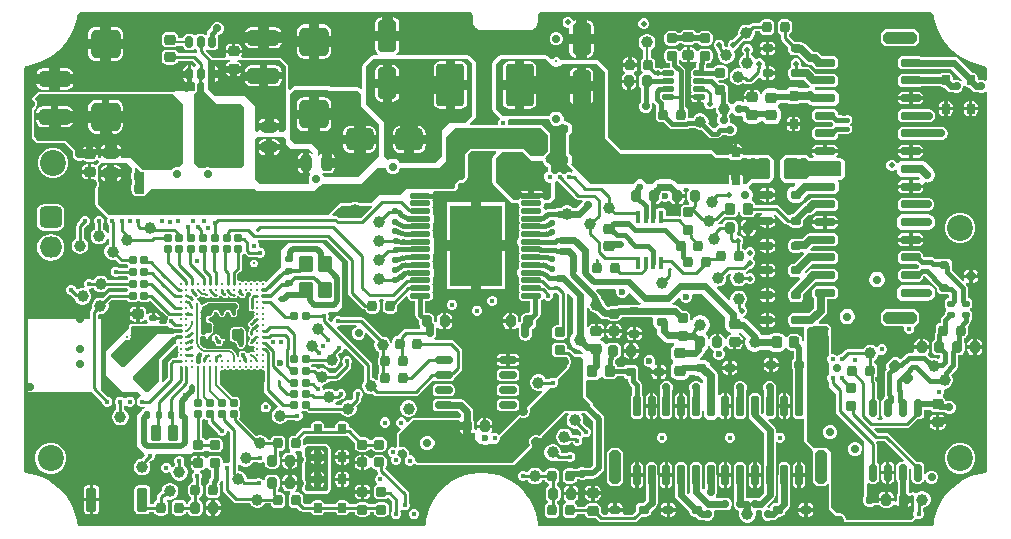
<source format=gbr>
%TF.GenerationSoftware,Altium Limited,Altium Designer,22.6.1 (34)*%
G04 Layer_Physical_Order=1*
G04 Layer_Color=255*
%FSLAX45Y45*%
%MOMM*%
%TF.SameCoordinates,07F994AE-BB1C-4BEA-A643-928B9DFDCC76*%
%TF.FilePolarity,Positive*%
%TF.FileFunction,Copper,L1,Top,Signal*%
%TF.Part,Single*%
G01*
G75*
%TA.AperFunction,Conductor*%
%ADD10C,0.35000*%
%ADD11C,0.32000*%
%ADD12C,0.30000*%
%ADD13C,0.20000*%
%ADD14C,0.43000*%
%ADD15C,0.40000*%
%ADD16C,0.70000*%
%ADD17C,0.60000*%
%ADD18C,0.45000*%
%ADD19C,0.25000*%
%ADD20C,0.50000*%
%TA.AperFunction,SMDPad,CuDef*%
G04:AMPARAMS|DCode=21|XSize=3.6mm|YSize=2.4mm|CornerRadius=0.3mm|HoleSize=0mm|Usage=FLASHONLY|Rotation=270.000|XOffset=0mm|YOffset=0mm|HoleType=Round|Shape=RoundedRectangle|*
%AMROUNDEDRECTD21*
21,1,3.60000,1.80000,0,0,270.0*
21,1,3.00000,2.40000,0,0,270.0*
1,1,0.60000,-0.90000,-1.50000*
1,1,0.60000,-0.90000,1.50000*
1,1,0.60000,0.90000,1.50000*
1,1,0.60000,0.90000,-1.50000*
%
%ADD21ROUNDEDRECTD21*%
%ADD22C,1.00000*%
G04:AMPARAMS|DCode=23|XSize=1.3mm|YSize=1.3mm|CornerRadius=0.1625mm|HoleSize=0mm|Usage=FLASHONLY|Rotation=45.000|XOffset=0mm|YOffset=0mm|HoleType=Round|Shape=RoundedRectangle|*
%AMROUNDEDRECTD23*
21,1,1.30000,0.97500,0,0,45.0*
21,1,0.97500,1.30000,0,0,45.0*
1,1,0.32500,0.68943,0.00000*
1,1,0.32500,0.00000,-0.68943*
1,1,0.32500,-0.68943,0.00000*
1,1,0.32500,0.00000,0.68943*
%
%ADD23ROUNDEDRECTD23*%
%ADD24R,4.50000X6.90000*%
G04:AMPARAMS|DCode=25|XSize=1.75mm|YSize=0.43mm|CornerRadius=0.1075mm|HoleSize=0mm|Usage=FLASHONLY|Rotation=180.000|XOffset=0mm|YOffset=0mm|HoleType=Round|Shape=RoundedRectangle|*
%AMROUNDEDRECTD25*
21,1,1.75000,0.21500,0,0,180.0*
21,1,1.53500,0.43000,0,0,180.0*
1,1,0.21500,-0.76750,0.10750*
1,1,0.21500,0.76750,0.10750*
1,1,0.21500,0.76750,-0.10750*
1,1,0.21500,-0.76750,-0.10750*
%
%ADD25ROUNDEDRECTD25*%
G04:AMPARAMS|DCode=26|XSize=0.6mm|YSize=1mm|CornerRadius=0.15mm|HoleSize=0mm|Usage=FLASHONLY|Rotation=180.000|XOffset=0mm|YOffset=0mm|HoleType=Round|Shape=RoundedRectangle|*
%AMROUNDEDRECTD26*
21,1,0.60000,0.70000,0,0,180.0*
21,1,0.30000,1.00000,0,0,180.0*
1,1,0.30000,-0.15000,0.35000*
1,1,0.30000,0.15000,0.35000*
1,1,0.30000,0.15000,-0.35000*
1,1,0.30000,-0.15000,-0.35000*
%
%ADD26ROUNDEDRECTD26*%
G04:AMPARAMS|DCode=27|XSize=0.65mm|YSize=1.45mm|CornerRadius=0.1625mm|HoleSize=0mm|Usage=FLASHONLY|Rotation=180.000|XOffset=0mm|YOffset=0mm|HoleType=Round|Shape=RoundedRectangle|*
%AMROUNDEDRECTD27*
21,1,0.65000,1.12500,0,0,180.0*
21,1,0.32500,1.45000,0,0,180.0*
1,1,0.32500,-0.16250,0.56250*
1,1,0.32500,0.16250,0.56250*
1,1,0.32500,0.16250,-0.56250*
1,1,0.32500,-0.16250,-0.56250*
%
%ADD27ROUNDEDRECTD27*%
G04:AMPARAMS|DCode=28|XSize=0.75mm|YSize=0.85mm|CornerRadius=0.1875mm|HoleSize=0mm|Usage=FLASHONLY|Rotation=90.000|XOffset=0mm|YOffset=0mm|HoleType=Round|Shape=RoundedRectangle|*
%AMROUNDEDRECTD28*
21,1,0.75000,0.47500,0,0,90.0*
21,1,0.37500,0.85000,0,0,90.0*
1,1,0.37500,0.23750,0.18750*
1,1,0.37500,0.23750,-0.18750*
1,1,0.37500,-0.23750,-0.18750*
1,1,0.37500,-0.23750,0.18750*
%
%ADD28ROUNDEDRECTD28*%
G04:AMPARAMS|DCode=29|XSize=0.7mm|YSize=1.75mm|CornerRadius=0mm|HoleSize=0mm|Usage=FLASHONLY|Rotation=90.000|XOffset=0mm|YOffset=0mm|HoleType=Round|Shape=Octagon|*
%AMOCTAGOND29*
4,1,8,-0.87500,-0.17500,-0.87500,0.17500,-0.70000,0.35000,0.70000,0.35000,0.87500,0.17500,0.87500,-0.17500,0.70000,-0.35000,-0.70000,-0.35000,-0.87500,-0.17500,0.0*
%
%ADD29OCTAGOND29*%

G04:AMPARAMS|DCode=30|XSize=1mm|YSize=2.8mm|CornerRadius=0mm|HoleSize=0mm|Usage=FLASHONLY|Rotation=90.000|XOffset=0mm|YOffset=0mm|HoleType=Round|Shape=Octagon|*
%AMOCTAGOND30*
4,1,8,-1.40000,-0.25000,-1.40000,0.25000,-1.15000,0.50000,1.15000,0.50000,1.40000,0.25000,1.40000,-0.25000,1.15000,-0.50000,-1.15000,-0.50000,-1.40000,-0.25000,0.0*
%
%ADD30OCTAGOND30*%

G04:AMPARAMS|DCode=31|XSize=1mm|YSize=2.8mm|CornerRadius=0mm|HoleSize=0mm|Usage=FLASHONLY|Rotation=0.000|XOffset=0mm|YOffset=0mm|HoleType=Round|Shape=Octagon|*
%AMOCTAGOND31*
4,1,8,-0.25000,1.40000,0.25000,1.40000,0.50000,1.15000,0.50000,-1.15000,0.25000,-1.40000,-0.25000,-1.40000,-0.50000,-1.15000,-0.50000,1.15000,-0.25000,1.40000,0.0*
%
%ADD31OCTAGOND31*%

G04:AMPARAMS|DCode=32|XSize=0.6mm|YSize=1.75mm|CornerRadius=0mm|HoleSize=0mm|Usage=FLASHONLY|Rotation=0.000|XOffset=0mm|YOffset=0mm|HoleType=Round|Shape=Octagon|*
%AMOCTAGOND32*
4,1,8,-0.15000,0.87500,0.15000,0.87500,0.30000,0.72500,0.30000,-0.72500,0.15000,-0.87500,-0.15000,-0.87500,-0.30000,-0.72500,-0.30000,0.72500,-0.15000,0.87500,0.0*
%
%ADD32OCTAGOND32*%

G04:AMPARAMS|DCode=33|XSize=1.4mm|YSize=1.15mm|CornerRadius=0.14375mm|HoleSize=0mm|Usage=FLASHONLY|Rotation=270.000|XOffset=0mm|YOffset=0mm|HoleType=Round|Shape=RoundedRectangle|*
%AMROUNDEDRECTD33*
21,1,1.40000,0.86250,0,0,270.0*
21,1,1.11250,1.15000,0,0,270.0*
1,1,0.28750,-0.43125,-0.55625*
1,1,0.28750,-0.43125,0.55625*
1,1,0.28750,0.43125,0.55625*
1,1,0.28750,0.43125,-0.55625*
%
%ADD33ROUNDEDRECTD33*%
G04:AMPARAMS|DCode=34|XSize=1.7mm|YSize=1.05mm|CornerRadius=0.2625mm|HoleSize=0mm|Usage=FLASHONLY|Rotation=270.000|XOffset=0mm|YOffset=0mm|HoleType=Round|Shape=RoundedRectangle|*
%AMROUNDEDRECTD34*
21,1,1.70000,0.52500,0,0,270.0*
21,1,1.17500,1.05000,0,0,270.0*
1,1,0.52500,-0.26250,-0.58750*
1,1,0.52500,-0.26250,0.58750*
1,1,0.52500,0.26250,0.58750*
1,1,0.52500,0.26250,-0.58750*
%
%ADD34ROUNDEDRECTD34*%
G04:AMPARAMS|DCode=35|XSize=0.8mm|YSize=1.3mm|CornerRadius=0.1mm|HoleSize=0mm|Usage=FLASHONLY|Rotation=180.000|XOffset=0mm|YOffset=0mm|HoleType=Round|Shape=RoundedRectangle|*
%AMROUNDEDRECTD35*
21,1,0.80000,1.10000,0,0,180.0*
21,1,0.60000,1.30000,0,0,180.0*
1,1,0.20000,-0.30000,0.55000*
1,1,0.20000,0.30000,0.55000*
1,1,0.20000,0.30000,-0.55000*
1,1,0.20000,-0.30000,-0.55000*
%
%ADD35ROUNDEDRECTD35*%
G04:AMPARAMS|DCode=36|XSize=1.9mm|YSize=2.4mm|CornerRadius=0.475mm|HoleSize=0mm|Usage=FLASHONLY|Rotation=90.000|XOffset=0mm|YOffset=0mm|HoleType=Round|Shape=RoundedRectangle|*
%AMROUNDEDRECTD36*
21,1,1.90000,1.45000,0,0,90.0*
21,1,0.95000,2.40000,0,0,90.0*
1,1,0.95000,0.72500,0.47500*
1,1,0.95000,0.72500,-0.47500*
1,1,0.95000,-0.72500,-0.47500*
1,1,0.95000,-0.72500,0.47500*
%
%ADD36ROUNDEDRECTD36*%
G04:AMPARAMS|DCode=37|XSize=1.6mm|YSize=2.7mm|CornerRadius=0.32mm|HoleSize=0mm|Usage=FLASHONLY|Rotation=180.000|XOffset=0mm|YOffset=0mm|HoleType=Round|Shape=RoundedRectangle|*
%AMROUNDEDRECTD37*
21,1,1.60000,2.06000,0,0,180.0*
21,1,0.96000,2.70000,0,0,180.0*
1,1,0.64000,-0.48000,1.03000*
1,1,0.64000,0.48000,1.03000*
1,1,0.64000,0.48000,-1.03000*
1,1,0.64000,-0.48000,-1.03000*
%
%ADD37ROUNDEDRECTD37*%
%TA.AperFunction,BGAPad,CuDef*%
%ADD38C,0.26000*%
%TA.AperFunction,SMDPad,CuDef*%
G04:AMPARAMS|DCode=39|XSize=0.9mm|YSize=2mm|CornerRadius=0.1125mm|HoleSize=0mm|Usage=FLASHONLY|Rotation=0.000|XOffset=0mm|YOffset=0mm|HoleType=Round|Shape=RoundedRectangle|*
%AMROUNDEDRECTD39*
21,1,0.90000,1.77500,0,0,0.0*
21,1,0.67500,2.00000,0,0,0.0*
1,1,0.22500,0.33750,-0.88750*
1,1,0.22500,-0.33750,-0.88750*
1,1,0.22500,-0.33750,0.88750*
1,1,0.22500,0.33750,0.88750*
%
%ADD39ROUNDEDRECTD39*%
G04:AMPARAMS|DCode=40|XSize=0.95mm|YSize=0.85mm|CornerRadius=0.2125mm|HoleSize=0mm|Usage=FLASHONLY|Rotation=0.000|XOffset=0mm|YOffset=0mm|HoleType=Round|Shape=RoundedRectangle|*
%AMROUNDEDRECTD40*
21,1,0.95000,0.42500,0,0,0.0*
21,1,0.52500,0.85000,0,0,0.0*
1,1,0.42500,0.26250,-0.21250*
1,1,0.42500,-0.26250,-0.21250*
1,1,0.42500,-0.26250,0.21250*
1,1,0.42500,0.26250,0.21250*
%
%ADD40ROUNDEDRECTD40*%
G04:AMPARAMS|DCode=41|XSize=0.95mm|YSize=0.85mm|CornerRadius=0.2125mm|HoleSize=0mm|Usage=FLASHONLY|Rotation=270.000|XOffset=0mm|YOffset=0mm|HoleType=Round|Shape=RoundedRectangle|*
%AMROUNDEDRECTD41*
21,1,0.95000,0.42500,0,0,270.0*
21,1,0.52500,0.85000,0,0,270.0*
1,1,0.42500,-0.21250,-0.26250*
1,1,0.42500,-0.21250,0.26250*
1,1,0.42500,0.21250,0.26250*
1,1,0.42500,0.21250,-0.26250*
%
%ADD41ROUNDEDRECTD41*%
G04:AMPARAMS|DCode=42|XSize=2.5mm|YSize=2.45mm|CornerRadius=0.42875mm|HoleSize=0mm|Usage=FLASHONLY|Rotation=180.000|XOffset=0mm|YOffset=0mm|HoleType=Round|Shape=RoundedRectangle|*
%AMROUNDEDRECTD42*
21,1,2.50000,1.59250,0,0,180.0*
21,1,1.64250,2.45000,0,0,180.0*
1,1,0.85750,-0.82125,0.79625*
1,1,0.85750,0.82125,0.79625*
1,1,0.85750,0.82125,-0.79625*
1,1,0.85750,-0.82125,-0.79625*
%
%ADD42ROUNDEDRECTD42*%
G04:AMPARAMS|DCode=43|XSize=2.7mm|YSize=1.35mm|CornerRadius=0.3375mm|HoleSize=0mm|Usage=FLASHONLY|Rotation=180.000|XOffset=0mm|YOffset=0mm|HoleType=Round|Shape=RoundedRectangle|*
%AMROUNDEDRECTD43*
21,1,2.70000,0.67500,0,0,180.0*
21,1,2.02500,1.35000,0,0,180.0*
1,1,0.67500,-1.01250,0.33750*
1,1,0.67500,1.01250,0.33750*
1,1,0.67500,1.01250,-0.33750*
1,1,0.67500,-1.01250,-0.33750*
%
%ADD43ROUNDEDRECTD43*%
G04:AMPARAMS|DCode=44|XSize=0.65mm|YSize=0.55mm|CornerRadius=0.1375mm|HoleSize=0mm|Usage=FLASHONLY|Rotation=180.000|XOffset=0mm|YOffset=0mm|HoleType=Round|Shape=RoundedRectangle|*
%AMROUNDEDRECTD44*
21,1,0.65000,0.27500,0,0,180.0*
21,1,0.37500,0.55000,0,0,180.0*
1,1,0.27500,-0.18750,0.13750*
1,1,0.27500,0.18750,0.13750*
1,1,0.27500,0.18750,-0.13750*
1,1,0.27500,-0.18750,-0.13750*
%
%ADD44ROUNDEDRECTD44*%
G04:AMPARAMS|DCode=45|XSize=0.65mm|YSize=0.55mm|CornerRadius=0.1375mm|HoleSize=0mm|Usage=FLASHONLY|Rotation=90.000|XOffset=0mm|YOffset=0mm|HoleType=Round|Shape=RoundedRectangle|*
%AMROUNDEDRECTD45*
21,1,0.65000,0.27500,0,0,90.0*
21,1,0.37500,0.55000,0,0,90.0*
1,1,0.27500,0.13750,0.18750*
1,1,0.27500,0.13750,-0.18750*
1,1,0.27500,-0.13750,-0.18750*
1,1,0.27500,-0.13750,0.18750*
%
%ADD45ROUNDEDRECTD45*%
G04:AMPARAMS|DCode=46|XSize=0.95mm|YSize=0.85mm|CornerRadius=0.2125mm|HoleSize=0mm|Usage=FLASHONLY|Rotation=45.000|XOffset=0mm|YOffset=0mm|HoleType=Round|Shape=RoundedRectangle|*
%AMROUNDEDRECTD46*
21,1,0.95000,0.42500,0,0,45.0*
21,1,0.52500,0.85000,0,0,45.0*
1,1,0.42500,0.33587,0.03535*
1,1,0.42500,-0.03535,-0.33587*
1,1,0.42500,-0.33587,-0.03535*
1,1,0.42500,0.03535,0.33587*
%
%ADD46ROUNDEDRECTD46*%
G04:AMPARAMS|DCode=47|XSize=0.65mm|YSize=0.85mm|CornerRadius=0.1625mm|HoleSize=0mm|Usage=FLASHONLY|Rotation=90.000|XOffset=0mm|YOffset=0mm|HoleType=Round|Shape=RoundedRectangle|*
%AMROUNDEDRECTD47*
21,1,0.65000,0.52500,0,0,90.0*
21,1,0.32500,0.85000,0,0,90.0*
1,1,0.32500,0.26250,0.16250*
1,1,0.32500,0.26250,-0.16250*
1,1,0.32500,-0.26250,-0.16250*
1,1,0.32500,-0.26250,0.16250*
%
%ADD47ROUNDEDRECTD47*%
G04:AMPARAMS|DCode=48|XSize=0.75mm|YSize=0.85mm|CornerRadius=0.1875mm|HoleSize=0mm|Usage=FLASHONLY|Rotation=0.000|XOffset=0mm|YOffset=0mm|HoleType=Round|Shape=RoundedRectangle|*
%AMROUNDEDRECTD48*
21,1,0.75000,0.47500,0,0,0.0*
21,1,0.37500,0.85000,0,0,0.0*
1,1,0.37500,0.18750,-0.23750*
1,1,0.37500,-0.18750,-0.23750*
1,1,0.37500,-0.18750,0.23750*
1,1,0.37500,0.18750,0.23750*
%
%ADD48ROUNDEDRECTD48*%
G04:AMPARAMS|DCode=49|XSize=0.98mm|YSize=0.92mm|CornerRadius=0.23mm|HoleSize=0mm|Usage=FLASHONLY|Rotation=270.000|XOffset=0mm|YOffset=0mm|HoleType=Round|Shape=RoundedRectangle|*
%AMROUNDEDRECTD49*
21,1,0.98000,0.46000,0,0,270.0*
21,1,0.52000,0.92000,0,0,270.0*
1,1,0.46000,-0.23000,-0.26000*
1,1,0.46000,-0.23000,0.26000*
1,1,0.46000,0.23000,0.26000*
1,1,0.46000,0.23000,-0.26000*
%
%ADD49ROUNDEDRECTD49*%
G04:AMPARAMS|DCode=50|XSize=0.98mm|YSize=0.92mm|CornerRadius=0.23mm|HoleSize=0mm|Usage=FLASHONLY|Rotation=0.000|XOffset=0mm|YOffset=0mm|HoleType=Round|Shape=RoundedRectangle|*
%AMROUNDEDRECTD50*
21,1,0.98000,0.46000,0,0,0.0*
21,1,0.52000,0.92000,0,0,0.0*
1,1,0.46000,0.26000,-0.23000*
1,1,0.46000,-0.26000,-0.23000*
1,1,0.46000,-0.26000,0.23000*
1,1,0.46000,0.26000,0.23000*
%
%ADD50ROUNDEDRECTD50*%
G04:AMPARAMS|DCode=51|XSize=0.62mm|YSize=0.56mm|CornerRadius=0.14mm|HoleSize=0mm|Usage=FLASHONLY|Rotation=180.000|XOffset=0mm|YOffset=0mm|HoleType=Round|Shape=RoundedRectangle|*
%AMROUNDEDRECTD51*
21,1,0.62000,0.28000,0,0,180.0*
21,1,0.34000,0.56000,0,0,180.0*
1,1,0.28000,-0.17000,0.14000*
1,1,0.28000,0.17000,0.14000*
1,1,0.28000,0.17000,-0.14000*
1,1,0.28000,-0.17000,-0.14000*
%
%ADD51ROUNDEDRECTD51*%
G04:AMPARAMS|DCode=52|XSize=0.65mm|YSize=0.9mm|CornerRadius=0.1625mm|HoleSize=0mm|Usage=FLASHONLY|Rotation=90.000|XOffset=0mm|YOffset=0mm|HoleType=Round|Shape=RoundedRectangle|*
%AMROUNDEDRECTD52*
21,1,0.65000,0.57500,0,0,90.0*
21,1,0.32500,0.90000,0,0,90.0*
1,1,0.32500,0.28750,0.16250*
1,1,0.32500,0.28750,-0.16250*
1,1,0.32500,-0.28750,-0.16250*
1,1,0.32500,-0.28750,0.16250*
%
%ADD52ROUNDEDRECTD52*%
G04:AMPARAMS|DCode=53|XSize=0.9mm|YSize=0.8mm|CornerRadius=0.2mm|HoleSize=0mm|Usage=FLASHONLY|Rotation=270.000|XOffset=0mm|YOffset=0mm|HoleType=Round|Shape=RoundedRectangle|*
%AMROUNDEDRECTD53*
21,1,0.90000,0.40000,0,0,270.0*
21,1,0.50000,0.80000,0,0,270.0*
1,1,0.40000,-0.20000,-0.25000*
1,1,0.40000,-0.20000,0.25000*
1,1,0.40000,0.20000,0.25000*
1,1,0.40000,0.20000,-0.25000*
%
%ADD53ROUNDEDRECTD53*%
G04:AMPARAMS|DCode=54|XSize=1.35mm|YSize=0.95mm|CornerRadius=0.2375mm|HoleSize=0mm|Usage=FLASHONLY|Rotation=270.000|XOffset=0mm|YOffset=0mm|HoleType=Round|Shape=RoundedRectangle|*
%AMROUNDEDRECTD54*
21,1,1.35000,0.47500,0,0,270.0*
21,1,0.87500,0.95000,0,0,270.0*
1,1,0.47500,-0.23750,-0.43750*
1,1,0.47500,-0.23750,0.43750*
1,1,0.47500,0.23750,0.43750*
1,1,0.47500,0.23750,-0.43750*
%
%ADD54ROUNDEDRECTD54*%
G04:AMPARAMS|DCode=55|XSize=1.35mm|YSize=0.95mm|CornerRadius=0.2375mm|HoleSize=0mm|Usage=FLASHONLY|Rotation=180.000|XOffset=0mm|YOffset=0mm|HoleType=Round|Shape=RoundedRectangle|*
%AMROUNDEDRECTD55*
21,1,1.35000,0.47500,0,0,180.0*
21,1,0.87500,0.95000,0,0,180.0*
1,1,0.47500,-0.43750,0.23750*
1,1,0.47500,0.43750,0.23750*
1,1,0.47500,0.43750,-0.23750*
1,1,0.47500,-0.43750,-0.23750*
%
%ADD55ROUNDEDRECTD55*%
G04:AMPARAMS|DCode=56|XSize=0.9mm|YSize=0.8mm|CornerRadius=0.2mm|HoleSize=0mm|Usage=FLASHONLY|Rotation=0.000|XOffset=0mm|YOffset=0mm|HoleType=Round|Shape=RoundedRectangle|*
%AMROUNDEDRECTD56*
21,1,0.90000,0.40000,0,0,0.0*
21,1,0.50000,0.80000,0,0,0.0*
1,1,0.40000,0.25000,-0.20000*
1,1,0.40000,-0.25000,-0.20000*
1,1,0.40000,-0.25000,0.20000*
1,1,0.40000,0.25000,0.20000*
%
%ADD56ROUNDEDRECTD56*%
G04:AMPARAMS|DCode=57|XSize=0.6mm|YSize=0.6mm|CornerRadius=0.075mm|HoleSize=0mm|Usage=FLASHONLY|Rotation=0.000|XOffset=0mm|YOffset=0mm|HoleType=Round|Shape=RoundedRectangle|*
%AMROUNDEDRECTD57*
21,1,0.60000,0.45000,0,0,0.0*
21,1,0.45000,0.60000,0,0,0.0*
1,1,0.15000,0.22500,-0.22500*
1,1,0.15000,-0.22500,-0.22500*
1,1,0.15000,-0.22500,0.22500*
1,1,0.15000,0.22500,0.22500*
%
%ADD57ROUNDEDRECTD57*%
G04:AMPARAMS|DCode=58|XSize=0.6mm|YSize=0.6mm|CornerRadius=0.075mm|HoleSize=0mm|Usage=FLASHONLY|Rotation=270.000|XOffset=0mm|YOffset=0mm|HoleType=Round|Shape=RoundedRectangle|*
%AMROUNDEDRECTD58*
21,1,0.60000,0.45000,0,0,270.0*
21,1,0.45000,0.60000,0,0,270.0*
1,1,0.15000,-0.22500,-0.22500*
1,1,0.15000,-0.22500,0.22500*
1,1,0.15000,0.22500,0.22500*
1,1,0.15000,0.22500,-0.22500*
%
%ADD58ROUNDEDRECTD58*%
G04:AMPARAMS|DCode=59|XSize=0.65mm|YSize=1.45mm|CornerRadius=0.1625mm|HoleSize=0mm|Usage=FLASHONLY|Rotation=270.000|XOffset=0mm|YOffset=0mm|HoleType=Round|Shape=RoundedRectangle|*
%AMROUNDEDRECTD59*
21,1,0.65000,1.12500,0,0,270.0*
21,1,0.32500,1.45000,0,0,270.0*
1,1,0.32500,-0.56250,-0.16250*
1,1,0.32500,-0.56250,0.16250*
1,1,0.32500,0.56250,0.16250*
1,1,0.32500,0.56250,-0.16250*
%
%ADD59ROUNDEDRECTD59*%
G04:AMPARAMS|DCode=60|XSize=0.45mm|YSize=1mm|CornerRadius=0.1125mm|HoleSize=0mm|Usage=FLASHONLY|Rotation=90.000|XOffset=0mm|YOffset=0mm|HoleType=Round|Shape=RoundedRectangle|*
%AMROUNDEDRECTD60*
21,1,0.45000,0.77500,0,0,90.0*
21,1,0.22500,1.00000,0,0,90.0*
1,1,0.22500,0.38750,0.11250*
1,1,0.22500,0.38750,-0.11250*
1,1,0.22500,-0.38750,-0.11250*
1,1,0.22500,-0.38750,0.11250*
%
%ADD60ROUNDEDRECTD60*%
G04:AMPARAMS|DCode=61|XSize=0.4mm|YSize=1.1mm|CornerRadius=0.1mm|HoleSize=0mm|Usage=FLASHONLY|Rotation=0.000|XOffset=0mm|YOffset=0mm|HoleType=Round|Shape=RoundedRectangle|*
%AMROUNDEDRECTD61*
21,1,0.40000,0.90000,0,0,0.0*
21,1,0.20000,1.10000,0,0,0.0*
1,1,0.20000,0.10000,-0.45000*
1,1,0.20000,-0.10000,-0.45000*
1,1,0.20000,-0.10000,0.45000*
1,1,0.20000,0.10000,0.45000*
%
%ADD61ROUNDEDRECTD61*%
%TA.AperFunction,Conductor*%
%ADD62C,0.80000*%
%ADD63C,0.38100*%
%ADD64C,0.15000*%
%ADD65C,0.47000*%
%ADD66C,0.14000*%
%ADD67C,1.00000*%
%ADD68C,1.50000*%
%ADD69C,0.55000*%
%ADD70C,0.18000*%
%ADD71C,0.25400*%
%TA.AperFunction,ComponentPad*%
%ADD72O,1.90000X1.80000*%
G04:AMPARAMS|DCode=73|XSize=1.8mm|YSize=1.9mm|CornerRadius=0.36mm|HoleSize=0mm|Usage=FLASHONLY|Rotation=270.000|XOffset=0mm|YOffset=0mm|HoleType=Round|Shape=RoundedRectangle|*
%AMROUNDEDRECTD73*
21,1,1.80000,1.18000,0,0,270.0*
21,1,1.08000,1.90000,0,0,270.0*
1,1,0.72000,-0.59000,-0.54000*
1,1,0.72000,-0.59000,0.54000*
1,1,0.72000,0.59000,0.54000*
1,1,0.72000,0.59000,-0.54000*
%
%ADD73ROUNDEDRECTD73*%
%TA.AperFunction,WasherPad*%
%ADD74C,2.20000*%
%TA.AperFunction,ViaPad*%
%ADD75C,0.60000*%
%ADD76C,0.70000*%
%ADD77C,0.55000*%
%ADD78C,0.45000*%
%ADD79C,0.50000*%
%ADD80C,0.56000*%
%ADD81C,0.25000*%
%ADD82C,0.32500*%
%ADD83C,0.20000*%
%ADD84C,0.30000*%
%ADD85C,0.40000*%
G36*
X7700000Y4375000D02*
X7704973D01*
X7714161Y4371193D01*
X7721193Y4364161D01*
X7725000Y4354973D01*
X7725000Y4350000D01*
X7729679Y4323597D01*
X7743201Y4271719D01*
X7762140Y4221565D01*
X7786283Y4173699D01*
X7815358Y4128657D01*
X7849040Y4086948D01*
X7886948Y4049040D01*
X7928657Y4015358D01*
X7973699Y3986283D01*
X8021565Y3962140D01*
X8071719Y3943201D01*
X8123597Y3929679D01*
X8150000Y3925000D01*
X8154973D01*
X8164161Y3921194D01*
X8171194Y3914161D01*
X8175000Y3904973D01*
Y3802380D01*
X8160000Y3797105D01*
X8140940Y3805000D01*
X8119060D01*
X8113973Y3802893D01*
X8104203D01*
X8098259Y3808837D01*
Y3823750D01*
X8095252Y3838870D01*
X8086687Y3851687D01*
X8073870Y3860252D01*
X8058750Y3863259D01*
X8053837D01*
X7931048Y3986048D01*
X7914509Y3997099D01*
X7895000Y4000980D01*
X7616520D01*
X7612499Y4005000D01*
X7452499D01*
X7424999Y3977500D01*
Y3922500D01*
X7452499Y3895000D01*
X7612499D01*
X7616520Y3899021D01*
X7873883D01*
X7975073Y3797831D01*
X7974164Y3794831D01*
X7957199Y3790582D01*
X7951155Y3796627D01*
X7930940Y3805000D01*
X7909060D01*
X7903973Y3802893D01*
X7894203D01*
X7888259Y3808837D01*
Y3823750D01*
X7885252Y3838870D01*
X7876687Y3851687D01*
X7863870Y3860252D01*
X7848750Y3863259D01*
X7811250D01*
X7796130Y3860252D01*
X7783313Y3851687D01*
X7782840Y3850980D01*
X7616520D01*
X7612499Y3855000D01*
X7452499D01*
X7424999Y3827500D01*
Y3772500D01*
X7452499Y3745000D01*
X7612499D01*
X7616520Y3749020D01*
X7782840D01*
X7783313Y3748313D01*
X7796130Y3739748D01*
X7811250Y3736741D01*
X7816163D01*
X7837039Y3715866D01*
X7853578Y3704815D01*
X7873087Y3700934D01*
X7894735D01*
X7909060Y3695000D01*
X7930940D01*
X7951155Y3703374D01*
X7966626Y3718845D01*
X7975000Y3739060D01*
Y3748720D01*
X7990000Y3753271D01*
X7993313Y3748313D01*
X8006130Y3739748D01*
X8021250Y3736741D01*
X8026163D01*
X8047039Y3715866D01*
X8063577Y3704815D01*
X8083086Y3700934D01*
X8104735D01*
X8119060Y3695000D01*
X8140940D01*
X8160000Y3702895D01*
X8175000Y3697620D01*
Y500000D01*
Y495027D01*
X8171194Y485839D01*
X8164161Y478806D01*
X8154973Y475000D01*
X8150000Y475000D01*
X8123596Y470320D01*
X8071719Y456799D01*
X8021565Y437860D01*
X7973698Y413717D01*
X7928657Y384641D01*
X7886948Y350960D01*
X7849039Y313051D01*
X7815358Y271342D01*
X7786283Y226301D01*
X7762140Y178434D01*
X7743201Y128280D01*
X7729679Y76403D01*
X7725000Y50000D01*
Y45027D01*
X7721194Y35838D01*
X7714161Y28806D01*
X7704973Y25000D01*
X4395027D01*
X4385838Y28806D01*
X4378806Y35838D01*
X4377476Y39048D01*
X4374704Y52739D01*
X4374703Y52745D01*
X4374703Y52745D01*
X4370608Y81566D01*
X4357194Y138195D01*
X4336994Y192772D01*
X4310306Y244487D01*
X4277526Y292572D01*
X4239142Y336314D01*
X4195723Y375063D01*
X4147913Y408244D01*
X4096424Y435364D01*
X4042018Y456021D01*
X3985503Y469908D01*
X3927720Y476819D01*
X3869524Y476651D01*
X3811782Y469406D01*
X3755349Y455193D01*
X3701063Y434222D01*
X3649731Y406804D01*
X3602114Y373348D01*
X3558919Y334348D01*
X3520789Y290385D01*
X3488288Y242111D01*
X3461899Y190242D01*
X3442014Y135550D01*
X3428929Y78844D01*
X3425000Y49999D01*
Y45027D01*
X3421194Y35838D01*
X3414161Y28806D01*
X3404973Y25000D01*
X495027D01*
X485839Y28806D01*
X478806Y35838D01*
X478589Y36362D01*
X475000Y49998D01*
Y50000D01*
X475000D01*
X475000Y50000D01*
X470320Y76403D01*
X456798Y128280D01*
X437860Y178434D01*
X413717Y226301D01*
X384641Y271342D01*
X350960Y313051D01*
X313051Y350960D01*
X271342Y384641D01*
X226301Y413717D01*
X178434Y437860D01*
X128280Y456799D01*
X76403Y470320D01*
X50000Y475000D01*
X50000Y475000D01*
X50000Y475000D01*
X36468Y478545D01*
X35838Y478806D01*
X28806Y485839D01*
X25000Y495027D01*
Y500000D01*
Y3900000D01*
Y3904973D01*
X28806Y3914161D01*
X35838Y3921194D01*
X45027Y3925000D01*
X50000Y3925000D01*
X76403Y3929679D01*
X128280Y3943201D01*
X178434Y3962140D01*
X226301Y3986283D01*
X271342Y4015358D01*
X313051Y4049039D01*
X350960Y4086948D01*
X384641Y4128657D01*
X413717Y4173698D01*
X437860Y4221565D01*
X456798Y4271719D01*
X470320Y4323596D01*
X475000Y4350000D01*
Y4354972D01*
X478806Y4364161D01*
X485839Y4371194D01*
X495027Y4375000D01*
X3804973D01*
X3814161Y4371194D01*
X3821194Y4364161D01*
X3825000Y4354972D01*
Y4300000D01*
X3825000D01*
X3825361Y4292649D01*
X3828230Y4278229D01*
X3833856Y4264645D01*
X3842024Y4252421D01*
X3852421Y4242024D01*
X3864645Y4233856D01*
X3878229Y4228230D01*
X3892649Y4225361D01*
X3900000Y4225000D01*
X4300000Y4225000D01*
Y4225000D01*
X4307351Y4225361D01*
X4321771Y4228230D01*
X4335354Y4233856D01*
X4347579Y4242024D01*
X4357975Y4252421D01*
X4366144Y4264645D01*
X4371770Y4278229D01*
X4374638Y4292649D01*
X4375000Y4300000D01*
X4375000Y4354972D01*
X4378806Y4364161D01*
X4385839Y4371194D01*
X4395027Y4375000D01*
X7700000D01*
Y4375000D01*
D02*
G37*
%LPC*%
G36*
X6335000Y4315783D02*
X6295000D01*
X6279393Y4312679D01*
X6266162Y4303838D01*
X6257321Y4290607D01*
X6255835Y4283136D01*
X6192574D01*
X6179893Y4280614D01*
X6169143Y4273431D01*
X6162226Y4266514D01*
X6149216Y4270000D01*
X6130784D01*
X6112981Y4265229D01*
X6097019Y4256014D01*
X6083986Y4242981D01*
X6074770Y4227019D01*
X6070000Y4209216D01*
Y4190784D01*
X6070829Y4187691D01*
X6028138Y4145000D01*
X6021049D01*
X6004509Y4138149D01*
X5991851Y4125490D01*
X5985000Y4108951D01*
Y4093979D01*
X5983005Y4089159D01*
X5973341Y4080000D01*
X5966659D01*
X5956995Y4089159D01*
X5955000Y4093979D01*
Y4108951D01*
X5948149Y4125490D01*
X5935491Y4138149D01*
X5918951Y4145000D01*
X5901049D01*
X5884510Y4138149D01*
X5871851Y4125490D01*
X5865000Y4108951D01*
Y4091049D01*
X5871851Y4074510D01*
X5880815Y4065545D01*
X5883213Y4053492D01*
X5890396Y4042742D01*
X5902942Y4030196D01*
X5900000Y4019216D01*
Y4000784D01*
X5904771Y3982981D01*
X5913986Y3967019D01*
X5927019Y3953986D01*
X5942981Y3944771D01*
X5960784Y3940000D01*
X5979216D01*
X5997019Y3944771D01*
X6012981Y3953986D01*
X6026014Y3967019D01*
X6035229Y3982981D01*
X6040000Y4000784D01*
Y4019216D01*
X6035229Y4037019D01*
X6033508Y4040000D01*
X6036581Y4048469D01*
X6041548Y4056076D01*
X6055490Y4061851D01*
X6068149Y4074510D01*
X6075000Y4091049D01*
Y4098138D01*
X6112126Y4135264D01*
X6112981Y4134770D01*
X6130784Y4130000D01*
X6149216D01*
X6167019Y4134770D01*
X6182981Y4143986D01*
X6196014Y4157019D01*
X6205229Y4172981D01*
X6210000Y4190784D01*
Y4209215D01*
X6215868Y4216863D01*
X6255835D01*
X6257321Y4209393D01*
X6266162Y4196162D01*
X6279393Y4187321D01*
X6295000Y4184216D01*
X6335000D01*
X6350607Y4187321D01*
X6363838Y4196162D01*
X6372679Y4209393D01*
X6375784Y4225000D01*
Y4275000D01*
X6372679Y4290607D01*
X6363838Y4303838D01*
X6350607Y4312679D01*
X6335000Y4315783D01*
D02*
G37*
G36*
X5278951Y4325000D02*
X5261049D01*
X5244509Y4318149D01*
X5231851Y4305490D01*
X5225000Y4288951D01*
Y4271049D01*
X5231851Y4254510D01*
X5244509Y4241851D01*
X5261049Y4235000D01*
X5278951D01*
X5295490Y4241851D01*
X5308149Y4254510D01*
X5315000Y4271049D01*
Y4288951D01*
X5308149Y4305490D01*
X5295490Y4318149D01*
X5278951Y4325000D01*
D02*
G37*
G36*
X3148000Y4333058D02*
X3144998D01*
Y4220000D01*
X3203058D01*
Y4278000D01*
X3198867Y4299070D01*
X3186932Y4316932D01*
X3169070Y4328867D01*
X3148000Y4333058D01*
D02*
G37*
G36*
X3054998D02*
X3052000D01*
X3030930Y4328867D01*
X3013068Y4316932D01*
X3001133Y4299070D01*
X2996942Y4278000D01*
Y4220000D01*
X3054998D01*
Y4333058D01*
D02*
G37*
G36*
X2151250Y4250592D02*
X2094999D01*
Y4205000D01*
X2205854D01*
X2203765Y4215502D01*
X2191443Y4233943D01*
X2173003Y4246265D01*
X2151250Y4250592D01*
D02*
G37*
G36*
X2004999D02*
X1948750D01*
X1926997Y4246265D01*
X1908557Y4233943D01*
X1896235Y4215502D01*
X1894146Y4205000D01*
X2004999D01*
Y4250592D01*
D02*
G37*
G36*
X5676250Y4228308D02*
X5623750D01*
X5607655Y4225107D01*
X5594010Y4215990D01*
X5586234Y4204352D01*
X5563070D01*
X5550607Y4212679D01*
X5535000Y4215783D01*
X5485000D01*
X5469393Y4212679D01*
X5456162Y4203838D01*
X5447321Y4190607D01*
X5444216Y4175000D01*
Y4135000D01*
X5447321Y4119393D01*
X5456162Y4106161D01*
X5469393Y4097321D01*
X5485000Y4094216D01*
X5535000D01*
X5550607Y4097321D01*
X5563838Y4106161D01*
X5570177Y4115648D01*
X5592916D01*
X5594010Y4114010D01*
X5607655Y4104893D01*
X5623750Y4101692D01*
X5676250D01*
X5692345Y4104893D01*
X5705990Y4114010D01*
X5707084Y4115648D01*
X5729823D01*
X5736162Y4106161D01*
X5749393Y4097321D01*
X5765000Y4094216D01*
X5815000D01*
X5830607Y4097321D01*
X5843838Y4106161D01*
X5852679Y4119393D01*
X5855784Y4135000D01*
Y4175000D01*
X5852679Y4190607D01*
X5843838Y4203838D01*
X5830607Y4212679D01*
X5815000Y4215783D01*
X5765000D01*
X5749393Y4212679D01*
X5736930Y4204352D01*
X5713766D01*
X5705990Y4215990D01*
X5692345Y4225107D01*
X5676250Y4228308D01*
D02*
G37*
G36*
X4793025Y4308058D02*
X4790024D01*
Y4195001D01*
X4848083D01*
Y4253000D01*
X4843892Y4274070D01*
X4831957Y4291932D01*
X4814095Y4303867D01*
X4793025Y4308058D01*
D02*
G37*
G36*
X4638565Y4335213D02*
X4620663D01*
X4604124Y4328362D01*
X4591465Y4315703D01*
X4584614Y4299164D01*
Y4281262D01*
X4591465Y4264722D01*
X4604124Y4252064D01*
X4620663Y4245213D01*
X4638565D01*
X4641967Y4242939D01*
Y4195001D01*
X4700025D01*
Y4308058D01*
X4697025D01*
X4675956Y4303867D01*
X4672193Y4305009D01*
X4667763Y4315703D01*
X4655104Y4328362D01*
X4638565Y4335213D01*
D02*
G37*
G36*
X1670940Y4295000D02*
X1649060D01*
X1628845Y4286626D01*
X1613373Y4271155D01*
X1605000Y4250940D01*
Y4242677D01*
X1586162Y4223838D01*
X1577321Y4210607D01*
X1574216Y4195000D01*
X1574217Y4194999D01*
Y4191306D01*
X1564511Y4187091D01*
X1561163Y4186346D01*
X1557809Y4186854D01*
X1548656Y4192969D01*
X1535000Y4195686D01*
X1505000D01*
X1491344Y4192969D01*
X1479767Y4185233D01*
X1465233D01*
X1453656Y4192969D01*
X1440000Y4195686D01*
X1410000D01*
X1396344Y4192969D01*
X1384766Y4185233D01*
X1377031Y4173656D01*
X1374314Y4160000D01*
Y4155588D01*
X1328308D01*
Y4166250D01*
X1325107Y4182345D01*
X1315990Y4195990D01*
X1302345Y4205107D01*
X1286250Y4208308D01*
X1233750D01*
X1217655Y4205107D01*
X1204010Y4195990D01*
X1194893Y4182345D01*
X1191692Y4166250D01*
Y4123750D01*
X1194893Y4107655D01*
X1204010Y4094010D01*
X1217655Y4084893D01*
X1233750Y4081692D01*
X1286250D01*
X1302345Y4084893D01*
X1315990Y4094010D01*
X1316258Y4094412D01*
X1374314D01*
Y4090000D01*
X1377031Y4076344D01*
X1384766Y4064766D01*
X1396344Y4057031D01*
X1410000Y4054314D01*
X1440000D01*
X1453656Y4057031D01*
X1465233Y4064766D01*
X1473827D01*
X1486863Y4052706D01*
Y4045000D01*
X1488580Y4036372D01*
X1483050Y4030077D01*
X1478900Y4027028D01*
X1476545Y4025840D01*
X1465000Y4028136D01*
X1325944D01*
X1325107Y4032345D01*
X1315990Y4045990D01*
X1302345Y4055107D01*
X1286250Y4058308D01*
X1233750D01*
X1217655Y4055107D01*
X1204010Y4045990D01*
X1194893Y4032345D01*
X1191692Y4016250D01*
Y3973750D01*
X1194893Y3957655D01*
X1204010Y3944010D01*
X1217655Y3934893D01*
X1233750Y3931692D01*
X1286250D01*
X1302345Y3934893D01*
X1315990Y3944010D01*
X1325107Y3957655D01*
X1325944Y3961863D01*
X1451274D01*
X1480332Y3932806D01*
X1479864Y3918281D01*
X1464862Y3915481D01*
X1453656Y3922969D01*
X1440002Y3925685D01*
Y3854998D01*
Y3784315D01*
X1453656Y3787031D01*
X1458154Y3790036D01*
X1459319Y3789335D01*
X1471160Y3780113D01*
X1470576Y3777176D01*
X1469706Y3774309D01*
X1469806Y3773302D01*
X1469608Y3772310D01*
Y3718447D01*
X1461161Y3710000D01*
X1300000D01*
X1290327Y3700327D01*
X1290000Y3700392D01*
X150000Y3700392D01*
X142196Y3698840D01*
X135581Y3694420D01*
X100507Y3659346D01*
X96086Y3652730D01*
X94534Y3644927D01*
X96086Y3637123D01*
X100507Y3630507D01*
X100508Y3630507D01*
X108578Y3622436D01*
X114608Y3607878D01*
Y3592121D01*
X108578Y3577564D01*
X95580Y3564566D01*
X91160Y3557950D01*
X89608Y3550147D01*
X89608Y3324853D01*
X91160Y3317049D01*
X95581Y3310434D01*
X108578Y3297436D01*
X110457Y3292900D01*
X114878Y3286285D01*
X125580Y3275582D01*
X125581Y3275581D01*
X132196Y3271161D01*
X140000Y3269608D01*
X371553Y3269608D01*
X439608Y3201553D01*
Y3160001D01*
X441160Y3152197D01*
X445581Y3145581D01*
X465580Y3125582D01*
X465580Y3125581D01*
X472196Y3121161D01*
X480000Y3119609D01*
X504417D01*
X505409Y3119806D01*
X506416Y3119707D01*
X509283Y3120577D01*
X512221Y3121161D01*
X513062Y3121723D01*
X514030Y3122017D01*
X524011Y3124010D01*
X537655Y3114893D01*
X553750Y3111692D01*
X606250D01*
X622345Y3114893D01*
X635990Y3124010D01*
X647120Y3124119D01*
X648301Y3123775D01*
X649345Y3123124D01*
X652089Y3122668D01*
X652497Y3122548D01*
X657706Y3112290D01*
X657999Y3106837D01*
X635581Y3084419D01*
X631813Y3078780D01*
X622345Y3085107D01*
X606250Y3088308D01*
X595004D01*
Y3025000D01*
Y2961692D01*
X606250D01*
X614608Y2963354D01*
X627969Y2955783D01*
X630114Y2952309D01*
X631160Y2947049D01*
X632495Y2945053D01*
X639608Y2927878D01*
Y2912121D01*
X632495Y2894947D01*
X631160Y2892951D01*
X629608Y2885147D01*
Y2750001D01*
X629608Y2750000D01*
X631160Y2742196D01*
X635581Y2735581D01*
X635581Y2735580D01*
X725580Y2645581D01*
X731786Y2637069D01*
X730694Y2626165D01*
X727500Y2618454D01*
Y2601546D01*
X733970Y2585926D01*
X741863Y2578033D01*
Y2502896D01*
X726863Y2500921D01*
X725229Y2507019D01*
X716014Y2522981D01*
X702981Y2536014D01*
X693137Y2541697D01*
Y2583033D01*
X696030Y2585926D01*
X702500Y2601546D01*
Y2618454D01*
X696030Y2634074D01*
X684074Y2646030D01*
X668454Y2652500D01*
X651546D01*
X635926Y2646030D01*
X623970Y2634074D01*
X617500Y2618454D01*
Y2601546D01*
X623970Y2585926D01*
X626863Y2583033D01*
Y2541697D01*
X617019Y2536014D01*
X603986Y2522981D01*
X594770Y2507019D01*
X590000Y2489216D01*
Y2470784D01*
X594770Y2452981D01*
X603986Y2437019D01*
X617019Y2423986D01*
X632981Y2414771D01*
X650784Y2410000D01*
X669216D01*
X687019Y2414771D01*
X702981Y2423986D01*
X716014Y2437019D01*
X725229Y2452981D01*
X726863Y2459079D01*
X741863Y2457104D01*
Y2411697D01*
X732019Y2406014D01*
X718986Y2392981D01*
X709770Y2377019D01*
X705000Y2359216D01*
Y2340784D01*
X709770Y2322981D01*
X718986Y2307019D01*
X732019Y2293986D01*
X747981Y2284771D01*
X765784Y2280000D01*
X784216D01*
X795196Y2282942D01*
X826569Y2251569D01*
X837319Y2244386D01*
X850000Y2241864D01*
X898577D01*
X898595Y2241770D01*
X904673Y2232674D01*
Y2220612D01*
X893480Y2208137D01*
X831967D01*
X824074Y2216030D01*
X808454Y2222500D01*
X791546D01*
X775926Y2216030D01*
X763970Y2204074D01*
X757500Y2188454D01*
Y2171546D01*
X763970Y2155926D01*
X775926Y2143970D01*
X791546Y2137500D01*
X808454D01*
X818988Y2141864D01*
X898577D01*
X898595Y2141770D01*
X904673Y2132674D01*
Y2120611D01*
X893480Y2108136D01*
X736697D01*
X731014Y2117981D01*
X717981Y2131014D01*
X702019Y2140229D01*
X684216Y2145000D01*
X665784D01*
X647981Y2140229D01*
X632019Y2131014D01*
X618986Y2117981D01*
X615436Y2111833D01*
X599632Y2110472D01*
X599074Y2111030D01*
X583454Y2117500D01*
X566546D01*
X550926Y2111030D01*
X538970Y2099074D01*
X532500Y2083454D01*
Y2066546D01*
X538043Y2053164D01*
X533928Y2045570D01*
X528683Y2040000D01*
X510784D01*
X492981Y2035230D01*
X482400Y2029120D01*
X476208Y2030921D01*
X468034Y2034734D01*
X466254Y2036462D01*
X461030Y2049074D01*
X449074Y2061030D01*
X433454Y2067500D01*
X416546D01*
X400926Y2061030D01*
X388970Y2049074D01*
X382500Y2033454D01*
Y2016546D01*
X388970Y2000926D01*
X400926Y1988970D01*
X416546Y1982500D01*
X420637D01*
X443175Y1959963D01*
X451757Y1954229D01*
X454770Y1942981D01*
X463986Y1927019D01*
X477019Y1913986D01*
X492981Y1904771D01*
X510784Y1900000D01*
X529216D01*
X547019Y1904771D01*
X562981Y1913986D01*
X576014Y1927019D01*
X585229Y1942981D01*
X590000Y1960784D01*
Y1979216D01*
X585229Y1997019D01*
X576014Y2012981D01*
X571495Y2017500D01*
X577708Y2032500D01*
X583454D01*
X599074Y2038970D01*
X599632Y2039528D01*
X615436Y2038167D01*
X618986Y2032019D01*
X632019Y2018986D01*
X647981Y2009770D01*
X665784Y2005000D01*
X684216D01*
X702019Y2009770D01*
X717981Y2018986D01*
X731014Y2032019D01*
X736697Y2041863D01*
X898577D01*
X898595Y2041770D01*
X904673Y2032674D01*
Y2020587D01*
X893480Y2008112D01*
X754975D01*
X742294Y2005589D01*
X731544Y1998406D01*
X690195Y1957058D01*
X679216Y1960000D01*
X660784D01*
X642981Y1955230D01*
X627019Y1946014D01*
X613986Y1932981D01*
X604770Y1917019D01*
X600000Y1899216D01*
Y1880784D01*
X602942Y1869804D01*
X591569Y1858431D01*
X584386Y1847681D01*
X581863Y1835000D01*
Y1780000D01*
X60000D01*
Y1160000D01*
X603138D01*
X687500Y1075638D01*
Y1071546D01*
X693970Y1055926D01*
X705926Y1043970D01*
X721546Y1037500D01*
X738454D01*
X754074Y1043970D01*
X766030Y1055926D01*
X772500Y1071546D01*
Y1088454D01*
X766030Y1104074D01*
X754074Y1116030D01*
X738454Y1122500D01*
X734363D01*
X680000Y1176862D01*
Y1780000D01*
X648137D01*
Y1807860D01*
X660785Y1820000D01*
X679216D01*
X697019Y1824771D01*
X712981Y1833986D01*
X726014Y1847019D01*
X735229Y1862981D01*
X740000Y1880784D01*
Y1899216D01*
X737058Y1910196D01*
X768701Y1941838D01*
X898577D01*
X898595Y1941745D01*
X904673Y1932649D01*
X913770Y1926571D01*
X924500Y1924436D01*
X969499D01*
X980229Y1926571D01*
X984699Y1929557D01*
X995000Y1931550D01*
X1005301Y1929557D01*
X1009770Y1926571D01*
X1020500Y1924436D01*
X1065499D01*
X1076229Y1926571D01*
X1085325Y1932648D01*
X1094578Y1933560D01*
X1181566Y1846572D01*
X1192316Y1839389D01*
X1201363Y1837590D01*
X1231995Y1806957D01*
X1240264Y1801432D01*
X1241675Y1801151D01*
X1242011Y1800555D01*
X1245582Y1785080D01*
X1240328Y1779826D01*
X1235000Y1766962D01*
Y1755392D01*
X1233420Y1751222D01*
X1224002Y1740392D01*
X1176762D01*
X1168744Y1755392D01*
X1170541Y1758082D01*
X1172912Y1770001D01*
X1119996D01*
Y1785001D01*
X1104996D01*
Y1833161D01*
X1101250D01*
X1088081Y1830541D01*
X1076917Y1823082D01*
X1073308Y1817680D01*
X1058308Y1822231D01*
Y1841250D01*
X1055106Y1857345D01*
X1045989Y1870990D01*
X1032344Y1880107D01*
X1016249Y1883309D01*
X1004997D01*
Y1819999D01*
Y1756692D01*
X1016249D01*
X1032344Y1759894D01*
X1045989Y1769011D01*
X1051838Y1777765D01*
X1066838Y1773214D01*
Y1771250D01*
X1069458Y1758082D01*
X1071255Y1755392D01*
X1063237Y1740392D01*
X940000D01*
X932197Y1738840D01*
X925581Y1734419D01*
X915581Y1724419D01*
X911160Y1717804D01*
X909608Y1710000D01*
Y1699608D01*
X720000Y1510000D01*
X720000Y1299999D01*
X860000Y1160000D01*
X990000D01*
X1012500Y1137500D01*
X1012182Y1132491D01*
X1007827Y1120959D01*
X995926Y1116030D01*
X983970Y1104074D01*
X977500Y1088454D01*
Y1071546D01*
X983970Y1055926D01*
X995926Y1043970D01*
X1011546Y1037500D01*
X1028454D01*
X1044074Y1043970D01*
X1052432Y1032433D01*
X1041159Y1021159D01*
X1038056Y1020542D01*
X1026892Y1013083D01*
X1019433Y1001919D01*
X1018815Y998815D01*
X980000Y960000D01*
Y700000D01*
X1039999Y640000D01*
X1047500Y625000D01*
Y624362D01*
X1023744Y600606D01*
X1019998Y595000D01*
X1015784D01*
X997981Y590229D01*
X982019Y581014D01*
X968986Y567981D01*
X959770Y552019D01*
X955000Y534216D01*
Y515784D01*
X959770Y497981D01*
X968986Y482019D01*
X982019Y468986D01*
X997981Y459770D01*
X1015784Y455000D01*
X1034216D01*
X1052019Y459770D01*
X1067981Y468986D01*
X1081014Y482019D01*
X1090229Y497981D01*
X1095000Y515784D01*
Y534216D01*
X1090229Y552019D01*
X1082415Y565553D01*
X1094363Y577500D01*
X1098454D01*
X1114074Y583970D01*
X1126030Y595926D01*
X1132500Y611546D01*
Y628453D01*
X1140215Y640000D01*
X1440000Y640000D01*
X1455153Y655153D01*
X1459392Y652321D01*
X1475000Y649217D01*
X1524999D01*
X1540607Y652321D01*
X1553838Y661162D01*
X1562196Y673670D01*
X1567378Y674393D01*
X1572647D01*
X1577829Y673670D01*
X1586187Y661162D01*
X1599418Y652321D01*
X1615025Y649217D01*
X1665025D01*
X1680632Y652321D01*
X1693864Y661162D01*
X1702704Y674393D01*
X1705809Y690000D01*
Y730000D01*
X1702704Y745608D01*
X1693864Y758839D01*
X1680632Y767679D01*
X1665025Y770784D01*
X1615025D01*
X1599418Y767679D01*
X1586187Y758839D01*
X1577829Y746330D01*
X1572647Y745608D01*
X1567378D01*
X1562196Y746330D01*
X1553838Y758838D01*
X1540607Y767679D01*
X1533111Y769170D01*
Y923583D01*
X1533179Y923596D01*
X1542275Y929674D01*
X1557648D01*
X1566744Y923596D01*
X1577474Y921462D01*
X1581838D01*
Y915026D01*
X1584360Y902345D01*
X1591543Y891595D01*
X1657500Y825638D01*
Y821546D01*
X1663970Y805926D01*
X1675926Y793970D01*
X1691546Y787500D01*
X1708454D01*
X1724074Y793970D01*
X1736030Y805926D01*
X1742500Y821546D01*
Y829425D01*
X1755378Y834759D01*
X1766863Y825403D01*
Y571110D01*
X1751863Y561088D01*
X1748454Y562500D01*
X1731546D01*
X1720809Y558052D01*
X1705809Y565511D01*
Y580000D01*
X1702704Y595608D01*
X1693864Y608839D01*
X1680632Y617679D01*
X1665025Y620784D01*
X1615025D01*
X1599418Y617679D01*
X1586187Y608839D01*
X1577829Y596330D01*
X1572647Y595608D01*
X1567378D01*
X1562196Y596330D01*
X1553838Y608839D01*
X1540607Y617679D01*
X1524999Y620784D01*
X1514996D01*
Y560002D01*
X1499996D01*
Y545002D01*
X1434216D01*
Y540000D01*
X1437320Y524393D01*
X1446161Y511162D01*
X1459392Y502321D01*
X1463897Y501425D01*
X1465704Y487711D01*
X1465674Y485778D01*
X1453970Y474074D01*
X1447500Y458454D01*
Y441546D01*
X1453970Y425926D01*
X1456863Y423033D01*
Y395784D01*
X1455000D01*
X1439393Y392679D01*
X1426161Y383838D01*
X1417321Y370607D01*
X1414216Y355000D01*
Y305000D01*
X1417321Y289393D01*
X1426161Y276162D01*
X1439393Y267321D01*
X1441863Y266830D01*
Y245944D01*
X1437655Y245107D01*
X1424010Y235990D01*
X1414893Y222345D01*
X1412740Y211519D01*
X1394487D01*
X1392679Y220607D01*
X1383838Y233838D01*
X1370607Y242679D01*
X1355000Y245783D01*
X1315000D01*
X1299393Y242679D01*
X1286162Y233838D01*
X1277321Y220607D01*
X1274217Y205000D01*
Y155000D01*
X1277321Y139393D01*
X1286162Y126162D01*
X1299393Y117321D01*
X1315000Y114216D01*
X1355000D01*
X1370607Y117321D01*
X1383838Y126162D01*
X1392679Y139393D01*
X1393844Y145246D01*
X1413383D01*
X1414893Y137655D01*
X1424010Y124010D01*
X1437655Y114893D01*
X1453750Y111692D01*
X1496250D01*
X1512345Y114893D01*
X1525990Y124010D01*
X1535107Y137655D01*
X1538308Y153750D01*
Y206250D01*
X1535107Y222345D01*
X1525990Y235990D01*
X1512345Y245107D01*
X1508136Y245944D01*
Y266830D01*
X1510607Y267321D01*
X1523838Y276162D01*
X1532679Y289393D01*
X1535783Y305000D01*
Y355000D01*
X1532679Y370607D01*
X1523838Y383838D01*
X1523137Y384307D01*
Y423033D01*
X1526030Y425926D01*
X1532500Y441546D01*
Y458454D01*
X1526030Y474074D01*
X1515887Y484217D01*
X1517348Y492764D01*
X1520486Y499217D01*
X1524999D01*
X1540607Y502321D01*
X1553838Y511162D01*
X1562196Y523671D01*
X1567378Y524393D01*
X1572647D01*
X1577829Y523671D01*
X1586187Y511162D01*
X1599418Y502321D01*
X1606668Y500879D01*
Y437949D01*
X1601231Y432512D01*
X1591838Y418454D01*
X1588539Y401872D01*
Y392109D01*
X1576161Y383838D01*
X1567321Y370607D01*
X1564216Y355000D01*
Y305000D01*
X1567321Y289393D01*
X1576161Y276162D01*
X1589393Y267321D01*
X1605000Y264217D01*
X1645000D01*
X1660607Y267321D01*
X1673838Y276162D01*
X1682679Y289393D01*
X1685783Y305000D01*
Y355000D01*
X1682679Y370607D01*
X1675204Y381794D01*
Y383923D01*
X1680641Y389359D01*
X1690034Y403417D01*
X1691864Y412615D01*
X1706863Y411138D01*
Y335000D01*
X1709386Y322319D01*
X1716569Y311569D01*
X1796569Y231569D01*
X1807319Y224386D01*
X1820000Y221863D01*
X1935416D01*
X1943986Y207019D01*
X1957019Y193986D01*
X1972981Y184771D01*
X1990784Y180000D01*
X2009216D01*
X2027019Y184771D01*
X2042981Y193986D01*
X2056014Y207019D01*
X2061697Y216863D01*
X2114840D01*
X2117321Y204393D01*
X2126162Y191162D01*
X2139393Y182321D01*
X2155000Y179217D01*
X2195000D01*
X2210607Y182321D01*
X2223838Y191162D01*
X2232679Y204393D01*
X2235783Y220000D01*
Y270000D01*
X2232679Y285607D01*
X2223838Y298838D01*
X2210607Y307679D01*
X2195000Y310783D01*
X2173137D01*
Y332104D01*
X2175990Y334010D01*
X2185107Y347655D01*
X2188308Y363750D01*
Y416250D01*
X2185107Y432345D01*
X2175990Y445990D01*
X2162345Y455107D01*
X2146250Y458308D01*
X2103750D01*
X2087655Y455107D01*
X2074010Y445990D01*
X2064893Y432345D01*
X2061692Y416250D01*
Y415460D01*
X2046692Y412476D01*
X2046030Y414074D01*
X2034074Y426030D01*
X2018454Y432500D01*
X2001546D01*
X1985926Y426030D01*
X1983033Y423137D01*
X1910000D01*
Y429216D01*
X1905229Y447019D01*
X1896014Y462981D01*
X1882981Y476014D01*
X1867019Y485229D01*
X1849216Y490000D01*
X1833137D01*
Y546999D01*
X1848137Y552869D01*
X1857019Y543986D01*
X1872981Y534771D01*
X1890784Y530000D01*
X1909216D01*
X1927019Y534771D01*
X1942981Y543986D01*
X1956014Y557019D01*
X1961697Y566863D01*
X1993033D01*
X1995926Y563970D01*
X2011546Y557500D01*
X2028454D01*
X2044074Y563970D01*
X2046692Y566588D01*
X2061692Y560375D01*
Y553750D01*
X2064893Y537655D01*
X2074010Y524010D01*
X2087655Y514893D01*
X2103750Y511692D01*
X2146250D01*
X2162345Y514893D01*
X2175990Y524010D01*
X2185107Y537655D01*
X2188308Y553750D01*
Y606250D01*
X2185107Y622345D01*
X2181604Y627588D01*
Y659217D01*
X2195000D01*
X2210607Y662321D01*
X2223838Y671162D01*
X2232679Y684393D01*
X2235783Y700000D01*
Y750000D01*
X2232679Y765607D01*
X2223838Y778838D01*
X2210607Y787679D01*
X2195000Y790784D01*
X2155000D01*
X2139393Y787679D01*
X2126162Y778838D01*
X2117321Y765607D01*
X2115835Y758137D01*
X2086697D01*
X2081014Y767981D01*
X2067981Y781014D01*
X2052019Y790230D01*
X2034216Y795000D01*
X2015784D01*
X1997981Y790230D01*
X1991457Y786463D01*
X1844697Y933223D01*
X1848404Y938771D01*
X1850538Y949501D01*
Y994500D01*
X1848404Y1005230D01*
X1845417Y1009699D01*
X1843424Y1020000D01*
X1845417Y1030301D01*
X1848404Y1034770D01*
X1850538Y1045500D01*
Y1090500D01*
X1848404Y1101230D01*
X1842326Y1110326D01*
X1833229Y1116404D01*
X1822499Y1118539D01*
X1792718D01*
X1680585Y1230673D01*
Y1339185D01*
X1694925Y1349481D01*
X1705069D01*
X1714442Y1353363D01*
X1715198Y1354119D01*
X1724997Y1358890D01*
X1734796Y1354119D01*
X1735552Y1353363D01*
X1744925Y1349481D01*
X1755069D01*
X1764442Y1353363D01*
X1765198Y1354119D01*
X1774997Y1358890D01*
X1784796Y1354119D01*
X1785552Y1353363D01*
X1794925Y1349481D01*
X1805070D01*
X1814442Y1353363D01*
X1815198Y1354119D01*
X1824997Y1358890D01*
X1834796Y1354119D01*
X1835552Y1353363D01*
X1844925Y1349481D01*
X1855069D01*
X1864442Y1353363D01*
X1865198Y1354119D01*
X1874997Y1358890D01*
X1884796Y1354119D01*
X1885552Y1353363D01*
X1894925Y1349481D01*
X1905069D01*
X1914442Y1353363D01*
X1915198Y1354119D01*
X1924997Y1358890D01*
X1934796Y1354119D01*
X1935552Y1353363D01*
X1944925Y1349481D01*
X1955069D01*
X1964442Y1353363D01*
X1965198Y1354119D01*
X1974997Y1358890D01*
X1984796Y1354119D01*
X1985552Y1353363D01*
X1994925Y1349481D01*
X2005069D01*
X2014442Y1353363D01*
X2015198Y1354119D01*
X2024997Y1358890D01*
X2034796Y1354119D01*
X2035552Y1353363D01*
X2044925Y1349481D01*
X2055069D01*
X2064510Y1337155D01*
Y1250331D01*
X2059386Y1242662D01*
X2056863Y1229981D01*
Y1175000D01*
X2059386Y1162319D01*
X2066569Y1151569D01*
X2174336Y1043802D01*
X2169853Y1027071D01*
X2162981Y1025230D01*
X2147019Y1016014D01*
X2133986Y1002981D01*
X2124770Y987019D01*
X2120000Y969216D01*
Y950784D01*
X2124770Y932981D01*
X2133986Y917019D01*
X2147019Y903986D01*
X2162981Y894771D01*
X2180784Y890000D01*
X2199216D01*
X2217019Y894771D01*
X2232981Y903986D01*
X2246014Y917019D01*
X2251697Y926864D01*
X2313033D01*
X2315926Y923970D01*
X2331546Y917500D01*
X2348454D01*
X2364074Y923970D01*
X2376030Y935926D01*
X2382500Y951546D01*
Y968454D01*
X2376030Y984074D01*
X2373562Y986542D01*
X2380951Y1000366D01*
X2385500Y999461D01*
X2411676D01*
X2414569Y996569D01*
X2425319Y989386D01*
X2438000Y986863D01*
X2708303D01*
X2713986Y977019D01*
X2727019Y963986D01*
X2742981Y954771D01*
X2760784Y950000D01*
X2779216D01*
X2797019Y954771D01*
X2812981Y963986D01*
X2826014Y977019D01*
X2835230Y992981D01*
X2840000Y1010784D01*
Y1029216D01*
X2837058Y1040196D01*
X2870561Y1073699D01*
X2877744Y1084449D01*
X2880267Y1097130D01*
Y1110163D01*
X2886030Y1115926D01*
X2892500Y1131546D01*
Y1148454D01*
X2886030Y1164074D01*
X2874074Y1176030D01*
X2858454Y1182500D01*
X2841546D01*
X2825926Y1176030D01*
X2813970Y1164074D01*
X2807500Y1148454D01*
Y1131546D01*
X2813970Y1115926D01*
X2813993Y1115903D01*
Y1110856D01*
X2790196Y1087058D01*
X2779216Y1090000D01*
X2760784D01*
X2742981Y1085229D01*
X2727019Y1076014D01*
X2713986Y1062981D01*
X2708303Y1053137D01*
X2663001D01*
X2657131Y1068137D01*
X2666014Y1077019D01*
X2671697Y1086863D01*
X2685941D01*
X2698622Y1089386D01*
X2709372Y1096569D01*
X2710303Y1097500D01*
X2718454D01*
X2734074Y1103970D01*
X2746030Y1115926D01*
X2752500Y1131546D01*
Y1148454D01*
X2746030Y1164074D01*
X2734074Y1176030D01*
X2718454Y1182500D01*
X2701546D01*
X2685926Y1176030D01*
X2679507Y1169611D01*
X2670661Y1165264D01*
X2659839Y1169156D01*
X2652981Y1176014D01*
X2637019Y1185230D01*
X2619216Y1190000D01*
X2600784D01*
X2582981Y1185230D01*
X2567019Y1176014D01*
X2566038Y1175032D01*
X2555596Y1180057D01*
X2552500Y1182708D01*
Y1198454D01*
X2549788Y1205000D01*
X2559216Y1220000D01*
X2577019Y1224770D01*
X2592981Y1233986D01*
X2606014Y1247019D01*
X2611697Y1256863D01*
X2670000D01*
X2682681Y1259386D01*
X2693431Y1266569D01*
X2784120Y1357258D01*
X2791303Y1368008D01*
X2793826Y1380689D01*
Y1392344D01*
X2796719Y1395237D01*
X2803189Y1410857D01*
Y1427764D01*
X2796719Y1443385D01*
X2784763Y1455340D01*
X2769143Y1461811D01*
X2752235D01*
X2736615Y1455340D01*
X2724659Y1443385D01*
X2718189Y1427764D01*
Y1410857D01*
X2724659Y1395237D01*
X2726517Y1393379D01*
X2656275Y1323137D01*
X2611697D01*
X2606014Y1332981D01*
X2592981Y1346014D01*
X2577019Y1355229D01*
X2559216Y1360000D01*
X2540784D01*
X2522981Y1355229D01*
X2517688Y1352174D01*
X2506431Y1363431D01*
X2495681Y1370614D01*
X2483000Y1373137D01*
X2461483D01*
X2455370Y1379987D01*
X2453845Y1382578D01*
X2460581Y1396863D01*
X2568303D01*
X2573986Y1387019D01*
X2587019Y1373986D01*
X2602981Y1364770D01*
X2620784Y1360000D01*
X2639216D01*
X2657019Y1364770D01*
X2672981Y1373986D01*
X2686014Y1387019D01*
X2695230Y1402981D01*
X2700000Y1420784D01*
Y1439216D01*
X2695230Y1457019D01*
X2686014Y1472981D01*
X2682928Y1476066D01*
X2694362Y1487500D01*
X2698454D01*
X2714074Y1493970D01*
X2726030Y1505926D01*
X2732500Y1521546D01*
Y1528108D01*
X2747500Y1534321D01*
X2906863Y1374957D01*
Y1262574D01*
X2907978Y1256973D01*
X2903986Y1252981D01*
X2894770Y1237019D01*
X2890000Y1219216D01*
Y1200784D01*
X2894770Y1182981D01*
X2903986Y1167019D01*
X2917019Y1153986D01*
X2932981Y1144771D01*
X2950784Y1140000D01*
X2969216D01*
X2982225Y1143486D01*
X2989143Y1136569D01*
X2999893Y1129386D01*
X3012574Y1126863D01*
X3340000D01*
X3352681Y1129386D01*
X3363431Y1136569D01*
X3488617Y1261755D01*
X3495115Y1261115D01*
X3507106Y1253103D01*
X3521250Y1250290D01*
X3633750D01*
X3647894Y1253103D01*
X3659885Y1261115D01*
X3667897Y1273106D01*
X3670710Y1287250D01*
Y1289042D01*
X3672741Y1289446D01*
X3683491Y1296629D01*
X3723431Y1336569D01*
X3730614Y1347319D01*
X3733137Y1360000D01*
Y1510000D01*
X3730614Y1522681D01*
X3723431Y1533431D01*
X3663431Y1593431D01*
X3652681Y1600614D01*
X3640000Y1603136D01*
X3503835D01*
X3496121Y1615647D01*
X3496344Y1618136D01*
X3499653Y1620347D01*
X3502721Y1624940D01*
X3506626Y1628845D01*
X3508740Y1633947D01*
X3511809Y1638540D01*
X3512886Y1643957D01*
X3515000Y1649060D01*
Y1654583D01*
X3516077Y1660000D01*
Y1703850D01*
X3531077Y1708400D01*
X3534010Y1704010D01*
X3547655Y1694893D01*
X3563750Y1691692D01*
X3570001D01*
Y1760000D01*
Y1828308D01*
X3563750D01*
X3547655Y1825107D01*
X3534010Y1815990D01*
X3524893Y1802345D01*
X3521692Y1786250D01*
Y1752072D01*
X3506692Y1747522D01*
X3499653Y1758057D01*
X3498308Y1759401D01*
Y1786250D01*
X3495107Y1802345D01*
X3485990Y1815990D01*
X3472345Y1825107D01*
X3456250Y1828308D01*
X3427973D01*
X3423332Y1832949D01*
Y1935398D01*
X3456750D01*
X3468748Y1937784D01*
X3478919Y1944581D01*
X3485716Y1954752D01*
X3488102Y1966750D01*
Y1988250D01*
X3485716Y2000248D01*
X3479200Y2010000D01*
X3485716Y2019752D01*
X3488102Y2031750D01*
Y2053250D01*
X3485716Y2065248D01*
X3479200Y2075000D01*
X3485716Y2084752D01*
X3488102Y2096750D01*
Y2118250D01*
X3485716Y2130248D01*
X3484862Y2131525D01*
X3486129Y2132371D01*
X3495136Y2145850D01*
X3498298Y2161750D01*
Y2183250D01*
X3495136Y2199150D01*
X3486129Y2212629D01*
X3484862Y2213475D01*
X3485716Y2214752D01*
X3488102Y2226750D01*
Y2248250D01*
X3485716Y2260248D01*
X3479200Y2270000D01*
X3485716Y2279752D01*
X3488102Y2291750D01*
Y2313250D01*
X3485716Y2325248D01*
X3484862Y2326525D01*
X3486129Y2327371D01*
X3495136Y2340850D01*
X3498298Y2356750D01*
Y2378250D01*
X3495136Y2394150D01*
X3491226Y2400000D01*
X3495136Y2405850D01*
X3498298Y2421750D01*
Y2443250D01*
X3495136Y2459150D01*
X3486129Y2472629D01*
X3484862Y2473475D01*
X3485716Y2474752D01*
X3488102Y2486750D01*
Y2508250D01*
X3485716Y2520248D01*
X3479200Y2530000D01*
X3485716Y2539752D01*
X3488102Y2551750D01*
Y2573250D01*
X3485716Y2585248D01*
X3484862Y2586525D01*
X3486129Y2587371D01*
X3495136Y2600850D01*
X3498298Y2616750D01*
Y2638250D01*
X3495136Y2654150D01*
X3486129Y2667629D01*
X3484862Y2668475D01*
X3485716Y2669752D01*
X3488102Y2681750D01*
Y2703250D01*
X3485716Y2715248D01*
X3479200Y2725000D01*
X3485716Y2734752D01*
X3488102Y2746750D01*
Y2768250D01*
X3485716Y2780248D01*
X3480402Y2788200D01*
X3487600Y2798972D01*
X3490141Y2811750D01*
Y2833250D01*
X3487882Y2844608D01*
X3488290Y2847074D01*
X3496567Y2859608D01*
X3660000D01*
X3667804Y2861160D01*
X3674419Y2865581D01*
X3674420Y2865581D01*
X3691919Y2883081D01*
X3696340Y2889696D01*
X3697892Y2897500D01*
Y2906387D01*
X3702780Y2918187D01*
X3711812Y2927220D01*
X3723613Y2932108D01*
X3732500D01*
X3740303Y2933660D01*
X3746919Y2938080D01*
X3746920Y2938081D01*
X3774419Y2965581D01*
X3778840Y2972196D01*
X3780392Y2980000D01*
Y3171553D01*
X3808447Y3199608D01*
X4016752D01*
X4022492Y3185750D01*
X3998371Y3161629D01*
X3991741Y3151705D01*
X3989412Y3140000D01*
X3989412Y3139999D01*
Y2938125D01*
X3991741Y2926419D01*
X3998371Y2916496D01*
X4146496Y2768371D01*
X4156419Y2761741D01*
X4168125Y2759412D01*
X4168126Y2759412D01*
X4206689D01*
X4212198Y2745242D01*
X4214284Y2734752D01*
X4220800Y2725000D01*
X4214284Y2715248D01*
X4211898Y2703250D01*
Y2681750D01*
X4214284Y2669752D01*
X4220800Y2660000D01*
X4214284Y2650248D01*
X4211898Y2638250D01*
Y2616750D01*
X4214284Y2604752D01*
X4220800Y2595000D01*
X4214284Y2585248D01*
X4211898Y2573250D01*
Y2551750D01*
X4214284Y2539752D01*
X4220800Y2530000D01*
X4214284Y2520248D01*
X4211898Y2508250D01*
Y2486750D01*
X4214284Y2474752D01*
X4215137Y2473475D01*
X4213871Y2472629D01*
X4204864Y2459150D01*
X4201702Y2443250D01*
Y2421750D01*
X4204864Y2405850D01*
X4213871Y2392371D01*
X4215137Y2391525D01*
X4214284Y2390248D01*
X4211898Y2378250D01*
Y2356750D01*
X4214284Y2344752D01*
X4220800Y2335000D01*
X4214284Y2325248D01*
X4211898Y2313250D01*
Y2291750D01*
X4214284Y2279752D01*
X4220800Y2270000D01*
X4214284Y2260248D01*
X4211898Y2248250D01*
Y2226750D01*
X4214284Y2214752D01*
X4215137Y2213475D01*
X4213871Y2212629D01*
X4204864Y2199150D01*
X4201702Y2183250D01*
Y2161750D01*
X4204864Y2145850D01*
X4213871Y2132371D01*
X4215137Y2131525D01*
X4214284Y2130248D01*
X4211898Y2118250D01*
Y2096750D01*
X4214284Y2084752D01*
X4220800Y2075000D01*
X4214284Y2065248D01*
X4211898Y2053250D01*
Y2031750D01*
X4214284Y2019752D01*
X4220800Y2010000D01*
X4214284Y2000248D01*
X4211898Y1988250D01*
Y1966750D01*
X4214284Y1954752D01*
X4221080Y1944581D01*
X4231252Y1937784D01*
X4243250Y1935398D01*
X4311668D01*
Y1842949D01*
X4297027Y1828308D01*
X4273750D01*
X4257655Y1825107D01*
X4244010Y1815990D01*
X4234893Y1802345D01*
X4231692Y1786250D01*
Y1764135D01*
X4230347Y1762791D01*
X4223308Y1752256D01*
X4208308Y1756806D01*
Y1786250D01*
X4205107Y1802345D01*
X4195990Y1815990D01*
X4182345Y1825107D01*
X4166250Y1828308D01*
X4159999D01*
Y1760001D01*
Y1691692D01*
X4166250D01*
X4182345Y1694893D01*
X4195990Y1704010D01*
X4198923Y1708400D01*
X4213923Y1703850D01*
Y1650000D01*
X4215000Y1644583D01*
Y1639060D01*
X4217114Y1633957D01*
X4218191Y1628540D01*
X4221260Y1623947D01*
X4223374Y1618845D01*
X4227279Y1614940D01*
X4230347Y1610347D01*
X4234940Y1607278D01*
X4238845Y1603373D01*
X4243948Y1601260D01*
X4248540Y1598191D01*
X4253957Y1597114D01*
X4259060Y1595000D01*
X4264583D01*
X4270000Y1593923D01*
X4275417Y1595000D01*
X4280940D01*
X4286043Y1597114D01*
X4291460Y1598191D01*
X4296053Y1601260D01*
X4301155Y1603373D01*
X4305060Y1607278D01*
X4309653Y1610347D01*
X4312722Y1614940D01*
X4316627Y1618845D01*
X4318740Y1623947D01*
X4321809Y1628540D01*
X4322886Y1633957D01*
X4325000Y1639060D01*
Y1644583D01*
X4326077Y1650000D01*
Y1693647D01*
X4332345Y1694893D01*
X4345990Y1704010D01*
X4355107Y1717655D01*
X4358308Y1733750D01*
Y1767027D01*
X4385641Y1794359D01*
X4395034Y1808417D01*
X4398332Y1825000D01*
Y1935712D01*
X4408748Y1937784D01*
X4418919Y1944580D01*
X4432138Y1945883D01*
X4436551Y1941470D01*
X4452171Y1935000D01*
X4469078D01*
X4484699Y1941470D01*
X4496654Y1953426D01*
X4503125Y1969046D01*
Y1985954D01*
X4501310Y1990334D01*
X4512791Y2001815D01*
X4517171Y2000000D01*
X4534079D01*
X4536554Y2001026D01*
X4554364Y1983216D01*
Y1725784D01*
X4535000D01*
X4519393Y1722679D01*
X4506162Y1713839D01*
X4497321Y1700607D01*
X4494217Y1685000D01*
Y1645000D01*
X4497321Y1629393D01*
X4506162Y1616162D01*
X4519393Y1607321D01*
X4535000Y1604217D01*
X4585000D01*
X4600607Y1607321D01*
X4613838Y1616162D01*
X4622679Y1629393D01*
X4625783Y1645000D01*
Y1685000D01*
X4622679Y1700607D01*
X4620050Y1704542D01*
Y1704624D01*
X4620637Y1707574D01*
Y1986533D01*
X4635637Y1992746D01*
X4668825Y1959558D01*
Y1651962D01*
X4665984Y1649121D01*
X4655452Y1630879D01*
X4650000Y1610532D01*
Y1589468D01*
X4655452Y1569121D01*
X4665984Y1550879D01*
X4680879Y1535984D01*
X4699121Y1525452D01*
X4719468Y1520000D01*
X4723485D01*
X4746743Y1496742D01*
X4754001Y1491893D01*
X4754307Y1491620D01*
X4747803Y1478840D01*
X4744786Y1479440D01*
X4740000Y1480392D01*
X4686470D01*
X4650344Y1516518D01*
X4639594Y1523701D01*
X4626913Y1526224D01*
X4625783D01*
Y1535000D01*
X4622679Y1550608D01*
X4613838Y1563839D01*
X4600607Y1572679D01*
X4585000Y1575784D01*
X4535000D01*
X4519393Y1572679D01*
X4506162Y1563839D01*
X4497321Y1550608D01*
X4494217Y1535000D01*
Y1495000D01*
X4497321Y1479393D01*
X4506162Y1466162D01*
X4519393Y1457321D01*
X4535000Y1454217D01*
X4585000D01*
X4600607Y1457321D01*
X4604542Y1459950D01*
X4613188D01*
X4626206Y1446932D01*
X4626179Y1446775D01*
X4627001Y1443137D01*
X4627725Y1439496D01*
X4634608Y1422879D01*
Y1407121D01*
X4628578Y1392564D01*
X4625581Y1389567D01*
X4621160Y1382951D01*
X4619608Y1375147D01*
Y1368447D01*
X4527793Y1276632D01*
X4527625Y1276379D01*
X4524074Y1276030D01*
X4508454Y1282500D01*
X4491546D01*
X4475926Y1276030D01*
X4473033Y1273137D01*
X4441697D01*
X4436014Y1282981D01*
X4422981Y1296014D01*
X4407019Y1305230D01*
X4389216Y1310000D01*
X4370784D01*
X4352981Y1305230D01*
X4337019Y1296014D01*
X4323986Y1282981D01*
X4314770Y1267019D01*
X4310000Y1249216D01*
Y1230784D01*
X4314770Y1212981D01*
X4323986Y1197019D01*
X4337019Y1183986D01*
X4352981Y1174771D01*
X4370784Y1170000D01*
X4389216D01*
X4403877Y1173929D01*
X4411573Y1164171D01*
X4412702Y1161541D01*
X4290289Y1039128D01*
X4285869Y1032513D01*
X4284317Y1024709D01*
X4285869Y1016905D01*
X4289608Y1007879D01*
Y992121D01*
X4283578Y977564D01*
X4272436Y966422D01*
X4257878Y960392D01*
X4242122D01*
X4233095Y964131D01*
X4225291Y965683D01*
X4217488Y964131D01*
X4210872Y959711D01*
X4045632Y794471D01*
X4034074Y806030D01*
X4018454Y812500D01*
X4001546D01*
X3989758Y807617D01*
X3979376Y819078D01*
X3985107Y827655D01*
X3988308Y843750D01*
Y855000D01*
X3924998D01*
X3861692D01*
Y843750D01*
X3849371Y835015D01*
X3838308Y846088D01*
Y896250D01*
X3835107Y912345D01*
X3825990Y925990D01*
X3825979Y925997D01*
Y995000D01*
X3822099Y1014509D01*
X3811048Y1031048D01*
X3756548Y1085548D01*
X3740009Y1096599D01*
X3720500Y1100480D01*
X3644965D01*
X3633750Y1102710D01*
X3521250D01*
X3507106Y1099897D01*
X3495115Y1091885D01*
X3487103Y1079894D01*
X3484290Y1065750D01*
Y1033250D01*
X3487103Y1019106D01*
X3495115Y1007115D01*
X3507106Y999103D01*
X3521250Y996290D01*
X3633750D01*
X3644965Y998520D01*
X3699384D01*
X3724020Y973884D01*
Y950104D01*
X3723556Y949414D01*
X3719503Y945066D01*
X3717180Y943242D01*
X3711604Y940473D01*
X3709020Y939922D01*
X3708136Y939947D01*
X3705896Y940392D01*
X3320000D01*
X3312196Y938840D01*
X3305581Y934419D01*
X3305580Y934419D01*
X3277500Y906338D01*
X3262500Y910954D01*
X3256030Y926574D01*
X3244074Y938530D01*
X3228454Y945000D01*
X3211546D01*
X3195926Y938530D01*
X3183970Y926574D01*
X3177500Y910954D01*
Y894046D01*
X3183970Y878426D01*
X3195926Y866470D01*
X3211546Y860000D01*
X3216162Y845000D01*
X3185581Y814419D01*
X3181160Y807804D01*
X3179608Y800000D01*
Y699973D01*
X3172109Y691709D01*
X3171533Y691354D01*
X3166141Y689315D01*
X3158454Y692500D01*
X3141546D01*
X3125926Y686030D01*
X3113970Y674074D01*
X3107500Y658454D01*
Y641546D01*
X3113970Y625926D01*
X3125926Y613970D01*
X3138891Y608600D01*
X3132699Y593653D01*
Y576745D01*
X3139169Y561125D01*
X3151125Y549169D01*
X3166745Y542699D01*
X3183653D01*
X3199273Y549169D01*
X3211229Y561125D01*
X3217699Y576745D01*
Y593653D01*
X3211229Y609273D01*
X3199273Y621229D01*
X3186308Y626599D01*
X3192500Y641546D01*
Y658454D01*
X3191020Y662027D01*
X3195249Y668464D01*
X3197377Y670392D01*
X3202757Y672639D01*
X3204725Y672248D01*
X3206581Y671479D01*
X3208591D01*
X3210560Y671087D01*
X3212529Y671479D01*
X3214538D01*
X3216394Y672248D01*
X3218364Y672639D01*
X3223116Y674608D01*
X3236884D01*
X3249604Y669339D01*
X3259339Y659604D01*
X3264608Y646884D01*
Y635000D01*
X3266160Y627197D01*
X3265926Y616030D01*
X3260548Y610652D01*
X3253970Y604074D01*
X3247500Y588454D01*
Y571546D01*
X3253970Y555926D01*
X3265926Y543970D01*
X3281546Y537500D01*
X3298454D01*
X3314074Y543970D01*
X3320026Y549922D01*
X3339333Y551829D01*
X3345581Y545581D01*
X3352196Y541160D01*
X3360000Y539608D01*
X4159999D01*
X4160000Y539608D01*
X4167804Y541160D01*
X4174419Y545581D01*
X4322640Y693801D01*
X4327060Y700416D01*
X4328612Y708220D01*
X4327060Y716024D01*
X4320392Y732122D01*
Y747879D01*
X4326422Y762436D01*
X4337564Y773578D01*
X4352122Y779608D01*
X4367878D01*
X4383976Y772940D01*
X4391780Y771388D01*
X4399584Y772940D01*
X4406199Y777360D01*
X4406200Y777361D01*
X4608447Y979608D01*
X4629400D01*
X4635614Y964608D01*
X4633986Y962981D01*
X4624771Y947019D01*
X4620000Y929216D01*
Y910784D01*
X4624771Y892981D01*
X4633986Y877019D01*
X4647019Y863986D01*
X4662981Y854770D01*
X4680784Y850000D01*
X4699216D01*
X4705510Y851687D01*
X4737500Y819697D01*
Y811546D01*
X4743970Y795926D01*
X4734074Y786030D01*
X4718454Y792500D01*
X4709080D01*
X4702015Y797220D01*
X4689335Y799743D01*
X4667179D01*
X4665229Y807019D01*
X4656014Y822981D01*
X4642981Y836014D01*
X4627019Y845229D01*
X4609216Y850000D01*
X4590784D01*
X4572981Y845229D01*
X4557019Y836014D01*
X4543986Y822981D01*
X4534770Y807019D01*
X4530000Y789216D01*
Y770784D01*
X4534770Y752981D01*
X4543986Y737019D01*
X4557019Y723986D01*
X4572981Y714770D01*
X4590784Y710000D01*
X4609216D01*
X4627019Y714770D01*
X4642981Y723986D01*
X4652464Y733470D01*
X4670846D01*
X4673970Y725926D01*
X4685926Y713970D01*
X4701546Y707500D01*
X4718454D01*
X4734074Y713970D01*
X4746030Y725926D01*
X4752500Y741546D01*
Y758454D01*
X4746030Y774074D01*
X4755926Y783970D01*
X4771546Y777500D01*
X4788454D01*
X4804074Y783970D01*
X4816030Y795926D01*
X4822500Y811546D01*
Y828454D01*
X4816030Y844074D01*
X4804074Y856030D01*
X4788454Y862500D01*
X4788422D01*
X4755802Y895119D01*
X4760000Y910784D01*
Y929216D01*
X4755230Y947019D01*
X4746014Y962981D01*
X4744386Y964608D01*
X4750600Y979608D01*
X4775506D01*
X4844119Y910995D01*
Y539005D01*
X4824822Y519708D01*
X4773715D01*
X4760940Y525000D01*
X4739060D01*
X4718845Y516627D01*
X4714273Y512055D01*
X4682278D01*
X4681343Y512679D01*
X4665736Y515784D01*
X4625736D01*
X4610129Y512679D01*
X4596898Y503838D01*
X4588057Y490607D01*
X4584952Y475000D01*
Y425000D01*
X4588057Y409393D01*
X4596898Y396162D01*
X4610129Y387321D01*
X4625736Y384217D01*
X4665736D01*
X4681343Y387321D01*
X4694574Y396162D01*
X4703415Y409393D01*
X4705583Y420292D01*
X4726285D01*
X4739060Y415000D01*
X4760940D01*
X4781155Y423374D01*
X4785727Y427945D01*
X4843827D01*
X4861385Y431438D01*
X4876270Y441384D01*
X4922443Y487557D01*
X4932389Y502442D01*
X4935882Y520000D01*
Y930000D01*
X4932389Y947558D01*
X4922443Y962443D01*
X4840392Y1044495D01*
Y1059999D01*
X4840392Y1060000D01*
X4838840Y1067804D01*
X4834419Y1074419D01*
X4780392Y1128447D01*
Y1255379D01*
X4795392Y1263465D01*
X4813000Y1259962D01*
X4859000D01*
X4879680Y1264075D01*
X4897211Y1275789D01*
X4907551Y1291264D01*
X4917357Y1292598D01*
X4923963Y1292033D01*
X4929999Y1282999D01*
X4944223Y1273495D01*
X4961000Y1270158D01*
X5007000D01*
X5023778Y1273495D01*
X5038001Y1282999D01*
X5045497Y1294216D01*
X5101027D01*
X5108313Y1283313D01*
X5121130Y1274748D01*
X5136250Y1271741D01*
X5141717D01*
Y1252500D01*
X5141716Y1252499D01*
X5144821Y1236892D01*
X5153662Y1223661D01*
X5171716Y1205606D01*
Y1134716D01*
X5162500Y1125500D01*
Y960500D01*
X5187500Y935500D01*
X5237500D01*
X5262500Y960500D01*
Y1125500D01*
X5253283Y1134716D01*
Y1222498D01*
X5253283Y1222500D01*
X5250179Y1238107D01*
X5241338Y1251338D01*
X5223284Y1269392D01*
Y1312500D01*
X5223259Y1312622D01*
Y1348750D01*
X5220252Y1363870D01*
X5211687Y1376687D01*
X5198870Y1385252D01*
X5183750Y1388259D01*
X5136250D01*
X5121130Y1385252D01*
X5108313Y1376687D01*
X5107709Y1375783D01*
X5048896D01*
X5047505Y1382778D01*
X5038001Y1397001D01*
X5024784Y1405833D01*
Y1423435D01*
X5030951Y1432665D01*
X5032747Y1441692D01*
X5036250D01*
X5052345Y1444893D01*
X5065990Y1454010D01*
X5075107Y1467655D01*
X5078308Y1483750D01*
Y1536250D01*
X5075107Y1552345D01*
X5065990Y1565990D01*
X5052345Y1575107D01*
X5036250Y1578308D01*
X4993750D01*
X4977655Y1575107D01*
X4964010Y1565990D01*
X4960821Y1561217D01*
X4944897Y1564384D01*
X4944526Y1566247D01*
X4933199Y1583199D01*
X4916247Y1594526D01*
X4901543Y1597451D01*
X4901544Y1612745D01*
X4912345Y1614893D01*
X4925990Y1624010D01*
X4935107Y1637655D01*
X4938308Y1653750D01*
Y1660000D01*
X4870000D01*
Y1675000D01*
X4855000D01*
Y1738308D01*
X4843750D01*
X4827655Y1735107D01*
X4814010Y1725990D01*
X4806175Y1714264D01*
X4798694Y1714340D01*
X4791175Y1716759D01*
Y1867934D01*
X4797477Y1870273D01*
X4806175Y1870548D01*
X4813986Y1857019D01*
X4827019Y1843986D01*
X4842981Y1834771D01*
X4860784Y1830000D01*
X4867904D01*
X4903952Y1793952D01*
X4920491Y1782901D01*
X4940000Y1779020D01*
X4964252D01*
X4966162Y1776162D01*
X4979393Y1767321D01*
X4995000Y1764217D01*
X5045000D01*
X5060607Y1767321D01*
X5073838Y1776162D01*
X5082679Y1789393D01*
X5083589Y1793968D01*
X5083668Y1794021D01*
X5152536D01*
X5163750Y1791790D01*
X5221250D01*
X5232465Y1794021D01*
X5345014D01*
X5354135Y1779020D01*
X5351594Y1766250D01*
Y1733750D01*
X5355184Y1715704D01*
X5365406Y1700406D01*
X5380705Y1690184D01*
X5381325Y1690060D01*
Y1677500D01*
X5385982Y1654089D01*
X5399243Y1634242D01*
X5435742Y1597743D01*
X5455589Y1584481D01*
X5479000Y1579825D01*
X5524632D01*
X5528362Y1575280D01*
X5528482Y1574956D01*
X5524664Y1556141D01*
X5515789Y1550211D01*
X5504075Y1532680D01*
X5499961Y1512000D01*
Y1466000D01*
X5504075Y1445321D01*
X5515789Y1427790D01*
X5521430Y1424021D01*
Y1405980D01*
X5515789Y1402211D01*
X5504075Y1384680D01*
X5499961Y1364000D01*
Y1318000D01*
X5504075Y1297321D01*
X5515789Y1279790D01*
X5533320Y1268076D01*
X5554000Y1263962D01*
X5605999D01*
X5626679Y1268076D01*
X5644210Y1279790D01*
X5655924Y1297321D01*
X5658232Y1308923D01*
X5704366D01*
X5717228Y1300329D01*
X5736249Y1296545D01*
X5740738D01*
X5771939Y1265344D01*
Y1237941D01*
X5767284Y1235475D01*
X5756939Y1233342D01*
X5743655Y1246626D01*
X5723440Y1255000D01*
X5701560D01*
X5681345Y1246626D01*
X5665873Y1231155D01*
X5657500Y1210940D01*
Y1189060D01*
X5661520Y1179355D01*
Y1043000D01*
X5662500Y1038075D01*
Y960500D01*
X5687500Y935500D01*
X5737500D01*
X5762500Y960500D01*
Y997475D01*
X5776059Y1003889D01*
X5777500Y1002706D01*
Y955500D01*
X5807500Y925500D01*
X5867500D01*
X5897500Y955500D01*
Y1002706D01*
X5898940Y1003889D01*
X5912500Y997475D01*
Y960500D01*
X5937500Y935500D01*
X5947500D01*
Y1043000D01*
Y1150500D01*
X5937500D01*
X5918060Y1131060D01*
X5903060Y1137274D01*
Y1199998D01*
X5903061Y1200000D01*
Y1292500D01*
X5900827Y1309468D01*
X5894277Y1325280D01*
X5883858Y1338858D01*
X5832086Y1390630D01*
X5829671Y1402772D01*
X5818896Y1418897D01*
X5802771Y1429672D01*
X5783749Y1433455D01*
X5753715D01*
X5750678Y1437868D01*
X5747970Y1448455D01*
X5775758Y1476242D01*
X5789019Y1496089D01*
X5791596Y1509048D01*
X5803199Y1516801D01*
X5814526Y1533753D01*
X5817451Y1548456D01*
X5832745Y1548456D01*
X5834893Y1537655D01*
X5844010Y1524010D01*
X5857655Y1514893D01*
X5863516Y1498433D01*
X5860000Y1489946D01*
Y1470054D01*
X5867612Y1451677D01*
X5881677Y1437612D01*
X5900054Y1430000D01*
X5919946D01*
X5938323Y1437612D01*
X5952388Y1451677D01*
X5960000Y1470054D01*
Y1489946D01*
X5952388Y1508323D01*
X5945157Y1515554D01*
X5945990Y1524010D01*
X5955107Y1537655D01*
X5958308Y1553750D01*
Y1554146D01*
X5973308Y1555623D01*
X5974893Y1547655D01*
X5984010Y1534010D01*
X5997655Y1524893D01*
X6013750Y1521692D01*
X6024996D01*
Y1584998D01*
X6039996D01*
Y1599998D01*
X6108308D01*
Y1606250D01*
X6105107Y1622345D01*
X6095990Y1635990D01*
X6084912Y1643391D01*
X6082084Y1654500D01*
X6081918Y1660486D01*
X6085980Y1663909D01*
X6089576D01*
X6138071Y1615414D01*
X6135452Y1610879D01*
X6130000Y1590532D01*
Y1569468D01*
X6135452Y1549121D01*
X6145984Y1530879D01*
X6160879Y1515984D01*
X6179121Y1505452D01*
X6199468Y1500000D01*
X6220532D01*
X6240879Y1505452D01*
X6259121Y1515984D01*
X6261987Y1518850D01*
X6332761D01*
X6334789Y1515815D01*
X6352320Y1504101D01*
X6373000Y1499987D01*
X6419000D01*
X6439679Y1504101D01*
X6457210Y1515815D01*
X6467550Y1531289D01*
X6477356Y1532624D01*
X6483962Y1532058D01*
X6489998Y1523024D01*
X6504222Y1513520D01*
X6521000Y1510183D01*
X6544118D01*
Y1440567D01*
X6538313Y1436687D01*
X6529748Y1423870D01*
X6526741Y1408750D01*
Y1371250D01*
X6529748Y1356130D01*
X6531423Y1353625D01*
Y1200001D01*
X6531422Y1200000D01*
Y1043000D01*
X6535691Y1021540D01*
X6537500Y1018833D01*
Y960500D01*
X6562500Y935500D01*
X6612500D01*
X6615750Y938750D01*
X6629608Y933010D01*
Y750001D01*
X6629608Y750000D01*
X6631160Y742196D01*
X6635581Y735581D01*
X6635581Y735580D01*
X6698081Y673081D01*
X6700350Y671564D01*
X6703864Y657360D01*
X6703587Y653587D01*
X6702500Y652500D01*
Y402500D01*
X6737500Y367500D01*
X6807499D01*
X6825750Y385751D01*
X6839608Y380011D01*
Y180000D01*
X6841160Y172196D01*
X6845581Y165581D01*
X6845581Y165580D01*
X6892943Y118218D01*
X6899558Y113798D01*
X6907362Y112246D01*
X6915165Y113798D01*
X6917122Y114608D01*
X6932879D01*
X6947436Y108578D01*
X6958578Y97436D01*
X6964608Y82878D01*
Y80000D01*
X6966160Y72196D01*
X6970581Y65581D01*
X6977196Y61160D01*
X6985000Y59608D01*
X7539999D01*
X7540000Y59608D01*
X7547804Y61160D01*
X7554419Y65581D01*
X7554420Y65582D01*
X7574419Y85581D01*
X7578840Y92196D01*
X7579437Y92516D01*
X7591546Y87500D01*
X7608454D01*
X7624074Y93970D01*
X7636030Y105926D01*
X7642500Y121546D01*
Y138454D01*
X7636030Y154074D01*
X7633137Y156967D01*
Y180000D01*
X7639216D01*
X7657019Y184771D01*
X7672981Y193986D01*
X7686014Y207019D01*
X7695229Y222981D01*
X7700000Y240784D01*
Y259216D01*
X7695229Y277019D01*
X7686014Y292981D01*
X7672981Y306014D01*
X7657019Y315229D01*
X7639216Y320000D01*
X7620784D01*
X7602981Y315229D01*
X7587019Y306014D01*
X7585320Y304315D01*
X7564315Y304523D01*
X7562574Y306264D01*
X7561733Y306827D01*
X7561091Y307608D01*
X7558450Y309020D01*
X7555959Y310685D01*
X7554967Y310882D01*
X7554074Y311359D01*
X7551092Y311653D01*
X7548155Y312237D01*
X7547163Y312040D01*
X7546156Y312139D01*
X7543289Y311269D01*
X7540351Y310685D01*
X7539510Y310123D01*
X7538542Y309829D01*
X7527403Y303875D01*
X7525990Y305990D01*
X7515132Y313245D01*
Y413313D01*
X7516710Y421250D01*
Y511981D01*
X7531710Y519588D01*
X7537290Y515503D01*
Y421250D01*
X7540103Y407106D01*
X7548115Y395115D01*
X7560106Y387103D01*
X7574250Y384290D01*
X7606750D01*
X7620894Y387103D01*
X7632885Y395115D01*
X7640897Y407106D01*
X7643155Y418459D01*
X7650924Y420970D01*
X7658473Y420677D01*
X7663374Y408845D01*
X7678845Y393373D01*
X7699060Y385000D01*
X7720940D01*
X7741155Y393373D01*
X7756627Y408845D01*
X7765000Y429060D01*
Y450940D01*
X7756627Y471155D01*
X7741155Y486626D01*
X7720940Y495000D01*
X7699060D01*
X7678845Y486626D01*
X7663374Y471155D01*
X7658710Y459896D01*
X7643710Y462880D01*
Y533750D01*
X7640897Y547894D01*
X7632885Y559885D01*
X7620894Y567897D01*
X7606750Y570710D01*
X7584152D01*
X7348514Y806348D01*
X7337764Y813531D01*
X7325083Y816053D01*
X7250809D01*
X7223857Y843005D01*
X7229597Y856863D01*
X7498000D01*
X7510681Y859386D01*
X7521431Y866569D01*
X7584152Y929290D01*
X7606750D01*
X7620894Y932103D01*
X7632885Y940115D01*
X7640897Y952106D01*
X7643710Y966250D01*
Y1009119D01*
X7700597D01*
X7704010Y1004010D01*
X7717655Y994893D01*
X7733750Y991692D01*
X7777131D01*
X7777500Y991619D01*
X7820600D01*
X7828845Y983373D01*
X7849060Y975000D01*
X7870940D01*
X7891155Y983373D01*
X7906627Y998845D01*
X7915000Y1019060D01*
Y1040940D01*
X7906627Y1061155D01*
X7891155Y1076626D01*
X7870940Y1085000D01*
X7849060D01*
X7845153Y1083382D01*
X7826890D01*
X7825107Y1092345D01*
X7815990Y1105990D01*
X7804790Y1113473D01*
X7801415Y1124559D01*
X7800810Y1130706D01*
X7806030Y1135926D01*
X7812500Y1151546D01*
Y1168454D01*
X7809582Y1175498D01*
X7819702Y1190000D01*
X7829216D01*
X7847019Y1194771D01*
X7862981Y1203986D01*
X7876014Y1217019D01*
X7885230Y1232981D01*
X7890000Y1250784D01*
Y1269216D01*
X7885230Y1287019D01*
X7876014Y1302981D01*
X7870996Y1307999D01*
X7920303Y1357307D01*
X7928934Y1370224D01*
X7931965Y1385461D01*
Y1471692D01*
X7946250D01*
X7962345Y1474893D01*
X7975990Y1484010D01*
X7985107Y1497655D01*
X7988308Y1513750D01*
Y1566250D01*
X7985107Y1582345D01*
X7979815Y1590265D01*
Y1615174D01*
X7990607Y1617321D01*
X8003838Y1626162D01*
X8012679Y1639393D01*
X8015784Y1655000D01*
Y1705000D01*
X8013382Y1717075D01*
X8028153Y1731846D01*
X8036784Y1744763D01*
X8039815Y1759999D01*
Y1770353D01*
X8041512Y1771488D01*
X8049027Y1782734D01*
X8051666Y1796000D01*
Y1824000D01*
X8049027Y1837266D01*
X8041512Y1848513D01*
X8037398Y1851262D01*
Y1868738D01*
X8041512Y1871487D01*
X8049027Y1882734D01*
X8051666Y1896000D01*
Y1924000D01*
X8049027Y1937266D01*
X8041512Y1948512D01*
X8030266Y1956027D01*
X8017000Y1958666D01*
X8013865D01*
Y2042700D01*
X8010834Y2057937D01*
X8002204Y2070854D01*
X7996461Y2076596D01*
X7997243Y2078397D01*
X8005304Y2088967D01*
X8016250Y2086790D01*
X8027501D01*
Y2124997D01*
X7979290D01*
Y2123750D01*
X7981467Y2112804D01*
X7970897Y2104743D01*
X7969096Y2103961D01*
X7880765Y2192292D01*
Y2221550D01*
X7880710Y2221826D01*
Y2251250D01*
X7877897Y2265394D01*
X7869885Y2277385D01*
X7857894Y2285397D01*
X7843750Y2288210D01*
X7804326D01*
X7804050Y2288265D01*
X7734441D01*
X7730503Y2292203D01*
X7717587Y2300834D01*
X7702350Y2303865D01*
X7639999D01*
Y2327500D01*
X7612499Y2355000D01*
X7452499D01*
X7424999Y2327500D01*
Y2272500D01*
X7452499Y2245000D01*
X7586011D01*
X7595114Y2235897D01*
X7597922Y2234020D01*
Y2215980D01*
X7595114Y2214104D01*
X7586011Y2205000D01*
X7452499D01*
X7424999Y2177500D01*
Y2122500D01*
X7452499Y2095000D01*
X7612499D01*
X7639999Y2122500D01*
Y2142535D01*
X7654999Y2144644D01*
X7696924Y2102719D01*
X7703871Y2092322D01*
X7754290Y2041903D01*
Y2028750D01*
X7757103Y2014606D01*
X7765115Y2002615D01*
X7777106Y1994603D01*
X7791250Y1991790D01*
X7843750D01*
X7856135Y1980889D01*
Y1958666D01*
X7853000D01*
X7839734Y1956027D01*
X7828488Y1948512D01*
X7820973Y1937266D01*
X7818334Y1924000D01*
Y1896000D01*
X7820973Y1882734D01*
X7828488Y1871487D01*
X7832602Y1868738D01*
Y1851262D01*
X7828488Y1848513D01*
X7820973Y1837266D01*
X7818334Y1824000D01*
Y1817641D01*
X7797210Y1796517D01*
X7788580Y1783601D01*
X7785549Y1768364D01*
Y1745783D01*
X7785000D01*
X7769393Y1742679D01*
X7756162Y1733838D01*
X7747321Y1720607D01*
X7744217Y1705000D01*
Y1668703D01*
X7738216Y1659723D01*
X7735185Y1644486D01*
Y1603456D01*
X7724010Y1595990D01*
X7714893Y1582345D01*
X7711692Y1566250D01*
Y1513750D01*
X7714893Y1497655D01*
X7724010Y1484010D01*
X7737655Y1474893D01*
X7753750Y1471692D01*
X7779235D01*
Y1449724D01*
X7764235Y1441063D01*
X7757019Y1445230D01*
X7739216Y1450000D01*
X7720784D01*
X7706508Y1446175D01*
X7682418Y1470265D01*
X7675990Y1484010D01*
X7685107Y1497655D01*
X7688308Y1513750D01*
Y1524999D01*
X7624998D01*
X7561692D01*
Y1513750D01*
X7563677Y1503770D01*
X7554163Y1488770D01*
X7513730D01*
X7498493Y1485739D01*
X7485577Y1477108D01*
X7442535Y1434067D01*
X7430242Y1446360D01*
X7416598Y1455477D01*
X7400502Y1458679D01*
X7384407Y1455477D01*
X7370763Y1446360D01*
X7333640Y1409237D01*
X7324523Y1395593D01*
X7321321Y1379498D01*
X7324523Y1363402D01*
X7329468Y1356001D01*
X7322891Y1349424D01*
X7314260Y1336507D01*
X7311230Y1321270D01*
Y1143955D01*
X7314051Y1129771D01*
X7314089Y1128276D01*
X7308320Y1113337D01*
X7306106Y1112897D01*
X7294115Y1104885D01*
X7286103Y1092894D01*
X7283290Y1078750D01*
Y966250D01*
X7286103Y952106D01*
X7294115Y940115D01*
X7297076Y938137D01*
X7292526Y923137D01*
X7253474D01*
X7248924Y938137D01*
X7251885Y940115D01*
X7259897Y952106D01*
X7262710Y966250D01*
Y1078750D01*
X7259897Y1092894D01*
X7251885Y1104885D01*
X7242637Y1111064D01*
Y1237489D01*
X7243137Y1240000D01*
X7240614Y1252681D01*
X7233431Y1263431D01*
X7233431Y1263432D01*
X7233137Y1263726D01*
Y1285693D01*
X7233838Y1286162D01*
X7242679Y1299393D01*
X7245784Y1315000D01*
Y1365000D01*
X7242679Y1380607D01*
X7233838Y1393838D01*
X7220637Y1402660D01*
Y1426859D01*
X7232981Y1433986D01*
X7246014Y1447019D01*
X7255230Y1462981D01*
X7257784Y1472513D01*
X7273203Y1480643D01*
X7274934Y1480625D01*
X7280888Y1478159D01*
X7297795D01*
X7313415Y1484629D01*
X7325371Y1496584D01*
X7331841Y1512205D01*
Y1529112D01*
X7325371Y1544732D01*
X7313415Y1556688D01*
X7297795Y1563158D01*
X7280888D01*
X7265267Y1556688D01*
X7253312Y1544733D01*
X7236252Y1542743D01*
X7232981Y1546014D01*
X7217019Y1555230D01*
X7199216Y1560000D01*
X7180784D01*
X7162981Y1555230D01*
X7147019Y1546014D01*
X7133986Y1532981D01*
X7128303Y1523137D01*
X7000000D01*
X6987319Y1520614D01*
X6976569Y1513431D01*
X6945638Y1482500D01*
X6941546D01*
X6925926Y1476030D01*
X6919799Y1469903D01*
X6910000Y1465755D01*
X6900201Y1469903D01*
X6894074Y1476030D01*
X6878454Y1482500D01*
X6861547D01*
X6860392Y1483271D01*
Y1625146D01*
X6860392Y1625147D01*
X6858840Y1632951D01*
X6857505Y1634947D01*
X6853330Y1645028D01*
X6855000Y1649060D01*
Y1670940D01*
X6853330Y1674972D01*
X6857505Y1685053D01*
X6858840Y1687049D01*
X6860392Y1694853D01*
Y1699998D01*
X6860392Y1700000D01*
X6858840Y1707804D01*
X6854419Y1714419D01*
X6854419Y1714420D01*
X6834420Y1734419D01*
X6834419Y1734419D01*
X6827804Y1738840D01*
X6820000Y1740392D01*
X6759296D01*
X6753555Y1754250D01*
X6809653Y1810347D01*
X6821809Y1828540D01*
X6826077Y1850000D01*
Y1945000D01*
X6887500D01*
X6914999Y1972500D01*
Y2027500D01*
X6887500Y2055000D01*
X6812916D01*
X6807499Y2056077D01*
X6770000D01*
X6764583Y2055000D01*
X6727499D01*
X6700000Y2027500D01*
Y1972500D01*
X6713923Y1958577D01*
Y1873228D01*
X6666772Y1826077D01*
X6594720D01*
X6583750Y1828259D01*
X6536250D01*
X6521130Y1825252D01*
X6508313Y1816687D01*
X6499748Y1803870D01*
X6496741Y1788750D01*
Y1751250D01*
X6499748Y1736130D01*
X6508313Y1723313D01*
X6521130Y1714748D01*
X6536250Y1711741D01*
X6583750D01*
X6594720Y1713923D01*
X6624859D01*
X6631908Y1698923D01*
X6631160Y1697804D01*
X6629608Y1690000D01*
Y1591481D01*
X6614608Y1583463D01*
X6610842Y1585980D01*
Y1606025D01*
X6607505Y1622803D01*
X6598001Y1637027D01*
X6583777Y1646531D01*
X6567000Y1649868D01*
X6521000D01*
X6504222Y1646531D01*
X6489998Y1637027D01*
X6483962Y1627993D01*
X6477356Y1627427D01*
X6467550Y1628762D01*
X6457210Y1644236D01*
X6439679Y1655950D01*
X6419000Y1660064D01*
X6373000D01*
X6352320Y1655950D01*
X6334789Y1644236D01*
X6332761Y1641201D01*
X6262816D01*
X6258865Y1661064D01*
X6245604Y1680911D01*
X6158173Y1768342D01*
X6138326Y1781603D01*
X6118164Y1785614D01*
X6114640Y1790990D01*
X6118301Y1807424D01*
X6125490Y1810402D01*
X6138149Y1823060D01*
X6145000Y1839600D01*
Y1857501D01*
X6138149Y1874041D01*
X6125491Y1886699D01*
X6126509Y1902514D01*
X6131014Y1907019D01*
X6140230Y1922981D01*
X6145000Y1940784D01*
Y1959216D01*
X6140230Y1977019D01*
X6131014Y1992981D01*
X6117981Y2006014D01*
X6102019Y2015229D01*
X6084216Y2020000D01*
X6065784D01*
X6047981Y2015229D01*
X6032019Y2006014D01*
X6018986Y1992981D01*
X6009771Y1977019D01*
X6005000Y1959216D01*
Y1947728D01*
X5990000Y1941515D01*
X5891515Y2040000D01*
X5897728Y2055000D01*
X5909216D01*
X5927019Y2059771D01*
X5942981Y2068986D01*
X5956014Y2082019D01*
X5965229Y2097981D01*
X5970000Y2115784D01*
Y2134216D01*
X5967058Y2145196D01*
X5994251Y2172389D01*
X6004821Y2171172D01*
X6012294Y2156390D01*
X6009771Y2152019D01*
X6005000Y2134216D01*
Y2115784D01*
X6009771Y2097981D01*
X6018986Y2082019D01*
X6032019Y2068986D01*
X6047981Y2059771D01*
X6065784Y2055000D01*
X6084216D01*
X6102019Y2059771D01*
X6117981Y2068986D01*
X6131014Y2082019D01*
X6144510Y2081851D01*
X6161049Y2075000D01*
X6178951D01*
X6195491Y2081851D01*
X6208149Y2094510D01*
X6215000Y2111049D01*
Y2128951D01*
X6208149Y2145491D01*
X6195491Y2158149D01*
X6178951Y2165000D01*
X6161049D01*
X6146121Y2158817D01*
X6134046Y2167284D01*
X6134390Y2170876D01*
X6135983Y2175582D01*
X6139399Y2180809D01*
X6148019Y2186569D01*
X6166450Y2205000D01*
X6178951D01*
X6195491Y2211851D01*
X6208149Y2224510D01*
X6215000Y2241049D01*
Y2258951D01*
X6208149Y2275490D01*
X6197283Y2286357D01*
X6196283Y2295000D01*
X6197283Y2303643D01*
X6208149Y2314509D01*
X6215000Y2331049D01*
Y2348951D01*
X6208149Y2365490D01*
X6195491Y2378149D01*
X6178951Y2385000D01*
X6161049D01*
X6144510Y2378149D01*
X6137200Y2370840D01*
X6128338Y2366196D01*
X6116862Y2368500D01*
X6110607Y2372679D01*
X6105637Y2373668D01*
Y2411997D01*
X6108149Y2414510D01*
X6115000Y2431049D01*
Y2448951D01*
X6108149Y2465490D01*
X6095490Y2478149D01*
X6078951Y2485000D01*
X6067449D01*
X6059587Y2499394D01*
X6065107Y2507655D01*
X6068308Y2523750D01*
Y2576250D01*
X6065107Y2592345D01*
X6055990Y2605990D01*
X6042345Y2615107D01*
X6026250Y2618308D01*
X5983750D01*
X5967655Y2615107D01*
X5954010Y2605990D01*
X5944893Y2592345D01*
X5943062Y2583137D01*
X5917500D01*
X5904819Y2580614D01*
X5896554Y2593100D01*
X5906825Y2599963D01*
X5956712Y2649850D01*
X5966223Y2643495D01*
X5983000Y2640158D01*
X6029000D01*
X6045778Y2643495D01*
X6060001Y2652999D01*
X6069505Y2667222D01*
X6072843Y2684000D01*
X6087158D01*
X6090495Y2667222D01*
X6099999Y2652999D01*
X6114222Y2643495D01*
X6131000Y2640158D01*
X6177000D01*
X6193778Y2643495D01*
X6208001Y2652999D01*
X6217505Y2667222D01*
X6219423Y2676863D01*
X6271509D01*
X6276059Y2661863D01*
X6268313Y2656687D01*
X6259748Y2643870D01*
X6256741Y2628750D01*
Y2625000D01*
X6319999D01*
X6383259D01*
Y2628750D01*
X6380252Y2643870D01*
X6373889Y2653393D01*
X6376436Y2665552D01*
X6378803Y2669973D01*
X6382330Y2670808D01*
X6466569Y2586569D01*
X6477320Y2579386D01*
X6490000Y2576864D01*
X6499602D01*
X6499748Y2576130D01*
X6508313Y2563313D01*
X6521130Y2554748D01*
X6536250Y2551741D01*
X6583750D01*
X6598870Y2554748D01*
X6611687Y2563313D01*
X6620252Y2576130D01*
X6623259Y2591250D01*
Y2613872D01*
X6666505Y2657118D01*
X6670000Y2656422D01*
X6675416Y2657500D01*
X6680940D01*
X6686043Y2659614D01*
X6691460Y2660691D01*
X6696052Y2663759D01*
X6701155Y2665873D01*
X6705060Y2669779D01*
X6709653Y2672847D01*
X6730728Y2693923D01*
X6807499D01*
X6812916Y2695000D01*
X6887500D01*
X6914999Y2722500D01*
Y2777500D01*
X6887500Y2805000D01*
X6812916D01*
X6807499Y2806077D01*
X6707500D01*
X6686040Y2801809D01*
X6667847Y2789653D01*
X6637745Y2759550D01*
X6628369Y2757685D01*
X6611830Y2746635D01*
X6536452Y2671256D01*
X6534174Y2667846D01*
X6521130Y2665252D01*
X6508313Y2656687D01*
X6507616Y2655644D01*
X6492688Y2654174D01*
X6413431Y2733431D01*
X6402681Y2740614D01*
X6390000Y2743136D01*
X6219423D01*
X6217505Y2752778D01*
X6208001Y2767001D01*
X6193778Y2776505D01*
X6190328Y2777191D01*
X6187286Y2781910D01*
X6184110Y2793722D01*
X6190570Y2804911D01*
X6195000Y2821442D01*
Y2838557D01*
X6190570Y2855089D01*
X6182013Y2869911D01*
X6169911Y2882013D01*
X6166818Y2883798D01*
X6165122Y2888562D01*
X6165270Y2902013D01*
X6192670Y2929412D01*
X6228666D01*
X6231249Y2928898D01*
X6283750D01*
X6286333Y2929412D01*
X6320000D01*
X6331705Y2931741D01*
X6341629Y2938371D01*
X6361629Y2958371D01*
X6368259Y2968295D01*
X6370588Y2980000D01*
X6370588Y2980001D01*
Y3120000D01*
X6368259Y3131705D01*
X6361629Y3141629D01*
X6341629Y3161629D01*
X6331705Y3168259D01*
X6320000Y3170588D01*
X6319999Y3170588D01*
X6256077D01*
X6254097Y3170194D01*
X6252083Y3170326D01*
X6248327Y3169051D01*
X6247172Y3168975D01*
X6244874Y3168359D01*
X6244371Y3168259D01*
X6244284Y3168201D01*
X6234531Y3165588D01*
X6225469D01*
X6215715Y3168201D01*
X6215629Y3168259D01*
X6215129Y3168358D01*
X6212828Y3168975D01*
X6211671Y3169051D01*
X6207912Y3170326D01*
X6205900Y3170194D01*
X6203923Y3170588D01*
X6186077D01*
X6184098Y3170194D01*
X6182085Y3170326D01*
X6178329Y3169051D01*
X6177172Y3168975D01*
X6174872Y3168359D01*
X6174371Y3168259D01*
X6174285Y3168201D01*
X6164531Y3165588D01*
X6155469D01*
X6145715Y3168201D01*
X6145629Y3168259D01*
X6145129Y3168359D01*
X6142828Y3168975D01*
X6141672Y3169051D01*
X6137915Y3170326D01*
X6135902Y3170194D01*
X6133924Y3170588D01*
X6108803D01*
X6108259Y3171250D01*
Y3180000D01*
X5991741D01*
Y3171250D01*
X5991197Y3170588D01*
X5892670Y3170587D01*
X5861630Y3201628D01*
X5861629Y3201629D01*
X5851706Y3208259D01*
X5840001Y3210588D01*
X5839999Y3210588D01*
X5082670D01*
X4970588Y3322670D01*
Y3870000D01*
X4968259Y3881705D01*
X4961629Y3891629D01*
X4891629Y3961629D01*
X4881706Y3968259D01*
X4870000Y3970588D01*
X4869999Y3970588D01*
X4580000Y3970587D01*
X4568295Y3968259D01*
X4559672Y3979826D01*
X4549826Y3989671D01*
X4536962Y3995000D01*
X4523038D01*
X4510174Y3989671D01*
X4502487Y3981984D01*
X4490335Y3977838D01*
X4486235Y3977023D01*
X4461629Y4001629D01*
X4451705Y4008259D01*
X4440000Y4010588D01*
X4439999Y4010588D01*
X4060000D01*
X4048294Y4008259D01*
X4038371Y4001629D01*
X4038371Y4001628D01*
X3998371Y3961629D01*
X3991741Y3951705D01*
X3989412Y3940000D01*
X3989412Y3939999D01*
Y3560001D01*
X3989412Y3560000D01*
X3991741Y3548295D01*
X3998371Y3538371D01*
X3998372Y3538371D01*
X4048520Y3488222D01*
X4055926Y3476029D01*
X4043970Y3464074D01*
X4037500Y3448454D01*
Y3431547D01*
X4030047Y3420392D01*
X3880000D01*
X3803248D01*
X3797508Y3434250D01*
X3841628Y3478371D01*
X3841629Y3478371D01*
X3848259Y3488295D01*
X3850588Y3500000D01*
X3850588Y3500001D01*
Y3940000D01*
X3848259Y3951706D01*
X3841629Y3961629D01*
X3841628Y3961629D01*
X3801629Y4001629D01*
X3791705Y4008259D01*
X3780000Y4010588D01*
X3779999Y4010588D01*
X3180287D01*
X3175736Y4025588D01*
X3186932Y4033068D01*
X3198867Y4050930D01*
X3203058Y4072000D01*
Y4130001D01*
X3099998D01*
X2996942D01*
Y4072000D01*
X3001133Y4050930D01*
X3013068Y4033068D01*
X3024263Y4025588D01*
X3019713Y4010588D01*
X2980001D01*
X2980000Y4010588D01*
X2968295Y4008259D01*
X2958371Y4001629D01*
X2898371Y3941629D01*
X2891740Y3931705D01*
X2889412Y3920000D01*
X2889412Y3919999D01*
X2889412Y3733444D01*
X2875554Y3727704D01*
X2871628Y3731630D01*
X2861705Y3738260D01*
X2850000Y3740589D01*
X2849998Y3740588D01*
X2622670Y3740588D01*
X2621628Y3741629D01*
X2611705Y3748259D01*
X2599999Y3750588D01*
X2599998Y3750588D01*
X2320000D01*
X2308294Y3748259D01*
X2298371Y3741629D01*
X2298371Y3741628D01*
X2274250Y3717508D01*
X2260392Y3723248D01*
Y3920000D01*
X2258840Y3927804D01*
X2254419Y3934419D01*
X2254419Y3934420D01*
X2204419Y3984419D01*
X2204419Y3984420D01*
X2197803Y3988840D01*
X2189999Y3990392D01*
X1871612Y3990392D01*
X1863594Y4005392D01*
X1865107Y4007655D01*
X1868308Y4023750D01*
Y4030000D01*
X1731692D01*
Y4023750D01*
X1734893Y4007655D01*
X1736406Y4005392D01*
X1728388Y3990392D01*
X1621471Y3990391D01*
X1563172Y4048690D01*
X1562340Y4053245D01*
X1570332Y4062831D01*
X1575582Y4064221D01*
X1586344Y4057031D01*
X1600000Y4054314D01*
X1630000D01*
X1643656Y4057031D01*
X1655234Y4064766D01*
X1662969Y4076344D01*
X1665686Y4090000D01*
Y4160000D01*
X1663696Y4170000D01*
X1669072Y4181130D01*
X1672890Y4185808D01*
X1691155Y4193373D01*
X1706627Y4208845D01*
X1715000Y4229060D01*
Y4250940D01*
X1706627Y4271155D01*
X1691155Y4286626D01*
X1670940Y4295000D01*
D02*
G37*
G36*
X2562125Y4272560D02*
X2524998D01*
Y4172500D01*
X2627560D01*
Y4207125D01*
X2625330Y4224061D01*
X2618793Y4239842D01*
X2608395Y4253394D01*
X2594843Y4263793D01*
X2579061Y4270330D01*
X2562125Y4272560D01*
D02*
G37*
G36*
X2434998D02*
X2397875D01*
X2380939Y4270330D01*
X2365158Y4263793D01*
X2351606Y4253394D01*
X2341207Y4239842D01*
X2334670Y4224061D01*
X2332440Y4207125D01*
Y4172500D01*
X2434998D01*
Y4272560D01*
D02*
G37*
G36*
X797100Y4252560D02*
X759976D01*
Y4152498D01*
X862534D01*
Y4187125D01*
X860305Y4204061D01*
X853768Y4219842D01*
X843369Y4233394D01*
X829817Y4243793D01*
X814035Y4250330D01*
X797100Y4252560D01*
D02*
G37*
G36*
X669976D02*
X632850D01*
X615914Y4250330D01*
X600132Y4243793D01*
X586580Y4233394D01*
X576181Y4219842D01*
X569645Y4204061D01*
X567415Y4187125D01*
Y4152498D01*
X669976D01*
Y4252560D01*
D02*
G37*
G36*
X4540940Y4205000D02*
X4519060D01*
X4498845Y4196627D01*
X4483374Y4181155D01*
X4475000Y4160940D01*
Y4139060D01*
X4483374Y4118845D01*
X4498845Y4103374D01*
X4519060Y4095000D01*
X4540940D01*
X4561155Y4103374D01*
X4576627Y4118845D01*
X4585000Y4139060D01*
Y4160940D01*
X4576627Y4181155D01*
X4561155Y4196627D01*
X4540940Y4205000D01*
D02*
G37*
G36*
X7567499Y4230000D02*
X7317499D01*
X7282500Y4195000D01*
Y4125000D01*
X7317499Y4090000D01*
X7567499D01*
X7602499Y4125000D01*
Y4195000D01*
X7567499Y4230000D01*
D02*
G37*
G36*
X6343750Y4128259D02*
X6334999D01*
Y4085000D01*
X6383259D01*
Y4088750D01*
X6380252Y4103870D01*
X6371687Y4116687D01*
X6358870Y4125252D01*
X6343750Y4128259D01*
D02*
G37*
G36*
X6304999D02*
X6296250D01*
X6281130Y4125252D01*
X6268313Y4116687D01*
X6259748Y4103870D01*
X6256741Y4088750D01*
Y4085000D01*
X6304999D01*
Y4128259D01*
D02*
G37*
G36*
X2205854Y4115000D02*
X2094999D01*
Y4069408D01*
X2151250D01*
X2173003Y4073735D01*
X2191443Y4086056D01*
X2203765Y4104497D01*
X2205854Y4115000D01*
D02*
G37*
G36*
X2004999D02*
X1894146D01*
X1896235Y4104497D01*
X1908557Y4086056D01*
X1926997Y4073735D01*
X1948750Y4069408D01*
X2004999D01*
Y4115000D01*
D02*
G37*
G36*
X1826250Y4108308D02*
X1815000D01*
Y4060000D01*
X1868308D01*
Y4066250D01*
X1865107Y4082345D01*
X1855990Y4095990D01*
X1842345Y4105107D01*
X1826250Y4108308D01*
D02*
G37*
G36*
X1785000D02*
X1773750D01*
X1757655Y4105107D01*
X1744010Y4095990D01*
X1734893Y4082345D01*
X1731692Y4066250D01*
Y4060000D01*
X1785000D01*
Y4108308D01*
D02*
G37*
G36*
X6383259Y4055000D02*
X6334999D01*
Y4011741D01*
X6343750D01*
X6358870Y4014748D01*
X6371687Y4023313D01*
X6380252Y4036130D01*
X6383259Y4051250D01*
Y4055000D01*
D02*
G37*
G36*
X6304999D02*
X6256741D01*
Y4051250D01*
X6259748Y4036130D01*
X6268313Y4023313D01*
X6281130Y4014748D01*
X6296250Y4011741D01*
X6304999D01*
Y4055000D01*
D02*
G37*
G36*
X4848083Y4105001D02*
X4790024D01*
Y3991942D01*
X4793025D01*
X4814095Y3996133D01*
X4831957Y4008068D01*
X4843892Y4025930D01*
X4848083Y4047000D01*
Y4105001D01*
D02*
G37*
G36*
X4700025D02*
X4641967D01*
Y4047000D01*
X4646158Y4025930D01*
X4658093Y4008068D01*
X4675955Y3996133D01*
X4697025Y3991942D01*
X4700025D01*
Y4105001D01*
D02*
G37*
G36*
X2627560Y4082501D02*
X2524998D01*
Y3982440D01*
X2562125D01*
X2579061Y3984670D01*
X2594843Y3991207D01*
X2608395Y4001606D01*
X2618793Y4015158D01*
X2625330Y4030939D01*
X2627560Y4047875D01*
Y4082501D01*
D02*
G37*
G36*
X2434998D02*
X2332440D01*
Y4047875D01*
X2334670Y4030939D01*
X2341207Y4015158D01*
X2351606Y4001606D01*
X2365158Y3991207D01*
X2380939Y3984670D01*
X2397875Y3982440D01*
X2434998D01*
Y4082501D01*
D02*
G37*
G36*
X862534Y4062499D02*
X759976D01*
Y3962440D01*
X797100D01*
X814035Y3964670D01*
X829817Y3971207D01*
X843369Y3981606D01*
X853768Y3995158D01*
X860305Y4010939D01*
X862534Y4027875D01*
Y4062499D01*
D02*
G37*
G36*
X669976D02*
X567415D01*
Y4027875D01*
X569645Y4010939D01*
X576181Y3995158D01*
X586580Y3981606D01*
X600132Y3971207D01*
X615914Y3964670D01*
X632850Y3962440D01*
X669976D01*
Y4062499D01*
D02*
G37*
G36*
X5175000Y3995783D02*
X5170001D01*
Y3944998D01*
X5215783D01*
Y3955000D01*
X5212679Y3970607D01*
X5203838Y3983838D01*
X5190607Y3992679D01*
X5175000Y3995783D01*
D02*
G37*
G36*
X5140001D02*
X5135000D01*
X5119392Y3992679D01*
X5106161Y3983838D01*
X5097321Y3970607D01*
X5094216Y3955000D01*
Y3944998D01*
X5140001D01*
Y3995783D01*
D02*
G37*
G36*
X6158938Y4105000D02*
X6141036D01*
X6124497Y4098149D01*
X6111838Y4085490D01*
X6104988Y4068951D01*
Y4051049D01*
X6111838Y4034510D01*
X6116857Y4029491D01*
Y4011694D01*
X6107019Y4006014D01*
X6093986Y3992981D01*
X6084770Y3977019D01*
X6080000Y3959216D01*
Y3940784D01*
X6084770Y3922981D01*
X6090877Y3912404D01*
X6080993Y3899524D01*
X6079216Y3900000D01*
X6060784D01*
X6042981Y3895229D01*
X6027019Y3886014D01*
X6013986Y3872981D01*
X6004771Y3857019D01*
X6000000Y3839216D01*
Y3820784D01*
X6004771Y3802981D01*
X6013986Y3787019D01*
X6027019Y3773986D01*
X6042981Y3764770D01*
X6060784Y3760000D01*
X6079216D01*
X6097019Y3764770D01*
X6112981Y3773986D01*
X6115564Y3776569D01*
X6121864D01*
X6132614Y3769386D01*
X6145295Y3766863D01*
X6170000D01*
X6182681Y3769386D01*
X6193431Y3776569D01*
X6245183Y3828321D01*
X6261534Y3823458D01*
X6268313Y3813313D01*
X6281130Y3804748D01*
X6296250Y3801741D01*
X6305000D01*
Y3859999D01*
Y3919356D01*
X6295154Y3930869D01*
X6295000Y3932638D01*
Y3948951D01*
X6288149Y3965490D01*
X6275490Y3978149D01*
X6258951Y3985000D01*
X6241049D01*
X6229862Y3980366D01*
X6223163Y3978834D01*
X6210448Y3985301D01*
X6206014Y3992981D01*
X6192981Y4006014D01*
X6183130Y4011701D01*
Y4029503D01*
X6188136Y4034510D01*
X6194987Y4051049D01*
Y4068951D01*
X6188136Y4085490D01*
X6175478Y4098149D01*
X6158938Y4105000D01*
D02*
G37*
G36*
X6485000Y4315783D02*
X6445000D01*
X6429393Y4312679D01*
X6416162Y4303838D01*
X6407321Y4290607D01*
X6404217Y4275000D01*
Y4225000D01*
X6407321Y4209393D01*
X6416162Y4196162D01*
X6429393Y4187321D01*
X6431863Y4186829D01*
Y4160000D01*
X6434386Y4147319D01*
X6441569Y4136569D01*
X6496741Y4081397D01*
Y4051250D01*
X6499748Y4036130D01*
X6508313Y4023313D01*
X6521130Y4014748D01*
X6536250Y4011741D01*
X6560901D01*
X6562500Y4011423D01*
X6579271D01*
X6642847Y3947847D01*
X6647441Y3944778D01*
X6651345Y3940873D01*
X6656447Y3938760D01*
X6661040Y3935691D01*
X6666458Y3934613D01*
X6671560Y3932500D01*
X6677083D01*
X6682500Y3931422D01*
X6694272D01*
X6700000Y3925695D01*
Y3922500D01*
X6727499Y3895000D01*
X6749583D01*
X6755000Y3893923D01*
X6807499D01*
X6812916Y3895000D01*
X6887500D01*
X6914999Y3922500D01*
Y3977500D01*
X6887500Y4005000D01*
X6812916D01*
X6807499Y4006078D01*
X6778228D01*
X6757153Y4027152D01*
X6738960Y4039308D01*
X6717500Y4043577D01*
X6705728D01*
X6642152Y4107153D01*
X6623959Y4119309D01*
X6602499Y4123577D01*
X6601375D01*
X6598870Y4125252D01*
X6583750Y4128259D01*
X6543603D01*
X6499417Y4172445D01*
X6500132Y4181377D01*
X6500960Y4187556D01*
X6513838Y4196162D01*
X6522679Y4209393D01*
X6525783Y4225000D01*
Y4275000D01*
X6522679Y4290607D01*
X6513838Y4303838D01*
X6500607Y4312679D01*
X6485000Y4315783D01*
D02*
G37*
G36*
X6343750Y3918259D02*
X6335000D01*
Y3874999D01*
X6383259D01*
Y3878750D01*
X6380252Y3893870D01*
X6371687Y3906687D01*
X6358870Y3915252D01*
X6343750Y3918259D01*
D02*
G37*
G36*
X1410002Y3925686D02*
X1410000D01*
X1396344Y3922969D01*
X1384766Y3915233D01*
X1377031Y3903656D01*
X1374314Y3890000D01*
Y3869998D01*
X1410002D01*
Y3925686D01*
D02*
G37*
G36*
X386199Y3900592D02*
X329953D01*
Y3855000D01*
X440804D01*
X438715Y3865503D01*
X426393Y3883943D01*
X407952Y3896265D01*
X386199Y3900592D01*
D02*
G37*
G36*
X239954D02*
X183699D01*
X161947Y3896265D01*
X143506Y3883943D01*
X131184Y3865503D01*
X129095Y3855000D01*
X239954D01*
Y3900592D01*
D02*
G37*
G36*
X5215783Y3914999D02*
X5155001D01*
X5094216D01*
Y3905000D01*
X5097321Y3889393D01*
X5106161Y3876161D01*
X5113148Y3871493D01*
X5109980Y3855569D01*
X5107655Y3855107D01*
X5094010Y3845990D01*
X5084893Y3832345D01*
X5081691Y3816250D01*
Y3804999D01*
X5145000D01*
X5208308D01*
Y3816250D01*
X5205106Y3832345D01*
X5195989Y3845990D01*
X5187792Y3851467D01*
X5190607Y3867321D01*
X5203838Y3876161D01*
X5212679Y3889393D01*
X5215783Y3905000D01*
Y3914999D01*
D02*
G37*
G36*
X6383259Y3844999D02*
X6335000D01*
Y3801741D01*
X6343750D01*
X6358870Y3804748D01*
X6371687Y3813313D01*
X6380252Y3826130D01*
X6383259Y3841250D01*
Y3844999D01*
D02*
G37*
G36*
X1410002Y3839998D02*
X1374314D01*
Y3820000D01*
X1377031Y3806344D01*
X1384766Y3794766D01*
X1396344Y3787031D01*
X1410000Y3784314D01*
X1410002D01*
Y3839998D01*
D02*
G37*
G36*
X5208308Y3774999D02*
X5160000D01*
Y3721692D01*
X5166250D01*
X5182344Y3724893D01*
X5195989Y3734010D01*
X5205106Y3747655D01*
X5208308Y3763750D01*
Y3774999D01*
D02*
G37*
G36*
X5130000D02*
X5081691D01*
Y3763750D01*
X5084893Y3747655D01*
X5094010Y3734010D01*
X5107655Y3724893D01*
X5123750Y3721692D01*
X5130000D01*
Y3774999D01*
D02*
G37*
G36*
X440804Y3765001D02*
X329953D01*
Y3719408D01*
X386199D01*
X407952Y3723735D01*
X426393Y3736057D01*
X438715Y3754497D01*
X440804Y3765001D01*
D02*
G37*
G36*
X239954D02*
X129095D01*
X131184Y3754497D01*
X143506Y3736057D01*
X161947Y3723735D01*
X183699Y3719408D01*
X239954D01*
Y3765001D01*
D02*
G37*
G36*
X6175001Y3718308D02*
X6163750D01*
X6147655Y3715107D01*
X6134010Y3705990D01*
X6124893Y3692345D01*
X6121692Y3676250D01*
Y3669999D01*
X6175001D01*
Y3718308D01*
D02*
G37*
G36*
X7612499Y3705000D02*
X7547498D01*
Y3665002D01*
X7639999D01*
Y3677500D01*
X7612499Y3705000D01*
D02*
G37*
G36*
X7517499D02*
X7452499D01*
X7424999Y3677500D01*
Y3665002D01*
X7517499D01*
Y3705000D01*
D02*
G37*
G36*
X5724998Y3647505D02*
X5668092D01*
X5669926Y3638281D01*
X5677275Y3627283D01*
X5688273Y3619934D01*
X5701247Y3617353D01*
X5724998D01*
Y3647505D01*
D02*
G37*
G36*
X7639999Y3635002D02*
X7547498D01*
Y3595000D01*
X7612499D01*
X7639999Y3622500D01*
Y3635002D01*
D02*
G37*
G36*
X7517499D02*
X7424999D01*
Y3622500D01*
X7452499Y3595000D01*
X7517499D01*
Y3635002D01*
D02*
G37*
G36*
X5309216Y4190000D02*
X5290784D01*
X5272981Y4185229D01*
X5257019Y4176014D01*
X5243986Y4162981D01*
X5234771Y4147019D01*
X5230000Y4129216D01*
Y4110784D01*
X5234771Y4092981D01*
X5243986Y4077019D01*
X5257019Y4063986D01*
X5269412Y4056831D01*
Y3992683D01*
X5269392Y3992679D01*
X5256161Y3983838D01*
X5247320Y3970607D01*
X5244216Y3955000D01*
Y3905000D01*
X5247320Y3889393D01*
X5256161Y3876161D01*
X5263148Y3871493D01*
X5259980Y3855569D01*
X5257655Y3855107D01*
X5244010Y3845990D01*
X5234893Y3832345D01*
X5231692Y3816250D01*
Y3763750D01*
X5234893Y3747655D01*
X5244010Y3734010D01*
X5249217Y3730531D01*
Y3616998D01*
X5243374Y3611155D01*
X5235000Y3590940D01*
Y3569060D01*
X5243374Y3548845D01*
X5258845Y3533373D01*
X5279060Y3525000D01*
X5300940D01*
X5321155Y3533373D01*
X5336627Y3548845D01*
X5345000Y3569060D01*
Y3590940D01*
X5338984Y3605464D01*
X5351847Y3613213D01*
X5374821Y3590238D01*
Y3538040D01*
X5374216Y3535000D01*
Y3485000D01*
X5377321Y3469393D01*
X5386161Y3456161D01*
X5399393Y3447321D01*
X5415000Y3444216D01*
X5439477D01*
X5485897Y3397796D01*
X5498813Y3389165D01*
X5514050Y3386135D01*
X5629459D01*
X5644696Y3389165D01*
X5657613Y3397796D01*
X5659341Y3399525D01*
X5701480D01*
X5707019Y3393986D01*
X5722981Y3384770D01*
X5740784Y3380000D01*
X5759216D01*
X5762747Y3380946D01*
X5822573Y3321120D01*
X5835490Y3312489D01*
X5850726Y3309459D01*
X5888826D01*
X5904063Y3312489D01*
X5916980Y3321120D01*
X5931994Y3336135D01*
X5970480D01*
X5971188Y3335427D01*
X5991403Y3327054D01*
X6013283D01*
X6033498Y3335427D01*
X6048970Y3350899D01*
X6057343Y3371113D01*
Y3392993D01*
X6048970Y3413208D01*
X6033498Y3428680D01*
X6014059Y3436732D01*
X6010150Y3439006D01*
X6003122Y3449525D01*
X6005000Y3454060D01*
Y3475940D01*
X5996627Y3496155D01*
X6001495Y3512500D01*
X6006014Y3517019D01*
X6009226Y3522584D01*
X6026547D01*
X6027987Y3520089D01*
X6040089Y3507987D01*
X6054911Y3499430D01*
X6071443Y3495000D01*
X6088558D01*
X6096496Y3497127D01*
X6111070Y3487169D01*
X6111496Y3486296D01*
Y3483750D01*
X6115474Y3463753D01*
X6126801Y3446801D01*
X6143753Y3435473D01*
X6163750Y3431496D01*
X6216250D01*
X6236247Y3435473D01*
X6253199Y3446801D01*
X6260489Y3457710D01*
X6261641Y3458101D01*
X6277386Y3457366D01*
X6285789Y3444789D01*
X6303320Y3433075D01*
X6324000Y3428962D01*
X6376000D01*
X6396680Y3433075D01*
X6414211Y3444789D01*
X6425925Y3462320D01*
X6430038Y3483000D01*
Y3529000D01*
X6425925Y3549680D01*
X6414211Y3567211D01*
X6408570Y3570980D01*
Y3589020D01*
X6414211Y3592789D01*
X6422986Y3605923D01*
X6493856D01*
X6502229Y3600329D01*
X6521250Y3596545D01*
X6558750D01*
X6577771Y3600329D01*
X6583923Y3604439D01*
X6660344D01*
X6661142Y3603642D01*
X6674720Y3593223D01*
X6690531Y3586673D01*
X6707500Y3584439D01*
X6807499D01*
X6811760Y3585000D01*
X6892500D01*
X6924999Y3617500D01*
Y3682500D01*
X6892500Y3715000D01*
X6811760D01*
X6807499Y3715561D01*
X6734656D01*
X6728860Y3721356D01*
X6728859Y3721359D01*
X6725448Y3723975D01*
X6722411Y3727013D01*
X6718690Y3729161D01*
X6723497Y3743923D01*
X6807499D01*
X6812915Y3745000D01*
X6887500D01*
X6914999Y3772500D01*
Y3827500D01*
X6887500Y3855000D01*
X6812917D01*
X6807499Y3856078D01*
X6730728D01*
X6689653Y3897153D01*
X6671460Y3909309D01*
X6650000Y3913577D01*
X6613999D01*
X6603976Y3928578D01*
X6605000Y3931049D01*
Y3948951D01*
X6598149Y3965490D01*
X6585491Y3978149D01*
X6568951Y3985000D01*
X6551049D01*
X6534510Y3978149D01*
X6521851Y3965490D01*
X6515000Y3948951D01*
Y3931049D01*
X6521363Y3915687D01*
X6521130Y3915252D01*
X6508313Y3906687D01*
X6499748Y3893870D01*
X6496741Y3878750D01*
Y3841250D01*
X6499748Y3826130D01*
X6508313Y3813313D01*
X6521130Y3804748D01*
X6536250Y3801741D01*
X6560901D01*
X6562500Y3801423D01*
X6626772D01*
X6667847Y3760348D01*
X6675850Y3755000D01*
X6674611Y3745261D01*
X6672057Y3739494D01*
X6669791Y3738888D01*
X6665532Y3738327D01*
X6661562Y3736682D01*
X6657411Y3735570D01*
X6657395Y3735561D01*
X6583923D01*
X6577771Y3739671D01*
X6558750Y3743455D01*
X6521250D01*
X6502229Y3739671D01*
X6486103Y3728897D01*
X6478874Y3718077D01*
X6409920D01*
X6396680Y3726925D01*
X6376000Y3731038D01*
X6324000D01*
X6303320Y3726925D01*
X6285789Y3715211D01*
X6274075Y3697680D01*
X6271708Y3685776D01*
X6256413D01*
X6255107Y3692345D01*
X6245990Y3705990D01*
X6232345Y3715107D01*
X6216250Y3718308D01*
X6205001D01*
Y3654999D01*
X6190001D01*
Y3639999D01*
X6121692D01*
Y3633750D01*
X6122915Y3627599D01*
X6109530Y3618006D01*
X6105089Y3620570D01*
X6088558Y3625000D01*
X6071443D01*
X6054911Y3620570D01*
X6040089Y3612013D01*
X6027987Y3599911D01*
X6026547Y3597416D01*
X6009226D01*
X6006014Y3602981D01*
X5992981Y3616014D01*
X5983711Y3621366D01*
Y3684585D01*
X5985783Y3695000D01*
Y3735000D01*
X5982679Y3750607D01*
X5973838Y3763838D01*
X5960607Y3772679D01*
X5945000Y3775783D01*
X5915523D01*
X5902090Y3789216D01*
X5908303Y3804216D01*
X5945000D01*
X5960607Y3807321D01*
X5973838Y3816162D01*
X5982679Y3829393D01*
X5985783Y3845000D01*
Y3885000D01*
X5982679Y3900607D01*
X5973838Y3913838D01*
X5960607Y3922679D01*
X5945000Y3925783D01*
X5895000D01*
X5879392Y3922679D01*
X5866161Y3913838D01*
X5857628Y3901067D01*
X5797484D01*
Y3922994D01*
X5801421Y3928885D01*
X5804451Y3944122D01*
Y3944216D01*
X5815000D01*
X5830607Y3947321D01*
X5843838Y3956162D01*
X5852679Y3969393D01*
X5855784Y3985000D01*
Y4025000D01*
X5852679Y4040607D01*
X5843838Y4053838D01*
X5830607Y4062679D01*
X5815000Y4065783D01*
X5765000D01*
X5749393Y4062679D01*
X5736162Y4053838D01*
X5731493Y4046851D01*
X5715569Y4050019D01*
X5715107Y4052345D01*
X5705990Y4065990D01*
X5692345Y4075107D01*
X5676250Y4078308D01*
X5665000D01*
Y4015000D01*
Y3951692D01*
X5676250D01*
X5692345Y3954893D01*
X5701493Y3961005D01*
X5715971Y3958542D01*
X5719196Y3956775D01*
X5720885Y3952391D01*
X5717854Y3937155D01*
Y3900617D01*
X5701247D01*
X5689054Y3898191D01*
X5678717Y3891284D01*
X5671810Y3880948D01*
X5669385Y3868755D01*
Y3846255D01*
X5671810Y3834062D01*
X5677862Y3825005D01*
X5671810Y3815948D01*
X5669385Y3803755D01*
Y3781255D01*
X5671810Y3769062D01*
X5677862Y3760005D01*
X5671810Y3750948D01*
X5669385Y3738755D01*
Y3716255D01*
X5671810Y3704062D01*
X5676659Y3696805D01*
X5669926Y3686728D01*
X5668092Y3677505D01*
X5739998D01*
Y3662505D01*
X5754998D01*
Y3617353D01*
X5771741D01*
X5781806Y3608160D01*
X5783521Y3603009D01*
Y3588693D01*
X5790371Y3572153D01*
X5803030Y3559495D01*
X5819570Y3552644D01*
X5837471D01*
X5854011Y3559495D01*
X5865756Y3571239D01*
X5867709Y3570962D01*
X5870645Y3570284D01*
X5880000Y3565885D01*
Y3550784D01*
X5884771Y3532981D01*
X5893986Y3517019D01*
X5898505Y3512500D01*
X5903374Y3496155D01*
X5895000Y3475940D01*
Y3454060D01*
X5903374Y3433845D01*
X5907710Y3429509D01*
X5902773Y3413233D01*
X5900266Y3412734D01*
X5887349Y3404103D01*
X5879323Y3396078D01*
X5860229D01*
X5819054Y3437253D01*
X5820000Y3440784D01*
Y3459216D01*
X5815229Y3477019D01*
X5806014Y3492981D01*
X5792981Y3506014D01*
X5777019Y3515229D01*
X5759216Y3520000D01*
X5740784D01*
X5722981Y3515229D01*
X5707019Y3506014D01*
X5693986Y3492981D01*
X5686004Y3479155D01*
X5650580D01*
X5645783Y3485000D01*
Y3535000D01*
X5642679Y3550607D01*
X5633838Y3563838D01*
X5624815Y3569867D01*
Y3662504D01*
Y3877349D01*
X5621784Y3892586D01*
X5613153Y3905503D01*
X5571269Y3947387D01*
Y3967282D01*
X5572679Y3969392D01*
X5588533Y3972208D01*
X5594010Y3964010D01*
X5607655Y3954893D01*
X5623750Y3951692D01*
X5635000D01*
Y4015000D01*
Y4078308D01*
X5623750D01*
X5607655Y4075107D01*
X5594010Y4065990D01*
X5584893Y4052345D01*
X5584431Y4050019D01*
X5568507Y4046852D01*
X5563838Y4053838D01*
X5550607Y4062679D01*
X5535000Y4065783D01*
X5485000D01*
X5469393Y4062679D01*
X5456162Y4053838D01*
X5447321Y4040607D01*
X5444216Y4025000D01*
Y3985000D01*
X5447321Y3969393D01*
X5456162Y3956162D01*
X5469393Y3947321D01*
X5485000Y3944216D01*
X5491638D01*
Y3930895D01*
X5494669Y3915659D01*
X5494697Y3915617D01*
X5486680Y3900617D01*
X5441247D01*
X5429054Y3898191D01*
X5420898Y3892742D01*
X5415490Y3898149D01*
X5398951Y3905000D01*
X5381049D01*
X5377688Y3903608D01*
X5365783Y3913137D01*
Y3955000D01*
X5362679Y3970607D01*
X5353838Y3983838D01*
X5340607Y3992679D01*
X5330588Y3994672D01*
Y4056831D01*
X5342981Y4063986D01*
X5356014Y4077019D01*
X5365230Y4092981D01*
X5370000Y4110784D01*
Y4129216D01*
X5365230Y4147019D01*
X5356014Y4162981D01*
X5342981Y4176014D01*
X5327019Y4185229D01*
X5309216Y4190000D01*
D02*
G37*
G36*
X8058750Y3623259D02*
X8055000D01*
Y3575000D01*
X8098259D01*
Y3583750D01*
X8095252Y3598870D01*
X8086687Y3611687D01*
X8073870Y3620252D01*
X8058750Y3623259D01*
D02*
G37*
G36*
X8025000D02*
X8021250D01*
X8006130Y3620252D01*
X7993313Y3611687D01*
X7984748Y3598870D01*
X7981741Y3583750D01*
Y3575000D01*
X8025000D01*
Y3623259D01*
D02*
G37*
G36*
X7848750D02*
X7845000D01*
Y3575000D01*
X7888259D01*
Y3583750D01*
X7885252Y3598870D01*
X7876687Y3611687D01*
X7863870Y3620252D01*
X7848750Y3623259D01*
D02*
G37*
G36*
X7815000D02*
X7811250D01*
X7796130Y3620252D01*
X7783313Y3611687D01*
X7774748Y3598870D01*
X7771741Y3583750D01*
Y3575000D01*
X7815000D01*
Y3623259D01*
D02*
G37*
G36*
X8098259Y3545000D02*
X8055000D01*
Y3496741D01*
X8058750D01*
X8073870Y3499748D01*
X8086687Y3508313D01*
X8095252Y3521130D01*
X8098259Y3536250D01*
Y3545000D01*
D02*
G37*
G36*
X8025000D02*
X7981741D01*
Y3536250D01*
X7984748Y3521130D01*
X7993313Y3508313D01*
X8006130Y3499748D01*
X8021250Y3496741D01*
X8025000D01*
Y3545000D01*
D02*
G37*
G36*
X7888259D02*
X7845000D01*
Y3496741D01*
X7848750D01*
X7863870Y3499748D01*
X7876687Y3508313D01*
X7885252Y3521130D01*
X7888259Y3536250D01*
Y3545000D01*
D02*
G37*
G36*
X7815000D02*
X7771741D01*
Y3536250D01*
X7774748Y3521130D01*
X7783313Y3508313D01*
X7796130Y3499748D01*
X7811250Y3496741D01*
X7815000D01*
Y3545000D01*
D02*
G37*
G36*
X6558750Y3493259D02*
X6555000D01*
Y3445000D01*
X6598259D01*
Y3453750D01*
X6595252Y3468870D01*
X6586687Y3481687D01*
X6573870Y3490252D01*
X6558750Y3493259D01*
D02*
G37*
G36*
X6525000D02*
X6521250D01*
X6506130Y3490252D01*
X6493313Y3481687D01*
X6484748Y3468870D01*
X6481741Y3453750D01*
Y3445000D01*
X6525000D01*
Y3493259D01*
D02*
G37*
G36*
X7682500Y3556077D02*
X7532500D01*
X7527083Y3555000D01*
X7452499D01*
X7424999Y3527500D01*
Y3472500D01*
X7452499Y3445000D01*
X7527083D01*
X7532500Y3443923D01*
X7682499D01*
X7682500Y3443923D01*
X7687917Y3445000D01*
X7693440D01*
X7698543Y3447114D01*
X7703960Y3448191D01*
X7708552Y3451260D01*
X7713655Y3453373D01*
X7717560Y3457279D01*
X7722153Y3460347D01*
X7725221Y3464940D01*
X7729127Y3468845D01*
X7731240Y3473948D01*
X7734309Y3478540D01*
X7735386Y3483957D01*
X7737500Y3489060D01*
Y3494583D01*
X7738577Y3500000D01*
X7737500Y3505417D01*
Y3510940D01*
X7735386Y3516043D01*
X7734309Y3521460D01*
X7731240Y3526052D01*
X7729127Y3531155D01*
X7725222Y3535060D01*
X7722153Y3539653D01*
X7717560Y3542722D01*
X7713655Y3546626D01*
X7708553Y3548740D01*
X7703960Y3551809D01*
X7698542Y3552886D01*
X7693440Y3555000D01*
X7687918D01*
X7682500Y3556077D01*
D02*
G37*
G36*
X6598259Y3415000D02*
X6555000D01*
Y3366741D01*
X6558750D01*
X6573870Y3369748D01*
X6586687Y3378313D01*
X6595252Y3391130D01*
X6598259Y3406250D01*
Y3415000D01*
D02*
G37*
G36*
X6525000D02*
X6481741D01*
Y3406250D01*
X6484748Y3391130D01*
X6493313Y3378313D01*
X6506130Y3369748D01*
X6521250Y3366741D01*
X6525000D01*
Y3415000D01*
D02*
G37*
G36*
X6887500Y3555000D02*
X6727499D01*
X6700000Y3527500D01*
Y3472500D01*
X6727499Y3445000D01*
X6861011D01*
X6870115Y3435897D01*
X6872922Y3434021D01*
X6872922Y3415980D01*
X6870115Y3414104D01*
X6861011Y3405000D01*
X6727499D01*
X6700000Y3377500D01*
Y3322500D01*
X6727499Y3295000D01*
X6887500D01*
X6914999Y3322500D01*
Y3346135D01*
X6947021D01*
X6959587Y3348635D01*
X6977771D01*
X6986546Y3345000D01*
X7003454D01*
X7019074Y3351470D01*
X7031030Y3363426D01*
X7037500Y3379046D01*
Y3395954D01*
X7031030Y3411574D01*
X7027403Y3415201D01*
X7020161Y3425000D01*
X7027403Y3434799D01*
X7031030Y3438426D01*
X7037500Y3454046D01*
Y3470953D01*
X7031030Y3486574D01*
X7019074Y3498529D01*
X7003454Y3505000D01*
X6986546D01*
X6977771Y3501365D01*
X6951797D01*
X6947021Y3502315D01*
X6929694D01*
X6921900Y3503865D01*
X6914999D01*
Y3527500D01*
X6887500Y3555000D01*
D02*
G37*
G36*
X7790000Y3406078D02*
X7532499D01*
X7527082Y3405000D01*
X7452499D01*
X7424999Y3377500D01*
Y3322500D01*
X7452499Y3295000D01*
X7527082D01*
X7532499Y3293923D01*
X7789999D01*
X7790000Y3293923D01*
X7795416Y3295000D01*
X7800940D01*
X7806043Y3297114D01*
X7811460Y3298191D01*
X7816052Y3301260D01*
X7821155Y3303373D01*
X7825060Y3307279D01*
X7829653Y3310347D01*
X7832721Y3314940D01*
X7836626Y3318845D01*
X7838740Y3323948D01*
X7841809Y3328540D01*
X7842886Y3333957D01*
X7845000Y3339060D01*
Y3344583D01*
X7846077Y3350000D01*
X7845000Y3355417D01*
Y3360940D01*
X7842886Y3366043D01*
X7841809Y3371460D01*
X7838740Y3376052D01*
X7836626Y3381155D01*
X7832721Y3385060D01*
X7829653Y3389653D01*
X7825060Y3392722D01*
X7821155Y3396626D01*
X7816053Y3398740D01*
X7811460Y3401809D01*
X7806042Y3402887D01*
X7800940Y3405000D01*
X7795418D01*
X7790000Y3406078D01*
D02*
G37*
G36*
X7612499Y3255000D02*
X7547498D01*
Y3215001D01*
X7639999D01*
Y3227500D01*
X7612499Y3255000D01*
D02*
G37*
G36*
X7517498D02*
X7452499D01*
X7424999Y3227500D01*
Y3215001D01*
X7517498D01*
Y3255000D01*
D02*
G37*
G36*
X6887500D02*
X6822500D01*
Y3214999D01*
X6914999D01*
Y3227500D01*
X6887500Y3255000D01*
D02*
G37*
G36*
X6792501D02*
X6727499D01*
X6700000Y3227500D01*
Y3214999D01*
X6792501D01*
Y3255000D01*
D02*
G37*
G36*
X6068750Y3258259D02*
X6065000D01*
Y3210000D01*
X6108259D01*
Y3218750D01*
X6105252Y3233870D01*
X6096687Y3246687D01*
X6083870Y3255252D01*
X6068750Y3258259D01*
D02*
G37*
G36*
X6035000D02*
X6031250D01*
X6016130Y3255252D01*
X6003313Y3246687D01*
X5994748Y3233870D01*
X5991741Y3218750D01*
Y3210000D01*
X6035000D01*
Y3258259D01*
D02*
G37*
G36*
X7639999Y3185001D02*
X7547498D01*
Y3145000D01*
X7612499D01*
X7639999Y3172500D01*
Y3185001D01*
D02*
G37*
G36*
X7517498D02*
X7424999D01*
Y3172500D01*
X7452499Y3145000D01*
X7517498D01*
Y3185001D01*
D02*
G37*
G36*
X6914999Y3184999D02*
X6807500D01*
X6700000D01*
Y3172500D01*
X6714412Y3158088D01*
X6708199Y3143088D01*
X6682670D01*
X6664129Y3161628D01*
X6664128Y3161629D01*
X6654205Y3168259D01*
X6642499Y3170588D01*
X6642498Y3170588D01*
X6616077D01*
X6614097Y3170194D01*
X6612083Y3170326D01*
X6608327Y3169051D01*
X6607172Y3168975D01*
X6604875Y3168359D01*
X6604371Y3168259D01*
X6604284Y3168201D01*
X6594531Y3165588D01*
X6585469D01*
X6575716Y3168201D01*
X6575629Y3168259D01*
X6575126Y3168359D01*
X6572828Y3168975D01*
X6571673Y3169051D01*
X6567918Y3170326D01*
X6565903Y3170194D01*
X6563923Y3170588D01*
X6480000Y3170588D01*
X6468295Y3168259D01*
X6458371Y3161629D01*
X6438371Y3141629D01*
X6431741Y3131705D01*
X6429412Y3120000D01*
X6429412Y3119999D01*
Y2980000D01*
X6431741Y2968295D01*
X6438371Y2958371D01*
X6458371Y2938371D01*
X6468294Y2931740D01*
X6479999Y2929412D01*
X6480001Y2929412D01*
X6513667D01*
X6516249Y2928898D01*
X6549968D01*
X6556182Y2913898D01*
X6540738Y2898455D01*
X6536250D01*
X6517229Y2894671D01*
X6501103Y2883897D01*
X6490329Y2867771D01*
X6486545Y2848750D01*
Y2811250D01*
X6490329Y2792229D01*
X6501103Y2776103D01*
X6517229Y2765328D01*
X6536250Y2761545D01*
X6583750D01*
X6602771Y2765328D01*
X6618897Y2776103D01*
X6629672Y2792229D01*
X6632087Y2804370D01*
X6662156Y2834440D01*
X6674998D01*
X6675000Y2834439D01*
X6807499D01*
X6811760Y2835000D01*
X6892500D01*
X6924999Y2867500D01*
Y2932500D01*
X6914445Y2943054D01*
X6920185Y2956912D01*
X6932500D01*
X6944205Y2959241D01*
X6954129Y2965871D01*
X6954129Y2965872D01*
X6966629Y2978371D01*
X6973259Y2988295D01*
X6975588Y3000000D01*
X6975588Y3000001D01*
Y3099999D01*
X6975588Y3100000D01*
X6973259Y3111705D01*
X6966629Y3121629D01*
X6966628Y3121629D01*
X6954129Y3134129D01*
X6944205Y3140759D01*
X6932500Y3143088D01*
X6932498Y3143088D01*
X6906800D01*
X6900587Y3158088D01*
X6914999Y3172500D01*
Y3184999D01*
D02*
G37*
G36*
X565004Y3088308D02*
X553750D01*
X537655Y3085107D01*
X524010Y3075990D01*
X514893Y3062345D01*
X511692Y3046250D01*
Y3040000D01*
X565004D01*
Y3088308D01*
D02*
G37*
G36*
X287108Y3229997D02*
X252878D01*
X219815Y3221138D01*
X190171Y3204023D01*
X165967Y3179819D01*
X148852Y3150175D01*
X139993Y3117112D01*
Y3082882D01*
X148852Y3049819D01*
X165967Y3020175D01*
X190171Y2995971D01*
X219815Y2978856D01*
X252878Y2969997D01*
X287108D01*
X320171Y2978856D01*
X349815Y2995971D01*
X374019Y3020175D01*
X391134Y3049819D01*
X399993Y3082882D01*
Y3117112D01*
X391134Y3150175D01*
X374019Y3179819D01*
X349815Y3204023D01*
X320171Y3221138D01*
X287108Y3229997D01*
D02*
G37*
G36*
X565004Y3010000D02*
X511692D01*
Y3003750D01*
X514893Y2987655D01*
X524010Y2974010D01*
X537655Y2964893D01*
X553750Y2961692D01*
X565004D01*
Y3010000D01*
D02*
G37*
G36*
X7378951Y3123826D02*
X7361049D01*
X7344510Y3116975D01*
X7331851Y3104317D01*
X7325000Y3087777D01*
Y3069875D01*
X7331851Y3053336D01*
X7344510Y3040677D01*
X7361049Y3033827D01*
X7378951D01*
X7395490Y3040677D01*
X7399999Y3045186D01*
X7414999Y3038973D01*
Y3017500D01*
X7447499Y2985000D01*
X7528239D01*
X7532500Y2984440D01*
X7592844D01*
X7607283Y2970000D01*
X7601070Y2955000D01*
X7547497D01*
Y2915001D01*
X7639999D01*
Y2925730D01*
X7649062Y2938317D01*
X7653032Y2936673D01*
X7657291Y2936112D01*
X7661442Y2935000D01*
X7665740D01*
X7670000Y2934439D01*
X7674260Y2935000D01*
X7678557D01*
X7682708Y2936112D01*
X7686968Y2936673D01*
X7690939Y2938318D01*
X7695089Y2939430D01*
X7698810Y2941578D01*
X7702780Y2943222D01*
X7706190Y2945839D01*
X7709911Y2947987D01*
X7712948Y2951025D01*
X7716358Y2953641D01*
X7718975Y2957051D01*
X7722013Y2960089D01*
X7724161Y2963810D01*
X7726777Y2967220D01*
X7728422Y2971190D01*
X7730570Y2974911D01*
X7731682Y2979061D01*
X7733327Y2983031D01*
X7733888Y2987291D01*
X7735000Y2991442D01*
Y2995740D01*
X7735561Y3000000D01*
X7735000Y3004260D01*
Y3008557D01*
X7733888Y3012708D01*
X7733327Y3016968D01*
X7731682Y3020938D01*
X7730570Y3025089D01*
X7728422Y3028810D01*
X7726777Y3032780D01*
X7724161Y3036190D01*
X7722013Y3039911D01*
X7718974Y3042949D01*
X7716358Y3046358D01*
X7666358Y3096359D01*
X7652780Y3106778D01*
X7636968Y3113327D01*
X7619999Y3115561D01*
X7532500D01*
X7528239Y3115000D01*
X7447499D01*
X7428026Y3095527D01*
X7410332Y3099046D01*
X7408149Y3104317D01*
X7395490Y3116975D01*
X7378951Y3123826D01*
D02*
G37*
G36*
X7517498Y2955000D02*
X7452499D01*
X7424999Y2927500D01*
Y2915001D01*
X7517498D01*
Y2955000D01*
D02*
G37*
G36*
X7639999Y2885001D02*
X7547497D01*
Y2845000D01*
X7612499D01*
X7639999Y2872500D01*
Y2885001D01*
D02*
G37*
G36*
X7517498D02*
X7424999D01*
Y2872500D01*
X7452499Y2845000D01*
X7517498D01*
Y2885001D01*
D02*
G37*
G36*
X6343750Y2888259D02*
X6335000D01*
Y2844999D01*
X6383259D01*
Y2848750D01*
X6380252Y2863870D01*
X6371687Y2876687D01*
X6358870Y2885252D01*
X6343750Y2888259D01*
D02*
G37*
G36*
X6305000D02*
X6296250D01*
X6281130Y2885252D01*
X6268313Y2876687D01*
X6259748Y2863870D01*
X6256741Y2848750D01*
Y2844999D01*
X6305000D01*
Y2888259D01*
D02*
G37*
G36*
X6383259Y2814999D02*
X6335000D01*
Y2771741D01*
X6343750D01*
X6358870Y2774748D01*
X6371687Y2783313D01*
X6380252Y2796130D01*
X6383259Y2811250D01*
Y2814999D01*
D02*
G37*
G36*
X6305000D02*
X6256741D01*
Y2811250D01*
X6259748Y2796130D01*
X6268313Y2783313D01*
X6281130Y2774748D01*
X6296250Y2771741D01*
X6305000D01*
Y2814999D01*
D02*
G37*
G36*
X7674999Y2806077D02*
X7532499D01*
X7527082Y2805000D01*
X7452499D01*
X7424999Y2777500D01*
Y2722500D01*
X7452499Y2695000D01*
X7527082D01*
X7532499Y2693923D01*
X7674999D01*
X7680416Y2695000D01*
X7685939D01*
X7691042Y2697114D01*
X7696459Y2698191D01*
X7701052Y2701260D01*
X7706154Y2703374D01*
X7710059Y2707279D01*
X7714652Y2710347D01*
X7717721Y2714940D01*
X7721626Y2718845D01*
X7723739Y2723948D01*
X7726808Y2728540D01*
X7727885Y2733957D01*
X7729999Y2739060D01*
Y2744583D01*
X7731077Y2750000D01*
X7729999Y2755417D01*
Y2760940D01*
X7727885Y2766043D01*
X7726808Y2771460D01*
X7723739Y2776053D01*
X7721626Y2781155D01*
X7717721Y2785060D01*
X7714652Y2789653D01*
X7710059Y2792722D01*
X7706154Y2796627D01*
X7701052Y2798740D01*
X7696459Y2801809D01*
X7691042Y2802886D01*
X7685939Y2805000D01*
X7680416D01*
X7674999Y2806077D01*
D02*
G37*
G36*
X6887500Y2655000D02*
X6822500D01*
Y2614998D01*
X6914999D01*
Y2627500D01*
X6887500Y2655000D01*
D02*
G37*
G36*
X6792500D02*
X6727499D01*
X6700000Y2627500D01*
Y2614998D01*
X6792500D01*
Y2655000D01*
D02*
G37*
G36*
X6176250Y2618308D02*
X6170001D01*
Y2564999D01*
X6218308D01*
Y2576250D01*
X6215107Y2592345D01*
X6205990Y2605990D01*
X6192345Y2615107D01*
X6176250Y2618308D01*
D02*
G37*
G36*
X6140001D02*
X6133750D01*
X6117655Y2615107D01*
X6104010Y2605990D01*
X6094893Y2592345D01*
X6091692Y2576250D01*
Y2564999D01*
X6140001D01*
Y2618308D01*
D02*
G37*
G36*
X6383259Y2595000D02*
X6334999D01*
Y2551741D01*
X6343750D01*
X6358870Y2554748D01*
X6371687Y2563313D01*
X6380252Y2576130D01*
X6383259Y2591250D01*
Y2595000D01*
D02*
G37*
G36*
X6304999D02*
X6256741D01*
Y2591250D01*
X6259748Y2576130D01*
X6268313Y2563313D01*
X6281130Y2554748D01*
X6296250Y2551741D01*
X6304999D01*
Y2595000D01*
D02*
G37*
G36*
X6914999Y2584998D02*
X6822500D01*
Y2545000D01*
X6887500D01*
X6914999Y2572500D01*
Y2584998D01*
D02*
G37*
G36*
X6792500D02*
X6700000D01*
Y2572500D01*
X6727499Y2545000D01*
X6792500D01*
Y2584998D01*
D02*
G37*
G36*
X7674999Y2665561D02*
X7532499D01*
X7528239Y2665000D01*
X7447499D01*
X7414999Y2632500D01*
Y2567500D01*
X7447499Y2535000D01*
X7528239D01*
X7532499Y2534439D01*
X7674999D01*
X7679259Y2535000D01*
X7683557D01*
X7687708Y2536113D01*
X7691968Y2536673D01*
X7695938Y2538318D01*
X7700088Y2539430D01*
X7703810Y2541579D01*
X7707780Y2543223D01*
X7711189Y2545839D01*
X7714910Y2547987D01*
X7717949Y2551026D01*
X7721358Y2553642D01*
X7723973Y2557050D01*
X7727012Y2560089D01*
X7729161Y2563812D01*
X7731777Y2567220D01*
X7733421Y2571189D01*
X7735569Y2574911D01*
X7736682Y2579062D01*
X7738326Y2583032D01*
X7738887Y2587292D01*
X7739999Y2591443D01*
Y2595740D01*
X7740560Y2600000D01*
X7739999Y2604260D01*
Y2608558D01*
X7738887Y2612709D01*
X7738326Y2616969D01*
X7736682Y2620939D01*
X7735569Y2625089D01*
X7733421Y2628811D01*
X7731777Y2632780D01*
X7729161Y2636189D01*
X7727012Y2639911D01*
X7723973Y2642950D01*
X7721358Y2646358D01*
X7717949Y2648974D01*
X7714910Y2652013D01*
X7711189Y2654162D01*
X7707780Y2656777D01*
X7703810Y2658422D01*
X7700088Y2660570D01*
X7695938Y2661683D01*
X7691968Y2663327D01*
X7687708Y2663888D01*
X7683557Y2665000D01*
X7679259D01*
X7674999Y2665561D01*
D02*
G37*
G36*
X308999Y2750097D02*
X191000D01*
X169150Y2745751D01*
X150626Y2733374D01*
X138249Y2714850D01*
X133903Y2693000D01*
Y2585000D01*
X138249Y2563150D01*
X150626Y2544627D01*
X169150Y2532250D01*
X191000Y2527904D01*
X308999D01*
X330849Y2532250D01*
X349373Y2544627D01*
X361750Y2563150D01*
X366096Y2585000D01*
Y2693000D01*
X361750Y2714850D01*
X349373Y2733374D01*
X330849Y2745751D01*
X308999Y2750097D01*
D02*
G37*
G36*
X6218308Y2534999D02*
X6170001D01*
Y2481692D01*
X6176250D01*
X6192345Y2484893D01*
X6205990Y2494010D01*
X6215107Y2507655D01*
X6218308Y2523750D01*
Y2534999D01*
D02*
G37*
G36*
X6140001D02*
X6091692D01*
Y2523750D01*
X6094893Y2507655D01*
X6104010Y2494010D01*
X6117655Y2484893D01*
X6133750Y2481692D01*
X6140001D01*
Y2534999D01*
D02*
G37*
G36*
X7612499Y2505000D02*
X7547499D01*
Y2465002D01*
X7639999D01*
Y2477500D01*
X7612499Y2505000D01*
D02*
G37*
G36*
X7517499D02*
X7452499D01*
X7424999Y2477500D01*
Y2465002D01*
X7517499D01*
Y2505000D01*
D02*
G37*
G36*
X4097000Y2767000D02*
X3894996D01*
Y2444999D01*
X4097000D01*
Y2767000D01*
D02*
G37*
G36*
X3804996D02*
X3603000D01*
Y2444999D01*
X3804996D01*
Y2767000D01*
D02*
G37*
G36*
X7967112Y2679998D02*
X7932882D01*
X7899819Y2671138D01*
X7870175Y2654023D01*
X7845971Y2629819D01*
X7828856Y2600176D01*
X7819997Y2567112D01*
Y2532883D01*
X7828856Y2499819D01*
X7845971Y2470176D01*
X7870175Y2445972D01*
X7899819Y2428857D01*
X7932882Y2419998D01*
X7967112D01*
X8000175Y2428857D01*
X8029819Y2445972D01*
X8054023Y2470176D01*
X8071138Y2499819D01*
X8079997Y2532883D01*
Y2567112D01*
X8071138Y2600176D01*
X8054023Y2629819D01*
X8029819Y2654023D01*
X8000175Y2671138D01*
X7967112Y2679998D01*
D02*
G37*
G36*
X6343750Y2458259D02*
X6335000D01*
Y2414999D01*
X6383259D01*
Y2418750D01*
X6380252Y2433870D01*
X6371687Y2446687D01*
X6358870Y2455252D01*
X6343750Y2458259D01*
D02*
G37*
G36*
X6305000D02*
X6296250D01*
X6281130Y2455252D01*
X6268313Y2446687D01*
X6259748Y2433870D01*
X6256741Y2418750D01*
Y2414999D01*
X6305000D01*
Y2458259D01*
D02*
G37*
G36*
X7639999Y2435002D02*
X7547499D01*
Y2395000D01*
X7612499D01*
X7639999Y2422500D01*
Y2435002D01*
D02*
G37*
G36*
X7517499D02*
X7424999D01*
Y2422500D01*
X7452499Y2395000D01*
X7517499D01*
Y2435002D01*
D02*
G37*
G36*
X6383259Y2384999D02*
X6335000D01*
Y2341741D01*
X6343750D01*
X6358870Y2344748D01*
X6371687Y2353313D01*
X6380252Y2366130D01*
X6383259Y2381250D01*
Y2384999D01*
D02*
G37*
G36*
X6305000D02*
X6256741D01*
Y2381250D01*
X6259748Y2366130D01*
X6268313Y2353313D01*
X6281130Y2344748D01*
X6296250Y2341741D01*
X6305000D01*
Y2384999D01*
D02*
G37*
G36*
X548454Y2652500D02*
X531546D01*
X515926Y2646030D01*
X503970Y2634074D01*
X497500Y2618454D01*
Y2610303D01*
X476569Y2589372D01*
X469386Y2578622D01*
X466863Y2565941D01*
Y2461697D01*
X457019Y2456014D01*
X443986Y2442981D01*
X434771Y2427019D01*
X430000Y2409216D01*
Y2390784D01*
X434771Y2372981D01*
X443986Y2357019D01*
X457019Y2343986D01*
X472981Y2334771D01*
X490784Y2330000D01*
X509216D01*
X527019Y2334771D01*
X542981Y2343986D01*
X556014Y2357019D01*
X565230Y2372981D01*
X570000Y2390784D01*
Y2409216D01*
X565230Y2427019D01*
X556014Y2442981D01*
X542981Y2456014D01*
X533137Y2461697D01*
Y2552216D01*
X548422Y2567500D01*
X548454D01*
X564074Y2573970D01*
X576030Y2585926D01*
X582500Y2601546D01*
Y2618454D01*
X576030Y2634074D01*
X564074Y2646030D01*
X548454Y2652500D01*
D02*
G37*
G36*
X254999Y2495949D02*
X245000D01*
X216284Y2492169D01*
X189525Y2481085D01*
X166547Y2463453D01*
X148915Y2440475D01*
X137831Y2413716D01*
X134051Y2385000D01*
X137831Y2356285D01*
X148915Y2329526D01*
X166547Y2306548D01*
X189525Y2288916D01*
X216284Y2277832D01*
X245000Y2274051D01*
X254999D01*
X283715Y2277832D01*
X310474Y2288916D01*
X333452Y2306548D01*
X351084Y2329526D01*
X362168Y2356285D01*
X365948Y2385000D01*
X362168Y2413716D01*
X351084Y2440475D01*
X333452Y2463453D01*
X310474Y2481085D01*
X283715Y2492169D01*
X254999Y2495949D01*
D02*
G37*
G36*
X6343750Y2248259D02*
X6334999D01*
Y2205000D01*
X6383259D01*
Y2208750D01*
X6380252Y2223870D01*
X6371687Y2236687D01*
X6358870Y2245252D01*
X6343750Y2248259D01*
D02*
G37*
G36*
X6304999D02*
X6296250D01*
X6281130Y2245252D01*
X6268313Y2236687D01*
X6259748Y2223870D01*
X6256741Y2208750D01*
Y2205000D01*
X6304999D01*
Y2248259D01*
D02*
G37*
G36*
X8068750Y2193210D02*
X8057501D01*
Y2154997D01*
X8105710D01*
Y2156250D01*
X8102897Y2170394D01*
X8094885Y2182385D01*
X8082894Y2190397D01*
X8068750Y2193210D01*
D02*
G37*
G36*
X8027501D02*
X8016250D01*
X8002106Y2190397D01*
X7990115Y2182385D01*
X7982103Y2170394D01*
X7979290Y2156250D01*
Y2154997D01*
X8027501D01*
Y2193210D01*
D02*
G37*
G36*
X6383259Y2175000D02*
X6334999D01*
Y2131741D01*
X6343750D01*
X6358870Y2134748D01*
X6371687Y2143313D01*
X6380252Y2156130D01*
X6383259Y2171250D01*
Y2175000D01*
D02*
G37*
G36*
X6304999D02*
X6256741D01*
Y2171250D01*
X6259748Y2156130D01*
X6268313Y2143313D01*
X6281130Y2134748D01*
X6296250Y2131741D01*
X6304999D01*
Y2175000D01*
D02*
G37*
G36*
X8105710Y2124997D02*
X8057501D01*
Y2086790D01*
X8068750D01*
X8082894Y2089603D01*
X8094885Y2097615D01*
X8102897Y2109606D01*
X8105710Y2123750D01*
Y2124997D01*
D02*
G37*
G36*
X7253558Y2177500D02*
X7236442D01*
X7219911Y2173070D01*
X7205089Y2164513D01*
X7192987Y2152411D01*
X7184430Y2137589D01*
X7180000Y2121057D01*
Y2103942D01*
X7184430Y2087411D01*
X7192987Y2072589D01*
X7205089Y2060487D01*
X7219911Y2051930D01*
X7236442Y2047500D01*
X7253558D01*
X7270089Y2051930D01*
X7284911Y2060487D01*
X7297013Y2072589D01*
X7305570Y2087411D01*
X7310000Y2103942D01*
Y2121057D01*
X7305570Y2137589D01*
X7297013Y2152411D01*
X7284911Y2164513D01*
X7270089Y2173070D01*
X7253558Y2177500D01*
D02*
G37*
G36*
X4097000Y2354999D02*
X3894996D01*
Y2033000D01*
X4097000D01*
Y2354999D01*
D02*
G37*
G36*
X3804996D02*
X3603000D01*
Y2033000D01*
X3804996D01*
Y2354999D01*
D02*
G37*
G36*
X6343750Y2038259D02*
X6335000D01*
Y1994999D01*
X6383259D01*
Y1998750D01*
X6380252Y2013870D01*
X6371687Y2026687D01*
X6358870Y2035252D01*
X6343750Y2038259D01*
D02*
G37*
G36*
X6305000D02*
X6296250D01*
X6281130Y2035252D01*
X6268313Y2026687D01*
X6259748Y2013870D01*
X6256741Y1998750D01*
Y1994999D01*
X6305000D01*
Y2038259D01*
D02*
G37*
G36*
X7674999Y2065561D02*
X7532499D01*
X7528239Y2065000D01*
X7447499D01*
X7414999Y2032500D01*
Y1967500D01*
X7447499Y1935000D01*
X7528239D01*
X7532499Y1934439D01*
X7674999D01*
X7679261Y1935000D01*
X7683557D01*
X7687706Y1936112D01*
X7691968Y1936673D01*
X7695939Y1938318D01*
X7700088Y1939430D01*
X7703809Y1941578D01*
X7707779Y1943223D01*
X7711189Y1945839D01*
X7714910Y1947987D01*
X7717949Y1951026D01*
X7721357Y1953642D01*
X7721358D01*
X7723973Y1957051D01*
X7727012Y1960090D01*
X7729161Y1963811D01*
X7731776Y1967220D01*
X7733421Y1971189D01*
X7735569Y1974911D01*
X7736682Y1979062D01*
X7738326Y1983032D01*
X7738887Y1987291D01*
X7739999Y1991443D01*
Y1995742D01*
X7740560Y2000000D01*
X7739999Y2004259D01*
Y2008558D01*
X7738887Y2012709D01*
X7738326Y2016969D01*
X7736682Y2020938D01*
X7735569Y2025089D01*
X7733421Y2028812D01*
X7731777Y2032781D01*
X7729161Y2036189D01*
X7727012Y2039911D01*
X7723973Y2042950D01*
X7721358Y2046359D01*
X7717950Y2048974D01*
X7714910Y2052013D01*
X7711188Y2054162D01*
X7707780Y2056777D01*
X7703811Y2058422D01*
X7700088Y2060570D01*
X7695937Y2061683D01*
X7691968Y2063327D01*
X7687708Y2063888D01*
X7683557Y2065000D01*
X7679258D01*
X7674999Y2065561D01*
D02*
G37*
G36*
X6807499Y2506078D02*
X6682500D01*
X6661040Y2501809D01*
X6642847Y2489653D01*
X6611772Y2458577D01*
X6562500D01*
X6560901Y2458259D01*
X6536250D01*
X6521130Y2455252D01*
X6508313Y2446687D01*
X6499748Y2433870D01*
X6496741Y2418750D01*
Y2381250D01*
X6499748Y2366130D01*
X6508313Y2353313D01*
X6521130Y2344748D01*
X6536250Y2341741D01*
X6583750D01*
X6598870Y2344748D01*
X6601375Y2346423D01*
X6620904D01*
X6627117Y2331423D01*
X6543954Y2248259D01*
X6536250D01*
X6521130Y2245252D01*
X6508313Y2236687D01*
X6499748Y2223870D01*
X6496741Y2208750D01*
Y2171250D01*
X6499748Y2156130D01*
X6508313Y2143313D01*
X6521130Y2134748D01*
X6536250Y2131741D01*
X6583750D01*
X6589956Y2132975D01*
X6597345Y2119151D01*
X6517298Y2039104D01*
X6509558Y2027519D01*
X6508313Y2026687D01*
X6499748Y2013870D01*
X6496741Y1998750D01*
Y1961250D01*
X6499748Y1946130D01*
X6508313Y1933313D01*
X6521130Y1924748D01*
X6536250Y1921741D01*
X6583750D01*
X6598870Y1924748D01*
X6611687Y1933313D01*
X6620252Y1946130D01*
X6623259Y1961250D01*
Y1986454D01*
X6730728Y2093923D01*
X6807499D01*
X6812916Y2095000D01*
X6887500D01*
X6914999Y2122500D01*
Y2177500D01*
X6887500Y2205000D01*
X6812916D01*
X6807499Y2206077D01*
X6707500D01*
X6686040Y2201809D01*
X6667847Y2189653D01*
X6647657Y2169462D01*
X6631711Y2174730D01*
X6631365Y2177060D01*
X6698228Y2243923D01*
X6807499D01*
X6812916Y2245000D01*
X6887500D01*
X6914999Y2272500D01*
Y2327500D01*
X6887500Y2355000D01*
X6812916D01*
X6807499Y2356078D01*
X6689096D01*
X6682883Y2371078D01*
X6705728Y2393923D01*
X6807499D01*
X6812916Y2395000D01*
X6887500D01*
X6914999Y2422500D01*
Y2477500D01*
X6887500Y2505000D01*
X6812916D01*
X6807499Y2506078D01*
D02*
G37*
G36*
X6383259Y1964999D02*
X6335000D01*
Y1921741D01*
X6343750D01*
X6358870Y1924748D01*
X6371687Y1933313D01*
X6380252Y1946130D01*
X6383259Y1961250D01*
Y1964999D01*
D02*
G37*
G36*
X6305000D02*
X6256741D01*
Y1961250D01*
X6259748Y1946130D01*
X6268313Y1933313D01*
X6281130Y1924748D01*
X6296250Y1921741D01*
X6305000D01*
Y1964999D01*
D02*
G37*
G36*
X3998454Y1972500D02*
X3981546D01*
X3965926Y1966030D01*
X3953970Y1954074D01*
X3947500Y1938454D01*
Y1921546D01*
X3953970Y1905926D01*
X3965926Y1893970D01*
X3981546Y1887500D01*
X3998454D01*
X4014074Y1893970D01*
X4026030Y1905926D01*
X4032500Y1921546D01*
Y1938454D01*
X4026030Y1954074D01*
X4014074Y1966030D01*
X3998454Y1972500D01*
D02*
G37*
G36*
X3658454Y1942500D02*
X3641546D01*
X3625926Y1936030D01*
X3613970Y1924074D01*
X3607500Y1908454D01*
Y1891546D01*
X3613970Y1875926D01*
X3625926Y1863970D01*
X3641546Y1857500D01*
X3658454D01*
X3674074Y1863970D01*
X3686030Y1875926D01*
X3692500Y1891546D01*
Y1908454D01*
X3686030Y1924074D01*
X3674074Y1936030D01*
X3658454Y1942500D01*
D02*
G37*
G36*
X974998Y1883309D02*
X963750D01*
X947655Y1880107D01*
X934010Y1870990D01*
X924893Y1857345D01*
X921691Y1841250D01*
Y1834999D01*
X974998D01*
Y1883309D01*
D02*
G37*
G36*
X3868454Y1892500D02*
X3851546D01*
X3835926Y1886030D01*
X3823970Y1874074D01*
X3817500Y1858454D01*
Y1841546D01*
X3823970Y1825926D01*
X3835926Y1813970D01*
X3851546Y1807500D01*
X3868454D01*
X3884074Y1813970D01*
X3896030Y1825926D01*
X3902500Y1841546D01*
Y1858454D01*
X3896030Y1874074D01*
X3884074Y1886030D01*
X3868454Y1892500D01*
D02*
G37*
G36*
X1138750Y1833161D02*
X1134996D01*
Y1800001D01*
X1172912D01*
X1170541Y1811918D01*
X1163082Y1823082D01*
X1151918Y1830541D01*
X1138750Y1833161D01*
D02*
G37*
G36*
X6343750Y1828259D02*
X6334999D01*
Y1785000D01*
X6383259D01*
Y1788750D01*
X6380252Y1803870D01*
X6371687Y1816687D01*
X6358870Y1825252D01*
X6343750Y1828259D01*
D02*
G37*
G36*
X6304999D02*
X6296250D01*
X6281130Y1825252D01*
X6268313Y1816687D01*
X6259748Y1803870D01*
X6256741Y1788750D01*
Y1785000D01*
X6304999D01*
Y1828259D01*
D02*
G37*
G36*
X4129999Y1828308D02*
X4123750D01*
X4107655Y1825107D01*
X4094010Y1815990D01*
X4084893Y1802345D01*
X4081692Y1786250D01*
Y1775001D01*
X4129999D01*
Y1828308D01*
D02*
G37*
G36*
X3606250D02*
X3600001D01*
Y1775000D01*
X3648308D01*
Y1786250D01*
X3645107Y1802345D01*
X3635990Y1815990D01*
X3622345Y1825107D01*
X3606250Y1828308D01*
D02*
G37*
G36*
X974998Y1804999D02*
X921691D01*
Y1798751D01*
X924893Y1782656D01*
X934010Y1769011D01*
X947655Y1759894D01*
X963750Y1756692D01*
X974998D01*
Y1804999D01*
D02*
G37*
G36*
X7003557Y1865000D02*
X6986442D01*
X6969911Y1860570D01*
X6955089Y1852013D01*
X6942987Y1839911D01*
X6934430Y1825089D01*
X6930000Y1808557D01*
Y1791442D01*
X6934430Y1774911D01*
X6942987Y1760089D01*
X6955089Y1747987D01*
X6969911Y1739430D01*
X6986442Y1735000D01*
X7003557D01*
X7020089Y1739430D01*
X7034911Y1747987D01*
X7047013Y1760089D01*
X7055570Y1774911D01*
X7060000Y1791442D01*
Y1808557D01*
X7055570Y1825089D01*
X7047013Y1839911D01*
X7034911Y1852013D01*
X7020089Y1860570D01*
X7003557Y1865000D01*
D02*
G37*
G36*
X6383259Y1755000D02*
X6334999D01*
Y1711741D01*
X6343750D01*
X6358870Y1714748D01*
X6371687Y1723313D01*
X6380252Y1736130D01*
X6383259Y1751250D01*
Y1755000D01*
D02*
G37*
G36*
X6304999D02*
X6256741D01*
Y1751250D01*
X6259748Y1736130D01*
X6268313Y1723313D01*
X6281130Y1714748D01*
X6296250Y1711741D01*
X6304999D01*
Y1755000D01*
D02*
G37*
G36*
X4129999Y1745001D02*
X4081692D01*
Y1733750D01*
X4084893Y1717655D01*
X4094010Y1704010D01*
X4107655Y1694893D01*
X4123750Y1691692D01*
X4129999D01*
Y1745001D01*
D02*
G37*
G36*
X3648308Y1745000D02*
X3600001D01*
Y1691692D01*
X3606250D01*
X3622345Y1694893D01*
X3635990Y1704010D01*
X3645107Y1717655D01*
X3648308Y1733750D01*
Y1745000D01*
D02*
G37*
G36*
X5045000Y1735784D02*
X5035000D01*
Y1690000D01*
X5085784D01*
Y1695000D01*
X5082679Y1710607D01*
X5073838Y1723839D01*
X5060607Y1732679D01*
X5045000Y1735784D01*
D02*
G37*
G36*
X5005000D02*
X4995000D01*
X4979393Y1732679D01*
X4966162Y1723839D01*
X4957321Y1710607D01*
X4954217Y1695000D01*
Y1690000D01*
X5005000D01*
Y1735784D01*
D02*
G37*
G36*
X4896250Y1738308D02*
X4885000D01*
Y1690000D01*
X4938308D01*
Y1696250D01*
X4935107Y1712345D01*
X4925990Y1725990D01*
X4912345Y1735107D01*
X4896250Y1738308D01*
D02*
G37*
G36*
X5221250Y1708210D02*
X5207501D01*
Y1670002D01*
X5258210D01*
Y1671250D01*
X5255397Y1685394D01*
X5247385Y1697385D01*
X5235394Y1705397D01*
X5221250Y1708210D01*
D02*
G37*
G36*
X5177501D02*
X5163750D01*
X5149606Y1705397D01*
X5137615Y1697385D01*
X5129603Y1685394D01*
X5126790Y1671250D01*
Y1670002D01*
X5177501D01*
Y1708210D01*
D02*
G37*
G36*
X7567499Y1860000D02*
X7317499D01*
X7282500Y1825000D01*
Y1755000D01*
X7317499Y1720000D01*
X7469819D01*
X7478152Y1707528D01*
X7477500Y1705954D01*
Y1689046D01*
X7483970Y1673426D01*
X7495926Y1661470D01*
X7511546Y1655000D01*
X7528454D01*
X7544074Y1661470D01*
X7556030Y1673426D01*
X7562500Y1689046D01*
Y1705954D01*
X7560821Y1710006D01*
X7567499Y1720000D01*
X7602499Y1755000D01*
Y1825000D01*
X7567499Y1860000D01*
D02*
G37*
G36*
X5085784Y1660000D02*
X5035000D01*
Y1614217D01*
X5045000D01*
X5060607Y1617321D01*
X5073838Y1626162D01*
X5082679Y1639393D01*
X5085784Y1655000D01*
Y1660000D01*
D02*
G37*
G36*
X5005000D02*
X4954217D01*
Y1655000D01*
X4957321Y1639393D01*
X4966162Y1626162D01*
X4979393Y1617321D01*
X4995000Y1614217D01*
X5005000D01*
Y1660000D01*
D02*
G37*
G36*
X5258210Y1640002D02*
X5207501D01*
Y1601790D01*
X5221250D01*
X5235394Y1604603D01*
X5247385Y1612615D01*
X5255397Y1624606D01*
X5258210Y1638750D01*
Y1640002D01*
D02*
G37*
G36*
X5177501D02*
X5126790D01*
Y1638750D01*
X5129603Y1624606D01*
X5137615Y1612615D01*
X5149606Y1604603D01*
X5163750Y1601790D01*
X5177501D01*
Y1640002D01*
D02*
G37*
G36*
X8096250Y1608308D02*
X8090002D01*
Y1554999D01*
X8138308D01*
Y1566250D01*
X8135107Y1582345D01*
X8125990Y1595990D01*
X8112345Y1605107D01*
X8096250Y1608308D01*
D02*
G37*
G36*
X7646250D02*
X7639998D01*
Y1554999D01*
X7688308D01*
Y1566250D01*
X7685107Y1582345D01*
X7675990Y1595990D01*
X7662345Y1605107D01*
X7646250Y1608308D01*
D02*
G37*
G36*
X7609998D02*
X7603750D01*
X7587655Y1605107D01*
X7574010Y1595990D01*
X7564893Y1582345D01*
X7561692Y1566250D01*
Y1554999D01*
X7609998D01*
Y1608308D01*
D02*
G37*
G36*
X8060002D02*
X8053750D01*
X8037655Y1605107D01*
X8024010Y1595990D01*
X8014893Y1582345D01*
X8011692Y1566250D01*
Y1554999D01*
X8060002D01*
Y1608308D01*
D02*
G37*
G36*
X5186250Y1578308D02*
X5179999D01*
Y1524998D01*
X5228308D01*
Y1536250D01*
X5225107Y1552345D01*
X5215990Y1565990D01*
X5202345Y1575107D01*
X5186250Y1578308D01*
D02*
G37*
G36*
X5149999D02*
X5143750D01*
X5127655Y1575107D01*
X5114010Y1565990D01*
X5104893Y1552345D01*
X5101692Y1536250D01*
Y1524998D01*
X5149999D01*
Y1578308D01*
D02*
G37*
G36*
X6108308Y1569998D02*
X6054996D01*
Y1521692D01*
X6066250D01*
X6082345Y1524893D01*
X6095990Y1534010D01*
X6105107Y1547655D01*
X6108308Y1563750D01*
Y1569998D01*
D02*
G37*
G36*
X8138308Y1524999D02*
X8090002D01*
Y1471692D01*
X8096250D01*
X8112345Y1474893D01*
X8125990Y1484010D01*
X8135107Y1497655D01*
X8138308Y1513750D01*
Y1524999D01*
D02*
G37*
G36*
X8060002D02*
X8011692D01*
Y1513750D01*
X8014893Y1497655D01*
X8024010Y1484010D01*
X8037655Y1474893D01*
X8053750Y1471692D01*
X8060002D01*
Y1524999D01*
D02*
G37*
G36*
X4178750Y1483710D02*
X4137502D01*
Y1445501D01*
X4215710D01*
Y1446750D01*
X4212897Y1460894D01*
X4204885Y1472885D01*
X4192894Y1480897D01*
X4178750Y1483710D01*
D02*
G37*
G36*
X4107502D02*
X4066250D01*
X4052106Y1480897D01*
X4040115Y1472885D01*
X4032103Y1460894D01*
X4029290Y1446750D01*
Y1445501D01*
X4107502D01*
Y1483710D01*
D02*
G37*
G36*
X5228308Y1494998D02*
X5179999D01*
Y1441692D01*
X5186250D01*
X5202345Y1444893D01*
X5215990Y1454010D01*
X5225107Y1467655D01*
X5228308Y1483750D01*
Y1494998D01*
D02*
G37*
G36*
X5149999D02*
X5101692D01*
Y1483750D01*
X5104893Y1467655D01*
X5114010Y1454010D01*
X5127655Y1444893D01*
X5143750Y1441692D01*
X5149999D01*
Y1494998D01*
D02*
G37*
G36*
X6373750Y1448259D02*
X6365000D01*
Y1405000D01*
X6413259D01*
Y1408750D01*
X6410252Y1423870D01*
X6401687Y1436687D01*
X6388870Y1445252D01*
X6373750Y1448259D01*
D02*
G37*
G36*
X6335000D02*
X6326250D01*
X6311130Y1445252D01*
X6298313Y1436687D01*
X6289748Y1423870D01*
X6286741Y1408750D01*
Y1405000D01*
X6335000D01*
Y1448259D01*
D02*
G37*
G36*
X6023749Y1423260D02*
X6015000D01*
Y1380000D01*
X6063259D01*
Y1383750D01*
X6060251Y1398870D01*
X6051687Y1411688D01*
X6038869Y1420252D01*
X6023749Y1423260D01*
D02*
G37*
G36*
X5985000D02*
X5976249D01*
X5961130Y1420252D01*
X5948312Y1411688D01*
X5939748Y1398870D01*
X5936740Y1383750D01*
Y1380000D01*
X5985000D01*
Y1423260D01*
D02*
G37*
G36*
X4215710Y1415501D02*
X4137502D01*
Y1377290D01*
X4178750D01*
X4192894Y1380103D01*
X4204885Y1388115D01*
X4212897Y1400106D01*
X4215710Y1414250D01*
Y1415501D01*
D02*
G37*
G36*
X4107502D02*
X4029290D01*
Y1414250D01*
X4032103Y1400106D01*
X4040115Y1388115D01*
X4052106Y1380103D01*
X4066250Y1377290D01*
X4107502D01*
Y1415501D01*
D02*
G37*
G36*
X5423750Y1388259D02*
X5414999D01*
Y1345000D01*
X5463259D01*
Y1348750D01*
X5460252Y1363870D01*
X5451687Y1376687D01*
X5438870Y1385252D01*
X5423750Y1388259D01*
D02*
G37*
G36*
X5329946Y1470000D02*
X5310054D01*
X5291677Y1462388D01*
X5277612Y1448323D01*
X5270000Y1429946D01*
Y1410054D01*
X5277612Y1391677D01*
X5291677Y1377612D01*
X5310054Y1370000D01*
X5326838D01*
X5327493Y1369689D01*
X5335287Y1362001D01*
X5338438Y1357282D01*
X5336741Y1348750D01*
Y1345000D01*
X5384999D01*
Y1388259D01*
X5376250D01*
X5366504Y1401614D01*
X5370000Y1410054D01*
Y1429946D01*
X5362388Y1448323D01*
X5348323Y1462388D01*
X5329946Y1470000D01*
D02*
G37*
G36*
X6413259Y1375000D02*
X6365000D01*
Y1331741D01*
X6373750D01*
X6388870Y1334748D01*
X6401687Y1343313D01*
X6410252Y1356130D01*
X6413259Y1371250D01*
Y1375000D01*
D02*
G37*
G36*
X6335000D02*
X6286741D01*
Y1371250D01*
X6289748Y1356130D01*
X6298313Y1343313D01*
X6311130Y1334748D01*
X6326250Y1331741D01*
X6335000D01*
Y1375000D01*
D02*
G37*
G36*
X6063259Y1350000D02*
X6015000D01*
Y1306741D01*
X6023749D01*
X6038869Y1309748D01*
X6051687Y1318313D01*
X6060251Y1331131D01*
X6063259Y1346250D01*
Y1350000D01*
D02*
G37*
G36*
X5985000D02*
X5936740D01*
Y1346250D01*
X5939748Y1331131D01*
X5948312Y1318313D01*
X5961130Y1309748D01*
X5976249Y1306741D01*
X5985000D01*
Y1350000D01*
D02*
G37*
G36*
X5463259Y1315000D02*
X5414999D01*
Y1271741D01*
X5423750D01*
X5438870Y1274748D01*
X5451687Y1283313D01*
X5460252Y1296130D01*
X5463259Y1311250D01*
Y1315000D01*
D02*
G37*
G36*
X5384999D02*
X5336741D01*
Y1311250D01*
X5339748Y1296130D01*
X5348313Y1283313D01*
X5361131Y1274748D01*
X5376250Y1271741D01*
X5384999D01*
Y1315000D01*
D02*
G37*
G36*
X4178750Y1356710D02*
X4066250D01*
X4052106Y1353897D01*
X4040115Y1345885D01*
X4032103Y1333894D01*
X4029290Y1319750D01*
Y1287250D01*
X4032103Y1273106D01*
X4040115Y1261115D01*
X4052106Y1253103D01*
X4066250Y1250290D01*
X4178750D01*
X4192894Y1253103D01*
X4204885Y1261115D01*
X4212897Y1273106D01*
X4215710Y1287250D01*
Y1319750D01*
X4212897Y1333894D01*
X4204885Y1345885D01*
X4192894Y1353897D01*
X4178750Y1356710D01*
D02*
G37*
G36*
Y1229710D02*
X4066250D01*
X4052106Y1226897D01*
X4040115Y1218885D01*
X4032103Y1206894D01*
X4029290Y1192750D01*
Y1160250D01*
X4032103Y1146106D01*
X4040115Y1134115D01*
X4052106Y1126103D01*
X4066250Y1123290D01*
X4178750D01*
X4192894Y1126103D01*
X4204885Y1134115D01*
X4212897Y1146106D01*
X4215710Y1160250D01*
Y1192750D01*
X4212897Y1206894D01*
X4204885Y1218885D01*
X4192894Y1226897D01*
X4178750Y1229710D01*
D02*
G37*
G36*
X3633750D02*
X3521250D01*
X3507106Y1226897D01*
X3495115Y1218885D01*
X3487103Y1206894D01*
X3484290Y1192750D01*
Y1160250D01*
X3487103Y1146106D01*
X3495115Y1134115D01*
X3507106Y1126103D01*
X3521250Y1123290D01*
X3633750D01*
X3647894Y1126103D01*
X3659885Y1134115D01*
X3667897Y1146106D01*
X3670710Y1160250D01*
Y1192750D01*
X3667897Y1206894D01*
X3659885Y1218885D01*
X3647894Y1226897D01*
X3633750Y1229710D01*
D02*
G37*
G36*
X928454Y1122500D02*
X911546D01*
X895926Y1116030D01*
X889799Y1109903D01*
X880000Y1105755D01*
X870201Y1109903D01*
X864074Y1116030D01*
X848454Y1122500D01*
X831546D01*
X815926Y1116030D01*
X803970Y1104074D01*
X797500Y1088454D01*
Y1071546D01*
X803970Y1055926D01*
X806864Y1053033D01*
Y1011697D01*
X797019Y1006014D01*
X783986Y992981D01*
X774771Y977019D01*
X770000Y959216D01*
Y940784D01*
X774771Y922981D01*
X783986Y907019D01*
X797019Y893986D01*
X812981Y884770D01*
X830784Y880000D01*
X849216D01*
X867019Y884770D01*
X882981Y893986D01*
X896014Y907019D01*
X905230Y922981D01*
X910000Y940784D01*
Y959216D01*
X905230Y977019D01*
X896014Y992981D01*
X882981Y1006014D01*
X873137Y1011697D01*
Y1045867D01*
X886962Y1051298D01*
X889799Y1050097D01*
X895926Y1043970D01*
X911546Y1037500D01*
X928454D01*
X944074Y1043970D01*
X956030Y1055926D01*
X962500Y1071546D01*
Y1088454D01*
X956030Y1104074D01*
X944074Y1116030D01*
X928454Y1122500D01*
D02*
G37*
G36*
X6487500Y1150500D02*
X6477500D01*
Y1058000D01*
X6512500D01*
Y1125500D01*
X6487500Y1150500D01*
D02*
G37*
G36*
X6447500D02*
X6437500D01*
X6412500Y1125500D01*
Y1058000D01*
X6447500D01*
Y1150500D01*
D02*
G37*
G36*
X5987500D02*
X5977500D01*
Y1058000D01*
X6012500D01*
Y1125500D01*
X5987500Y1150500D01*
D02*
G37*
G36*
X5612500D02*
X5602500D01*
Y1058000D01*
X5637500D01*
Y1125500D01*
X5612500Y1150500D01*
D02*
G37*
G36*
X5572500D02*
X5562500D01*
X5537500Y1125500D01*
Y1058000D01*
X5572500D01*
Y1150500D01*
D02*
G37*
G36*
X5362500D02*
X5352500D01*
Y1058000D01*
X5387500D01*
Y1125500D01*
X5362500Y1150500D01*
D02*
G37*
G36*
X5322500D02*
X5312500D01*
X5287500Y1125500D01*
Y1058000D01*
X5322500D01*
Y1150500D01*
D02*
G37*
G36*
X4178750Y1102710D02*
X4066250D01*
X4052106Y1099897D01*
X4040115Y1091885D01*
X4032103Y1079894D01*
X4029290Y1065750D01*
Y1033250D01*
X4032103Y1019106D01*
X4040115Y1007115D01*
X4052106Y999103D01*
X4066250Y996290D01*
X4178750D01*
X4192894Y999103D01*
X4204885Y1007115D01*
X4212897Y1019106D01*
X4215710Y1033250D01*
Y1065750D01*
X4212897Y1079894D01*
X4204885Y1091885D01*
X4192894Y1099897D01*
X4178750Y1102710D01*
D02*
G37*
G36*
X2078454Y1072500D02*
X2061546D01*
X2045926Y1066030D01*
X2033970Y1054074D01*
X2027500Y1038454D01*
Y1021546D01*
X2033970Y1005926D01*
X2045926Y993970D01*
X2061546Y987500D01*
X2078454D01*
X2094074Y993970D01*
X2106030Y1005926D01*
X2112500Y1021546D01*
Y1038454D01*
X2106030Y1054074D01*
X2094074Y1066030D01*
X2078454Y1072500D01*
D02*
G37*
G36*
X6348440Y1255000D02*
X6326560D01*
X6306345Y1246626D01*
X6290873Y1231155D01*
X6282500Y1210940D01*
Y1189060D01*
X6286520Y1179355D01*
Y1043000D01*
X6287500Y1038075D01*
Y982122D01*
X6274309Y976443D01*
X6263479Y985174D01*
Y1043000D01*
X6262500Y1047925D01*
Y1125500D01*
X6237500Y1150500D01*
X6187500D01*
X6162500Y1125500D01*
Y1047925D01*
X6161520Y1043000D01*
Y962500D01*
X6165401Y942991D01*
X6176452Y926452D01*
X6286520Y816384D01*
Y457000D01*
Y308616D01*
X6243297Y265393D01*
X6228527D01*
X6223440Y267500D01*
X6201560D01*
X6181345Y259126D01*
X6176887Y254669D01*
X6169509Y259599D01*
X6150000Y263480D01*
X6138479D01*
Y457000D01*
X6137500Y461925D01*
Y539500D01*
X6112500Y564500D01*
X6062500D01*
X6037500Y539500D01*
Y461925D01*
X6036520Y457000D01*
Y233145D01*
X6032500Y223440D01*
Y201560D01*
X6040873Y181345D01*
X6056345Y165873D01*
X6071775Y159482D01*
X6076929Y156522D01*
X6082220Y142500D01*
X6080000Y134216D01*
Y115784D01*
X6084770Y97981D01*
X6093986Y82019D01*
X6107019Y68986D01*
X6122981Y59771D01*
X6140784Y55000D01*
X6159216D01*
X6177019Y59771D01*
X6192981Y68986D01*
X6206014Y82019D01*
X6215229Y97981D01*
X6220000Y115784D01*
Y134216D01*
X6217780Y142500D01*
X6223071Y156522D01*
X6228225Y159482D01*
X6237765Y163434D01*
X6264413D01*
X6266461Y163841D01*
X6276009Y150446D01*
X6270000Y135940D01*
Y114060D01*
X6278373Y93845D01*
X6293845Y78373D01*
X6314060Y70000D01*
X6335940D01*
X6350265Y75934D01*
X6364413D01*
X6383922Y79814D01*
X6400461Y90865D01*
X6413837Y104241D01*
X6428750D01*
X6443870Y107248D01*
X6456687Y115813D01*
X6465252Y128630D01*
X6468259Y143750D01*
Y146163D01*
X6498548Y176452D01*
X6509599Y192991D01*
X6513479Y212500D01*
Y457000D01*
X6512500Y461925D01*
Y539500D01*
X6487500Y564500D01*
X6437500D01*
X6412500Y539500D01*
Y461925D01*
X6411520Y457000D01*
Y233616D01*
X6398663Y220759D01*
X6381250D01*
X6366130Y217752D01*
X6353313Y209187D01*
X6344748Y196370D01*
X6344053Y192875D01*
X6337167Y181948D01*
X6322938Y182420D01*
X6317562Y195466D01*
X6373548Y251452D01*
X6384599Y267991D01*
X6388479Y287500D01*
Y457000D01*
Y730204D01*
X6393897Y734019D01*
X6403479Y737913D01*
X6416546Y732500D01*
X6433453D01*
X6449074Y738970D01*
X6461029Y750926D01*
X6467500Y766546D01*
Y783454D01*
X6461029Y799074D01*
X6449074Y811030D01*
X6433453Y817500D01*
X6416546D01*
X6403479Y812087D01*
X6393897Y815981D01*
X6388479Y819796D01*
Y837500D01*
X6384599Y857009D01*
X6373548Y873548D01*
X6326596Y920500D01*
X6332809Y935500D01*
X6362500D01*
X6387500Y960500D01*
Y1038075D01*
X6388479Y1043000D01*
Y1179353D01*
X6392500Y1189060D01*
Y1210940D01*
X6384126Y1231155D01*
X6368655Y1246626D01*
X6348440Y1255000D01*
D02*
G37*
G36*
X3289216Y1090000D02*
X3270784D01*
X3252981Y1085229D01*
X3237019Y1076014D01*
X3223986Y1062981D01*
X3214771Y1047019D01*
X3210000Y1029216D01*
Y1010784D01*
X3214771Y992981D01*
X3223986Y977019D01*
X3237019Y963986D01*
X3252981Y954771D01*
X3270784Y950000D01*
X3289216D01*
X3307019Y954771D01*
X3322981Y963986D01*
X3336014Y977019D01*
X3345230Y992981D01*
X3350000Y1010784D01*
Y1029216D01*
X3345230Y1047019D01*
X3336014Y1062981D01*
X3322981Y1076014D01*
X3307019Y1085229D01*
X3289216Y1090000D01*
D02*
G37*
G36*
X6512500Y1028000D02*
X6477500D01*
Y935500D01*
X6487500D01*
X6512500Y960500D01*
Y1028000D01*
D02*
G37*
G36*
X6447500D02*
X6412500D01*
Y960500D01*
X6437500Y935500D01*
X6447500D01*
Y1028000D01*
D02*
G37*
G36*
X6098440Y1255000D02*
X6076560D01*
X6056345Y1246626D01*
X6040873Y1231155D01*
X6032500Y1210940D01*
Y1189060D01*
X6036520Y1179355D01*
Y1043000D01*
X6037500Y1038075D01*
Y960500D01*
X6062500Y935500D01*
X6112500D01*
X6137500Y960500D01*
Y1038075D01*
X6138479Y1043000D01*
Y1179353D01*
X6142500Y1189060D01*
Y1210940D01*
X6134126Y1231155D01*
X6118655Y1246626D01*
X6098440Y1255000D01*
D02*
G37*
G36*
X6012500Y1028000D02*
X5977500D01*
Y935500D01*
X5987500D01*
X6012500Y960500D01*
Y1028000D01*
D02*
G37*
G36*
X5637500D02*
X5602500D01*
Y935500D01*
X5612500D01*
X5637500Y960500D01*
Y1028000D01*
D02*
G37*
G36*
X5572500D02*
X5537500D01*
Y960500D01*
X5562500Y935500D01*
X5572500D01*
Y1028000D01*
D02*
G37*
G36*
X5473440Y1255000D02*
X5451560D01*
X5431345Y1246626D01*
X5415873Y1231155D01*
X5407500Y1210940D01*
Y1189060D01*
X5411520Y1179355D01*
Y1043000D01*
X5412500Y1038075D01*
Y960500D01*
X5437500Y935500D01*
X5487500D01*
X5512500Y960500D01*
Y1038075D01*
X5513479Y1043000D01*
Y1179353D01*
X5517500Y1189060D01*
Y1210940D01*
X5509126Y1231155D01*
X5493655Y1246626D01*
X5473440Y1255000D01*
D02*
G37*
G36*
X5387500Y1028000D02*
X5352500D01*
Y935500D01*
X5362500D01*
X5387500Y960500D01*
Y1028000D01*
D02*
G37*
G36*
X5322500D02*
X5287500D01*
Y960500D01*
X5312500Y935500D01*
X5322500D01*
Y1028000D01*
D02*
G37*
G36*
X7786250Y968308D02*
X7775000D01*
Y920000D01*
X7828308D01*
Y926250D01*
X7825107Y942345D01*
X7815990Y955990D01*
X7802345Y965107D01*
X7786250Y968308D01*
D02*
G37*
G36*
X7745000D02*
X7733750D01*
X7717655Y965107D01*
X7704010Y955990D01*
X7694893Y942345D01*
X7691692Y926250D01*
Y920000D01*
X7745000D01*
Y968308D01*
D02*
G37*
G36*
X3946250Y938308D02*
X3939998D01*
Y885000D01*
X3988308D01*
Y896250D01*
X3985107Y912345D01*
X3975990Y925990D01*
X3962345Y935107D01*
X3946250Y938308D01*
D02*
G37*
G36*
X3909998D02*
X3903750D01*
X3887655Y935107D01*
X3874010Y925990D01*
X3864893Y912345D01*
X3861692Y896250D01*
Y885000D01*
X3909998D01*
Y938308D01*
D02*
G37*
G36*
X3088454Y945000D02*
X3071546D01*
X3055926Y938530D01*
X3043970Y926574D01*
X3037500Y910954D01*
Y894046D01*
X3043970Y878426D01*
X3055926Y866470D01*
X3071546Y860000D01*
X3088454D01*
X3104074Y866470D01*
X3116030Y878426D01*
X3122500Y894046D01*
Y910954D01*
X3116030Y926574D01*
X3104074Y938530D01*
X3088454Y945000D01*
D02*
G37*
G36*
X2738750Y913259D02*
X2701250D01*
X2686130Y910252D01*
X2673313Y901687D01*
X2664748Y888870D01*
X2661741Y873750D01*
Y857952D01*
X2568259D01*
Y873750D01*
X2565252Y888870D01*
X2556687Y901687D01*
X2543870Y910252D01*
X2528750Y913259D01*
X2491250D01*
X2476130Y910252D01*
X2463313Y901687D01*
X2454748Y888870D01*
X2451741Y873750D01*
Y857952D01*
X2394815D01*
X2382134Y855429D01*
X2371384Y848246D01*
X2323482Y800344D01*
X2317094Y790784D01*
X2305000D01*
X2289393Y787679D01*
X2276162Y778838D01*
X2267321Y765607D01*
X2264216Y750000D01*
Y700000D01*
X2267321Y684393D01*
X2276161Y671162D01*
X2279519Y650878D01*
X2277607Y648308D01*
X2253750D01*
X2237655Y645107D01*
X2224010Y635990D01*
X2214893Y622345D01*
X2211692Y606250D01*
Y595001D01*
X2274999D01*
X2338308D01*
Y606250D01*
X2335107Y622345D01*
X2325990Y635990D01*
X2325433Y636361D01*
X2321721Y656746D01*
X2323473Y659217D01*
X2345000D01*
X2360607Y662321D01*
X2364608Y664994D01*
X2379608Y656977D01*
Y627782D01*
X2381160Y619978D01*
X2385581Y613362D01*
X2385581Y613362D01*
X2389339Y609604D01*
X2394608Y596884D01*
Y583116D01*
X2389339Y570396D01*
X2385581Y566638D01*
X2381160Y560022D01*
X2379608Y552219D01*
Y427781D01*
X2381160Y419978D01*
X2385581Y413362D01*
X2385581Y413362D01*
X2389339Y409604D01*
X2394608Y396884D01*
Y383116D01*
X2389339Y370396D01*
X2385581Y366638D01*
X2381160Y360022D01*
X2379608Y352218D01*
Y340000D01*
X2381160Y332196D01*
X2385581Y325581D01*
X2405581Y305581D01*
X2412196Y301160D01*
X2420000Y299608D01*
X2579998Y299608D01*
X2580000Y299608D01*
X2587803Y301160D01*
X2594419Y305581D01*
X2594419Y305581D01*
X2614419Y325581D01*
X2618840Y332196D01*
X2620392Y340000D01*
Y680000D01*
X2618840Y687803D01*
X2614419Y694419D01*
X2594419Y714419D01*
X2587803Y718840D01*
X2579999Y720392D01*
X2420000D01*
X2412196Y718840D01*
X2405581Y714419D01*
X2400783Y709622D01*
X2385783Y715836D01*
Y750000D01*
X2382679Y765607D01*
X2382595Y765733D01*
X2408541Y791679D01*
X2473241D01*
X2476130Y789748D01*
X2491250Y786741D01*
X2528750D01*
X2543870Y789748D01*
X2546759Y791679D01*
X2683241D01*
X2686130Y789748D01*
X2701250Y786741D01*
X2738750D01*
X2753870Y789748D01*
X2761199Y794646D01*
X2824217Y731627D01*
Y695000D01*
X2827321Y679393D01*
X2836162Y666161D01*
X2849393Y657321D01*
X2865000Y654216D01*
X2915000D01*
X2930607Y657321D01*
X2943838Y666161D01*
X2952177Y678641D01*
X2957666Y679393D01*
X2962334D01*
X2967824Y678641D01*
X2976162Y666162D01*
X2989393Y657321D01*
X3005000Y654217D01*
X3055000D01*
X3070607Y657321D01*
X3083838Y666162D01*
X3092679Y679393D01*
X3095783Y695000D01*
Y735000D01*
X3092679Y750607D01*
X3083838Y763838D01*
X3070607Y772679D01*
X3055000Y775784D01*
X3005000D01*
X2989393Y772679D01*
X2976162Y763838D01*
X2967823Y751359D01*
X2962334Y750607D01*
X2957666D01*
X2952176Y751359D01*
X2943838Y763838D01*
X2930607Y772679D01*
X2915000Y775783D01*
X2873785D01*
X2796112Y853456D01*
X2785362Y860639D01*
X2778259Y862052D01*
Y873750D01*
X2775252Y888870D01*
X2766687Y901687D01*
X2753870Y910252D01*
X2738750Y913259D01*
D02*
G37*
G36*
X7828308Y890000D02*
X7775000D01*
Y841692D01*
X7786250D01*
X7802345Y844893D01*
X7815990Y854010D01*
X7825107Y867655D01*
X7828308Y883750D01*
Y890000D01*
D02*
G37*
G36*
X7745000D02*
X7691692D01*
Y883750D01*
X7694893Y867655D01*
X7704010Y854010D01*
X7717655Y844893D01*
X7733750Y841692D01*
X7745000D01*
Y890000D01*
D02*
G37*
G36*
X6008454Y817500D02*
X5991546D01*
X5975926Y811030D01*
X5963970Y799074D01*
X5957500Y783454D01*
Y766546D01*
X5963970Y750926D01*
X5975926Y738970D01*
X5991546Y732500D01*
X6008454D01*
X6024074Y738970D01*
X6036030Y750926D01*
X6042500Y766546D01*
Y783454D01*
X6036030Y799074D01*
X6024074Y811030D01*
X6008454Y817500D01*
D02*
G37*
G36*
X5433453D02*
X5416546D01*
X5400926Y811030D01*
X5388970Y799074D01*
X5382500Y783454D01*
Y766546D01*
X5388970Y750926D01*
X5400926Y738970D01*
X5416546Y732500D01*
X5433453D01*
X5449074Y738970D01*
X5461029Y750926D01*
X5467500Y766546D01*
Y783454D01*
X5461029Y799074D01*
X5449074Y811030D01*
X5433453Y817500D01*
D02*
G37*
G36*
X2738750Y673259D02*
X2735000D01*
Y625000D01*
X2778259D01*
Y633750D01*
X2775252Y648870D01*
X2766687Y661687D01*
X2753870Y670252D01*
X2738750Y673259D01*
D02*
G37*
G36*
X2705000D02*
X2701250D01*
X2686130Y670252D01*
X2673313Y661687D01*
X2664748Y648870D01*
X2661741Y633750D01*
Y625000D01*
X2705000D01*
Y673259D01*
D02*
G37*
G36*
X3055000Y625784D02*
X3005000D01*
X2989393Y622679D01*
X2976162Y613838D01*
X2967823Y601359D01*
X2962334Y600607D01*
X2957666D01*
X2952176Y601359D01*
X2943838Y613838D01*
X2930607Y622679D01*
X2915000Y625783D01*
X2905000D01*
Y565000D01*
Y504216D01*
X2915000D01*
X2930607Y507321D01*
X2943838Y516162D01*
X2952177Y528641D01*
X2957666Y529393D01*
X2962334D01*
X2967824Y528641D01*
X2976162Y516162D01*
X2989393Y507321D01*
X3005000Y504217D01*
X3016863D01*
Y495000D01*
X3019386Y482319D01*
X3023897Y475567D01*
X3022073Y462687D01*
X3019440Y457485D01*
X3015926Y456030D01*
X3003970Y444074D01*
X2997500Y428454D01*
Y411546D01*
X3003970Y395926D01*
X3011504Y388393D01*
X3010014Y377302D01*
X3008536Y372294D01*
X3008329Y371968D01*
X2996162Y363838D01*
X2987321Y350607D01*
X2984217Y335000D01*
Y295000D01*
X2987321Y279393D01*
X2996162Y266162D01*
X3009393Y257321D01*
X3025000Y254216D01*
X3075000D01*
X3090607Y257321D01*
X3103838Y266162D01*
X3117912Y260226D01*
X3141863Y236274D01*
Y151967D01*
X3138970Y149074D01*
X3132500Y133454D01*
Y116546D01*
X3138970Y100926D01*
X3150926Y88970D01*
X3166546Y82500D01*
X3183454D01*
X3199074Y88970D01*
X3211030Y100926D01*
X3217500Y116546D01*
Y133454D01*
X3211030Y149074D01*
X3213162Y155521D01*
X3216532Y157752D01*
X3229887Y162330D01*
X3241546Y157500D01*
X3258454D01*
X3274074Y163970D01*
X3286030Y175926D01*
X3292500Y191546D01*
Y208454D01*
X3286030Y224074D01*
X3283137Y226967D01*
Y295000D01*
X3280614Y307681D01*
X3273431Y318431D01*
X3089111Y502751D01*
X3083838Y516162D01*
X3092679Y529393D01*
X3095783Y545000D01*
Y585000D01*
X3092679Y600607D01*
X3083838Y613838D01*
X3070607Y622679D01*
X3055000Y625784D01*
D02*
G37*
G36*
X2875000Y625783D02*
X2865000D01*
X2849393Y622679D01*
X2836162Y613838D01*
X2827321Y600607D01*
X2824217Y585000D01*
Y580000D01*
X2875000D01*
Y625783D01*
D02*
G37*
G36*
X1484997Y620784D02*
X1475000D01*
X1459392Y617679D01*
X1446161Y608839D01*
X1437320Y595607D01*
X1434216Y580000D01*
Y575002D01*
X1484997D01*
Y620784D01*
D02*
G37*
G36*
X4509216Y720000D02*
X4490784D01*
X4472981Y715229D01*
X4457019Y706014D01*
X4443986Y692981D01*
X4434770Y677019D01*
X4430000Y659216D01*
Y640784D01*
X4434770Y622981D01*
X4443986Y607019D01*
X4457019Y593986D01*
X4472981Y584770D01*
X4490784Y580000D01*
X4509216D01*
X4527019Y584770D01*
X4529602Y586262D01*
X4539893Y579386D01*
X4552574Y576863D01*
X4623033D01*
X4625926Y573970D01*
X4641546Y567500D01*
X4658454D01*
X4674074Y573970D01*
X4686030Y585926D01*
X4692500Y601546D01*
Y618454D01*
X4686030Y634074D01*
X4674074Y646030D01*
X4658454Y652500D01*
X4641546D01*
X4625926Y646030D01*
X4623033Y643137D01*
X4570000D01*
Y659216D01*
X4565229Y677019D01*
X4556014Y692981D01*
X4542981Y706014D01*
X4527019Y715229D01*
X4509216Y720000D01*
D02*
G37*
G36*
X2778259Y595000D02*
X2735000D01*
Y546741D01*
X2738750D01*
X2753870Y549748D01*
X2766687Y558313D01*
X2775252Y571130D01*
X2778259Y586250D01*
Y595000D01*
D02*
G37*
G36*
X2705000D02*
X2661741D01*
Y586250D01*
X2664748Y571130D01*
X2673313Y558313D01*
X2686130Y549748D01*
X2701250Y546741D01*
X2705000D01*
Y595000D01*
D02*
G37*
G36*
X1348454Y620000D02*
X1331546D01*
X1315926Y613530D01*
X1303970Y601574D01*
X1297500Y585954D01*
Y569047D01*
X1303970Y553426D01*
X1300647Y538108D01*
X1297019Y536014D01*
X1287500Y526495D01*
X1279471Y527543D01*
X1274017Y529278D01*
X1271500Y530868D01*
X1266030Y544074D01*
X1254074Y556030D01*
X1238454Y562500D01*
X1221546D01*
X1205926Y556030D01*
X1193970Y544074D01*
X1187500Y528454D01*
Y511546D01*
X1193970Y495926D01*
X1205926Y483970D01*
X1221546Y477500D01*
X1238454D01*
X1254074Y483970D01*
X1255000Y484896D01*
X1270000Y478683D01*
Y470784D01*
X1274771Y452981D01*
X1283986Y437019D01*
X1297019Y423986D01*
X1312981Y414771D01*
X1330784Y410000D01*
X1349216D01*
X1367019Y414771D01*
X1382981Y423986D01*
X1396014Y437019D01*
X1405230Y452981D01*
X1410000Y470784D01*
Y489216D01*
X1405230Y507019D01*
X1396014Y522981D01*
X1382981Y536014D01*
X1379354Y538108D01*
X1376030Y553426D01*
X1382500Y569047D01*
Y585954D01*
X1376030Y601574D01*
X1364074Y613530D01*
X1348454Y620000D01*
D02*
G37*
G36*
X2338308Y565001D02*
X2289999D01*
Y511692D01*
X2296250D01*
X2312345Y514893D01*
X2325990Y524010D01*
X2335107Y537655D01*
X2338308Y553750D01*
Y565001D01*
D02*
G37*
G36*
X2259999D02*
X2211692D01*
Y553750D01*
X2214893Y537655D01*
X2224010Y524010D01*
X2237655Y514893D01*
X2253750Y511692D01*
X2259999D01*
Y565001D01*
D02*
G37*
G36*
X2875000Y550000D02*
X2824217D01*
Y545000D01*
X2827321Y529393D01*
X2836162Y516162D01*
X2849393Y507321D01*
X2865000Y504216D01*
X2875000D01*
Y550000D01*
D02*
G37*
G36*
X4359216Y520000D02*
X4340784D01*
X4322981Y515230D01*
X4307019Y506014D01*
X4293986Y492981D01*
X4290436Y486833D01*
X4274632Y485472D01*
X4274074Y486030D01*
X4258454Y492500D01*
X4241546D01*
X4225926Y486030D01*
X4213970Y474074D01*
X4207500Y458454D01*
Y441546D01*
X4213970Y425926D01*
X4225926Y413970D01*
X4241546Y407500D01*
X4258454D01*
X4274074Y413970D01*
X4274632Y414529D01*
X4290436Y413168D01*
X4293986Y407019D01*
X4307019Y393986D01*
X4322981Y384771D01*
X4340784Y380000D01*
X4359216D01*
X4377019Y384771D01*
X4392981Y393986D01*
X4406014Y407019D01*
X4411697Y416864D01*
X4436571D01*
X4438057Y409393D01*
X4446898Y396162D01*
X4460129Y387321D01*
X4467599Y385835D01*
Y364578D01*
X4454746Y355990D01*
X4445629Y342345D01*
X4442428Y326250D01*
Y273750D01*
X4445629Y257655D01*
X4454746Y244010D01*
X4462805Y238626D01*
X4460509Y222875D01*
X4459393Y222653D01*
X4446162Y213813D01*
X4437321Y200582D01*
X4434217Y184974D01*
Y134974D01*
X4437321Y119367D01*
X4446162Y106136D01*
X4459393Y97295D01*
X4475000Y94191D01*
X4515000D01*
X4530607Y97295D01*
X4543839Y106136D01*
X4552679Y119367D01*
X4555784Y134974D01*
Y184974D01*
X4552679Y200582D01*
X4543839Y213813D01*
X4536991Y218388D01*
X4538177Y233918D01*
X4543081Y234893D01*
X4556726Y244010D01*
X4565843Y257655D01*
X4569044Y273750D01*
Y326250D01*
X4565843Y342345D01*
X4556726Y355990D01*
X4543081Y365107D01*
X4533873Y366938D01*
Y389011D01*
X4544574Y396162D01*
X4553415Y409393D01*
X4556519Y425000D01*
Y475000D01*
X4553415Y490607D01*
X4544574Y503838D01*
X4531343Y512679D01*
X4515736Y515784D01*
X4475736D01*
X4460129Y512679D01*
X4446898Y503838D01*
X4438057Y490607D01*
X4436571Y483137D01*
X4411697D01*
X4406014Y492981D01*
X4392981Y506014D01*
X4377019Y515230D01*
X4359216Y520000D01*
D02*
G37*
G36*
X6612500Y564500D02*
X6602500D01*
Y472000D01*
X6637500D01*
Y539500D01*
X6612500Y564500D01*
D02*
G37*
G36*
X6572500D02*
X6562500D01*
X6537500Y539500D01*
Y472000D01*
X6572500D01*
Y564500D01*
D02*
G37*
G36*
X6237500D02*
X6227500D01*
Y472000D01*
X6262500D01*
Y539500D01*
X6237500Y564500D01*
D02*
G37*
G36*
X6197500D02*
X6187500D01*
X6162500Y539500D01*
Y472000D01*
X6197500D01*
Y564500D01*
D02*
G37*
G36*
X5987500D02*
X5977500D01*
Y472000D01*
X6012500D01*
Y539500D01*
X5987500Y564500D01*
D02*
G37*
G36*
X5947500D02*
X5937500D01*
X5912500Y539500D01*
Y472000D01*
X5947500D01*
Y564500D01*
D02*
G37*
G36*
X5487500D02*
X5477500D01*
Y472000D01*
X5512500D01*
Y539500D01*
X5487500Y564500D01*
D02*
G37*
G36*
X5447500D02*
X5437500D01*
X5412500Y539500D01*
Y472000D01*
X5447500D01*
Y564500D01*
D02*
G37*
G36*
X5237500D02*
X5227500D01*
Y472000D01*
X5262500D01*
Y539500D01*
X5237500Y564500D01*
D02*
G37*
G36*
X5197500D02*
X5187500D01*
X5162500Y539500D01*
Y472000D01*
X5197500D01*
Y564500D01*
D02*
G37*
G36*
X7967112Y729997D02*
X7932882D01*
X7899819Y721138D01*
X7870175Y704023D01*
X7845971Y679819D01*
X7828856Y650175D01*
X7819997Y617112D01*
Y582882D01*
X7828856Y549819D01*
X7845971Y520175D01*
X7870175Y495971D01*
X7899819Y478856D01*
X7932882Y469997D01*
X7967112D01*
X8000175Y478856D01*
X8029819Y495971D01*
X8054023Y520175D01*
X8071138Y549819D01*
X8079997Y582882D01*
Y617112D01*
X8071138Y650175D01*
X8054023Y679819D01*
X8029819Y704023D01*
X8000175Y721138D01*
X7967112Y729997D01*
D02*
G37*
G36*
X267108D02*
X232878D01*
X199815Y721138D01*
X170171Y704023D01*
X145967Y679819D01*
X128852Y650175D01*
X119993Y617112D01*
Y582882D01*
X128852Y549819D01*
X145967Y520175D01*
X170171Y495971D01*
X199815Y478856D01*
X232878Y469997D01*
X267108D01*
X300171Y478856D01*
X329815Y495971D01*
X354019Y520175D01*
X371134Y549819D01*
X379993Y582882D01*
Y617112D01*
X371134Y650175D01*
X354019Y679819D01*
X329815Y704023D01*
X300171Y721138D01*
X267108Y729997D01*
D02*
G37*
G36*
X2738750Y483259D02*
X2734997D01*
Y435001D01*
X2778259D01*
Y443750D01*
X2775252Y458870D01*
X2766687Y471687D01*
X2753870Y480252D01*
X2738750Y483259D01*
D02*
G37*
G36*
X2704997D02*
X2701250D01*
X2686130Y480252D01*
X2673313Y471687D01*
X2664748Y458870D01*
X2661741Y443750D01*
Y435001D01*
X2704997D01*
Y483259D01*
D02*
G37*
G36*
X2296250Y458308D02*
X2289999D01*
Y405001D01*
X2338308D01*
Y416250D01*
X2335107Y432345D01*
X2325990Y445990D01*
X2312345Y455107D01*
X2296250Y458308D01*
D02*
G37*
G36*
X2259999D02*
X2253750D01*
X2237655Y455107D01*
X2224010Y445990D01*
X2214893Y432345D01*
X2211692Y416250D01*
Y405001D01*
X2259999D01*
Y458308D01*
D02*
G37*
G36*
X5062500Y687500D02*
X4992500D01*
X4957500Y652500D01*
Y402500D01*
X4992500Y367500D01*
X5062500D01*
X5097500Y402500D01*
Y652500D01*
X5062500Y687500D01*
D02*
G37*
G36*
X2778259Y405001D02*
X2734997D01*
Y356741D01*
X2738750D01*
X2753870Y359748D01*
X2766687Y368313D01*
X2775252Y381130D01*
X2778259Y396250D01*
Y405001D01*
D02*
G37*
G36*
X2704997D02*
X2661741D01*
Y396250D01*
X2664748Y381130D01*
X2673313Y368313D01*
X2686130Y359748D01*
X2701250Y356741D01*
X2704997D01*
Y405001D01*
D02*
G37*
G36*
X6637500Y442000D02*
X6602500D01*
Y349500D01*
X6612500D01*
X6637500Y374500D01*
Y442000D01*
D02*
G37*
G36*
X6572500D02*
X6537500D01*
Y374500D01*
X6562500Y349500D01*
X6572500D01*
Y442000D01*
D02*
G37*
G36*
X6262500D02*
X6227500D01*
Y349500D01*
X6237500D01*
X6262500Y374500D01*
Y442000D01*
D02*
G37*
G36*
X6197500D02*
X6162500D01*
Y374500D01*
X6187500Y349500D01*
X6197500D01*
Y442000D01*
D02*
G37*
G36*
X6012500D02*
X5977500D01*
Y349500D01*
X5987500D01*
X6012500Y374500D01*
Y442000D01*
D02*
G37*
G36*
X5947500D02*
X5912500D01*
Y374500D01*
X5937500Y349500D01*
X5947500D01*
Y442000D01*
D02*
G37*
G36*
X5512500D02*
X5477500D01*
Y349500D01*
X5487500D01*
X5512500Y374500D01*
Y442000D01*
D02*
G37*
G36*
X5447500D02*
X5412500D01*
Y374500D01*
X5437500Y349500D01*
X5447500D01*
Y442000D01*
D02*
G37*
G36*
X5262500D02*
X5227500D01*
Y349500D01*
X5237500D01*
X5262500Y374500D01*
Y442000D01*
D02*
G37*
G36*
X5197500D02*
X5162500D01*
Y374500D01*
X5187500Y349500D01*
X5197500D01*
Y442000D01*
D02*
G37*
G36*
X5862500Y564500D02*
X5812500D01*
X5787500Y539500D01*
Y461925D01*
X5786520Y457000D01*
Y342946D01*
X5771520Y336731D01*
X5763479Y344374D01*
Y457000D01*
X5762500Y461925D01*
Y539500D01*
X5737500Y564500D01*
X5687500D01*
X5662500Y539500D01*
Y461925D01*
X5661520Y457000D01*
Y317292D01*
X5664128Y304181D01*
X5650304Y296792D01*
X5638479Y308617D01*
Y457000D01*
X5637500Y461925D01*
Y539500D01*
X5612500Y564500D01*
X5562500D01*
X5537500Y539500D01*
Y461925D01*
X5536520Y457000D01*
Y287500D01*
X5540401Y267991D01*
X5551452Y251452D01*
X5610338Y192566D01*
X5617873Y187531D01*
X5656741Y148663D01*
Y143750D01*
X5659748Y128630D01*
X5668313Y115813D01*
X5681130Y107248D01*
X5696250Y104241D01*
X5711163D01*
X5724538Y90865D01*
X5741077Y79814D01*
X5760587Y75934D01*
X5787235D01*
X5801560Y70000D01*
X5823440D01*
X5843655Y78373D01*
X5859126Y93845D01*
X5867500Y114060D01*
Y135940D01*
X5863117Y146520D01*
X5873140Y161520D01*
X5941854D01*
X5951560Y157500D01*
X5973440D01*
X5993655Y165873D01*
X6009126Y181345D01*
X6017500Y201560D01*
Y223440D01*
X6009126Y243655D01*
X5993655Y259126D01*
X5973440Y267500D01*
X5951560D01*
X5941854Y263480D01*
X5887474D01*
X5881261Y278480D01*
X5884126Y281345D01*
X5892500Y301560D01*
Y323440D01*
X5888479Y333146D01*
Y457000D01*
X5887500Y461925D01*
Y539500D01*
X5862500Y564500D01*
D02*
G37*
G36*
X2915000Y375784D02*
X2905000D01*
Y330000D01*
X2955784D01*
Y335000D01*
X2952679Y350607D01*
X2943838Y363838D01*
X2930607Y372679D01*
X2915000Y375784D01*
D02*
G37*
G36*
X2875000D02*
X2865000D01*
X2849393Y372679D01*
X2836162Y363838D01*
X2827321Y350607D01*
X2824217Y335000D01*
Y330000D01*
X2875000D01*
Y375784D01*
D02*
G37*
G36*
X4866250Y368308D02*
X4855000D01*
Y320000D01*
X4908308D01*
Y326250D01*
X4905107Y342345D01*
X4895990Y355990D01*
X4882345Y365107D01*
X4866250Y368308D01*
D02*
G37*
G36*
X4825000D02*
X4813750D01*
X4797655Y365107D01*
X4784010Y355990D01*
X4774893Y342345D01*
X4771692Y326250D01*
Y320000D01*
X4825000D01*
Y368308D01*
D02*
G37*
G36*
X4676986Y368308D02*
X4670735D01*
Y315002D01*
X4719044D01*
Y326250D01*
X4715843Y342345D01*
X4706726Y355990D01*
X4693081Y365107D01*
X4676986Y368308D01*
D02*
G37*
G36*
X4640735D02*
X4634486D01*
X4618391Y365107D01*
X4604746Y355990D01*
X4595629Y342345D01*
X4592428Y326250D01*
Y315002D01*
X4640735D01*
Y368308D01*
D02*
G37*
G36*
X628750Y370612D02*
X610000D01*
Y265000D01*
X660612D01*
Y338750D01*
X658187Y350943D01*
X651280Y361280D01*
X640943Y368187D01*
X628750Y370612D01*
D02*
G37*
G36*
X580000D02*
X561250D01*
X549057Y368187D01*
X538720Y361280D01*
X531814Y350943D01*
X529388Y338750D01*
Y265000D01*
X580000D01*
Y370612D01*
D02*
G37*
G36*
X2955784Y300000D02*
X2905000D01*
Y254217D01*
X2915000D01*
X2930607Y257321D01*
X2943838Y266162D01*
X2952679Y279393D01*
X2955784Y295000D01*
Y300000D01*
D02*
G37*
G36*
X2875000D02*
X2824217D01*
Y295000D01*
X2827321Y279393D01*
X2836162Y266162D01*
X2849393Y257321D01*
X2865000Y254217D01*
X2875000D01*
Y300000D01*
D02*
G37*
G36*
X4908308Y290000D02*
X4855000D01*
Y241692D01*
X4866250D01*
X4882345Y244893D01*
X4895990Y254010D01*
X4905107Y267655D01*
X4908308Y283750D01*
Y290000D01*
D02*
G37*
G36*
X4825000D02*
X4771692D01*
Y283750D01*
X4774893Y267655D01*
X4784010Y254010D01*
X4797655Y244893D01*
X4813750Y241692D01*
X4825000D01*
Y290000D01*
D02*
G37*
G36*
X1269216Y390000D02*
X1250784D01*
X1232981Y385230D01*
X1217019Y376014D01*
X1203986Y362981D01*
X1194771Y347019D01*
X1190000Y329216D01*
Y320635D01*
X1189893Y320614D01*
X1179143Y313431D01*
X1161569Y295857D01*
X1154386Y285107D01*
X1151864Y272426D01*
Y243170D01*
X1149393Y242679D01*
X1136162Y233838D01*
X1127321Y220607D01*
X1125835Y213136D01*
X1090612D01*
Y338750D01*
X1088187Y350943D01*
X1081280Y361280D01*
X1070943Y368187D01*
X1058750Y370612D01*
X991250D01*
X979057Y368187D01*
X968720Y361280D01*
X961814Y350943D01*
X959388Y338750D01*
Y161250D01*
X961814Y149057D01*
X968720Y138720D01*
X979057Y131813D01*
X991250Y129388D01*
X1058750D01*
X1070943Y131813D01*
X1081280Y138720D01*
X1086721Y146863D01*
X1125835D01*
X1127321Y139393D01*
X1136162Y126162D01*
X1149393Y117321D01*
X1165000Y114216D01*
X1205000D01*
X1220607Y117321D01*
X1233839Y126162D01*
X1242679Y139393D01*
X1245784Y155000D01*
Y205000D01*
X1242679Y220607D01*
X1233839Y233838D01*
X1230638Y235977D01*
X1230747Y239840D01*
X1246075Y251262D01*
X1250784Y250000D01*
X1269216D01*
X1287019Y254771D01*
X1302981Y263986D01*
X1316014Y277019D01*
X1325230Y292981D01*
X1330000Y310784D01*
Y329216D01*
X1325230Y347019D01*
X1316014Y362981D01*
X1302981Y376014D01*
X1287019Y385230D01*
X1269216Y390000D01*
D02*
G37*
G36*
X1646250Y248308D02*
X1639997D01*
Y194999D01*
X1688308D01*
Y206250D01*
X1685107Y222345D01*
X1675990Y235990D01*
X1662345Y245107D01*
X1646250Y248308D01*
D02*
G37*
G36*
X1609998D02*
X1603750D01*
X1587655Y245107D01*
X1574010Y235990D01*
X1564893Y222345D01*
X1561692Y206250D01*
Y194999D01*
X1609998D01*
Y248308D01*
D02*
G37*
G36*
X5053750Y220759D02*
X5045001D01*
Y177500D01*
X5093259D01*
Y181250D01*
X5090252Y196370D01*
X5081687Y209187D01*
X5068869Y217752D01*
X5053750Y220759D01*
D02*
G37*
G36*
X5015001D02*
X5006250D01*
X4991130Y217752D01*
X4978313Y209187D01*
X4969748Y196370D01*
X4966741Y181250D01*
Y177500D01*
X5015001D01*
Y220759D01*
D02*
G37*
G36*
X5503750D02*
X5495000D01*
Y177499D01*
X5543259D01*
Y181250D01*
X5540252Y196370D01*
X5531687Y209187D01*
X5518870Y217752D01*
X5503750Y220759D01*
D02*
G37*
G36*
X5465000D02*
X5456250D01*
X5441130Y217752D01*
X5428313Y209187D01*
X5419748Y196370D01*
X5416741Y181250D01*
Y177499D01*
X5465000D01*
Y220759D01*
D02*
G37*
G36*
X6668750D02*
X6660001D01*
Y177497D01*
X6708259D01*
Y181250D01*
X6705252Y196370D01*
X6696687Y209187D01*
X6683870Y217752D01*
X6668750Y220759D01*
D02*
G37*
G36*
X6630001D02*
X6621250D01*
X6606130Y217752D01*
X6593313Y209187D01*
X6584748Y196370D01*
X6581741Y181250D01*
Y177497D01*
X6630001D01*
Y220759D01*
D02*
G37*
G36*
X660612Y235000D02*
X610000D01*
Y129388D01*
X628750D01*
X640943Y131813D01*
X651280Y138720D01*
X658187Y149057D01*
X660612Y161250D01*
Y235000D01*
D02*
G37*
G36*
X580000D02*
X529388D01*
Y161250D01*
X531814Y149057D01*
X538720Y138720D01*
X549057Y131813D01*
X561250Y129388D01*
X580000D01*
Y235000D01*
D02*
G37*
G36*
X5362500Y564500D02*
X5312500D01*
X5287500Y539500D01*
Y461925D01*
X5286520Y457000D01*
Y246116D01*
X5261163Y220759D01*
X5246250D01*
X5231130Y217752D01*
X5218313Y209187D01*
X5209748Y196370D01*
X5206741Y181250D01*
Y151103D01*
X5178775Y123137D01*
X5103248D01*
X5092142Y138137D01*
X5093259Y143750D01*
Y147500D01*
X5030001D01*
X4966741D01*
Y143750D01*
X4967857Y138137D01*
X4956752Y123137D01*
X4927108D01*
X4908308Y141936D01*
Y176250D01*
X4905107Y192345D01*
X4895990Y205990D01*
X4882345Y215107D01*
X4866250Y218308D01*
X4813750D01*
X4797655Y215107D01*
X4784010Y205990D01*
X4774893Y192345D01*
X4774553Y190637D01*
X4704657D01*
X4702679Y200582D01*
X4693838Y213813D01*
X4686991Y218388D01*
X4690159Y234312D01*
X4693081Y234893D01*
X4706726Y244010D01*
X4715843Y257655D01*
X4719044Y273750D01*
Y285002D01*
X4655735D01*
X4592428D01*
Y273750D01*
X4595629Y257655D01*
X4604746Y244010D01*
X4612805Y238626D01*
X4609637Y222702D01*
X4609393Y222653D01*
X4596162Y213813D01*
X4587321Y200582D01*
X4584217Y184974D01*
Y134974D01*
X4587321Y119367D01*
X4596162Y106136D01*
X4609393Y97295D01*
X4625000Y94191D01*
X4665000D01*
X4680607Y97295D01*
X4693838Y106136D01*
X4702679Y119367D01*
X4703673Y124363D01*
X4773559D01*
X4774893Y117655D01*
X4784010Y104010D01*
X4797655Y94893D01*
X4813750Y91692D01*
X4864828D01*
X4889951Y66569D01*
X4900701Y59386D01*
X4913382Y56863D01*
X5192500D01*
X5205181Y59386D01*
X5215931Y66569D01*
X5253603Y104241D01*
X5293750D01*
X5308869Y107248D01*
X5321687Y115813D01*
X5330252Y128630D01*
X5333259Y143750D01*
Y148663D01*
X5366012Y181416D01*
X5373548Y186451D01*
X5384599Y202990D01*
X5388479Y222499D01*
Y457000D01*
X5387500Y461925D01*
Y539500D01*
X5362500Y564500D01*
D02*
G37*
G36*
X1688308Y164999D02*
X1639997D01*
Y111692D01*
X1646250D01*
X1662345Y114893D01*
X1675990Y124010D01*
X1685107Y137655D01*
X1688308Y153750D01*
Y164999D01*
D02*
G37*
G36*
X1609998D02*
X1561692D01*
Y153750D01*
X1564893Y137655D01*
X1574010Y124010D01*
X1587655Y114893D01*
X1603750Y111692D01*
X1609998D01*
Y164999D01*
D02*
G37*
G36*
X6708259Y147498D02*
X6660001D01*
Y104241D01*
X6668750D01*
X6683870Y107248D01*
X6696687Y115813D01*
X6705252Y128630D01*
X6708259Y143750D01*
Y147498D01*
D02*
G37*
G36*
X6630001D02*
X6581741D01*
Y143750D01*
X6584748Y128630D01*
X6593313Y115813D01*
X6606130Y107248D01*
X6621250Y104241D01*
X6630001D01*
Y147498D01*
D02*
G37*
G36*
X5543259Y147499D02*
X5495000D01*
Y104241D01*
X5503750D01*
X5518870Y107248D01*
X5531687Y115813D01*
X5540252Y128630D01*
X5543259Y143750D01*
Y147499D01*
D02*
G37*
G36*
X5465000D02*
X5416741D01*
Y143750D01*
X5419748Y128630D01*
X5428313Y115813D01*
X5441130Y107248D01*
X5456250Y104241D01*
X5465000D01*
Y147499D01*
D02*
G37*
G36*
X2338308Y375001D02*
X2274999D01*
X2211692D01*
Y363750D01*
X2214893Y347655D01*
X2224010Y334010D01*
X2237655Y324893D01*
X2253750Y321692D01*
X2277607D01*
X2279519Y319122D01*
X2276161Y298838D01*
X2267321Y285607D01*
X2264216Y270000D01*
Y220000D01*
X2267321Y204393D01*
X2276162Y191162D01*
X2289393Y182321D01*
X2305000Y179217D01*
X2338921D01*
X2361569Y156569D01*
X2372319Y149386D01*
X2385000Y146863D01*
X2453608D01*
X2454748Y141130D01*
X2463313Y128313D01*
X2476130Y119748D01*
X2491250Y116741D01*
X2528750D01*
X2543870Y119748D01*
X2556687Y128313D01*
X2565252Y141130D01*
X2566392Y146863D01*
X2663608D01*
X2664748Y141130D01*
X2673313Y128313D01*
X2686130Y119748D01*
X2701250Y116741D01*
X2738750D01*
X2753870Y119748D01*
X2766687Y128313D01*
X2775252Y141130D01*
X2776392Y146863D01*
X2824217D01*
Y145000D01*
X2827321Y129393D01*
X2836162Y116162D01*
X2849393Y107321D01*
X2865000Y104217D01*
X2915000D01*
X2930607Y107321D01*
X2943838Y116162D01*
X2952679Y129393D01*
X2955784Y145000D01*
Y146863D01*
X2984217D01*
Y145000D01*
X2987321Y129393D01*
X2996162Y116162D01*
X3009393Y107321D01*
X3025000Y104216D01*
X3075000D01*
X3090607Y107321D01*
X3103838Y116162D01*
X3112679Y129393D01*
X3115783Y145000D01*
Y185000D01*
X3112679Y200607D01*
X3103838Y213838D01*
X3090607Y222679D01*
X3075000Y225783D01*
X3025000D01*
X3009393Y222679D01*
X2996162Y213838D01*
X2995693Y213136D01*
X2944308D01*
X2943838Y213839D01*
X2930607Y222679D01*
X2915000Y225784D01*
X2865000D01*
X2849393Y222679D01*
X2836162Y213839D01*
X2835693Y213136D01*
X2776392D01*
X2775252Y218870D01*
X2766687Y231687D01*
X2753870Y240252D01*
X2738750Y243259D01*
X2701250D01*
X2686130Y240252D01*
X2673313Y231687D01*
X2664748Y218870D01*
X2663608Y213136D01*
X2566392D01*
X2565252Y218870D01*
X2556687Y231687D01*
X2543870Y240252D01*
X2528750Y243259D01*
X2491250D01*
X2476130Y240252D01*
X2463313Y231687D01*
X2454748Y218870D01*
X2453608Y213136D01*
X2398725D01*
X2385783Y226079D01*
Y270000D01*
X2382679Y285607D01*
X2373838Y298838D01*
X2360607Y307679D01*
X2345000Y310783D01*
X2323473D01*
X2321721Y313254D01*
X2325433Y333639D01*
X2325990Y334010D01*
X2335107Y347655D01*
X2338308Y363750D01*
Y375001D01*
D02*
G37*
G36*
X3333454Y167500D02*
X3316546D01*
X3300926Y161030D01*
X3288970Y149074D01*
X3282500Y133454D01*
Y116546D01*
X3288970Y100926D01*
X3300926Y88970D01*
X3316546Y82500D01*
X3333454D01*
X3349074Y88970D01*
X3361030Y100926D01*
X3367500Y116546D01*
Y133454D01*
X3361030Y149074D01*
X3349074Y161030D01*
X3333454Y167500D01*
D02*
G37*
%LPD*%
G36*
X2240000Y3920000D02*
Y3380000D01*
X2220000Y3360000D01*
X2194610D01*
X2186159Y3372700D01*
X2187114Y3377499D01*
X2099998D01*
X2012256D01*
X2004019Y3366280D01*
X1994512Y3365488D01*
X1980000Y3380000D01*
Y3580000D01*
X1890000Y3670000D01*
X1640000D01*
X1580000Y3730000D01*
Y3777158D01*
X1585002Y3780549D01*
Y3854998D01*
Y3929451D01*
X1580000Y3932842D01*
Y3969999D01*
X1767429Y3970000D01*
X1768680Y3957300D01*
X1757655Y3955107D01*
X1744010Y3945990D01*
X1734893Y3932345D01*
X1733432Y3925000D01*
X1866568D01*
X1865107Y3932345D01*
X1855990Y3945990D01*
X1842345Y3955107D01*
X1831319Y3957300D01*
X1832570Y3970000D01*
X2189999Y3970000D01*
X2240000Y3920000D01*
D02*
G37*
G36*
X1535002Y3782276D02*
X1537300Y3782733D01*
X1550000Y3772310D01*
Y3710000D01*
X1660000Y3600000D01*
X1860000D01*
X1890000Y3570000D01*
Y3080000D01*
X1870000Y3060000D01*
X1603011Y3060000D01*
X1590940Y3065000D01*
X1569060D01*
X1556989Y3060000D01*
X1500000D01*
X1459999Y3100001D01*
X1460000Y3680000D01*
X1490000Y3710000D01*
Y3772310D01*
X1502700Y3782733D01*
X1505000Y3782275D01*
X1505002D01*
Y3854998D01*
X1535002D01*
Y3782276D01*
D02*
G37*
G36*
X2240000Y3300000D02*
Y3260000D01*
X2280000Y3220000D01*
X2439999Y3220000D01*
X2472739Y3187261D01*
X2464643Y3177396D01*
X2453320Y3184961D01*
X2437501Y3188108D01*
Y3099999D01*
Y3011892D01*
X2443127Y3013011D01*
X2449383Y3001306D01*
X2447987Y2999911D01*
X2439430Y2985089D01*
X2435000Y2968557D01*
Y2951442D01*
X2439430Y2934911D01*
X2440928Y2932315D01*
X2433374Y2920000D01*
X2020000D01*
X1980000Y2960000D01*
Y3300000D01*
X2000000Y3320000D01*
X2220000D01*
X2240000Y3300000D01*
D02*
G37*
G36*
X3880000Y3400000D02*
X4052825D01*
X4053093Y3399732D01*
X4070552Y3392500D01*
X4089448D01*
X4106906Y3399732D01*
X4107175Y3400000D01*
X4400000D01*
X4460000Y3340000D01*
Y3200000D01*
X4420000Y3160000D01*
X4320000D01*
X4260000Y3220000D01*
X3800000D01*
X3760000Y3180000D01*
Y2980000D01*
X3732500Y2952500D01*
X3719557D01*
X3700261Y2944507D01*
X3685493Y2929739D01*
X3677500Y2910443D01*
Y2897500D01*
X3660000Y2880000D01*
X3260000Y2880000D01*
X3210625Y2830625D01*
X3030625D01*
X2960000Y2760000D01*
X2861076D01*
X2852019Y2765229D01*
X2834216Y2770000D01*
X2815784D01*
X2797981Y2765229D01*
X2788924Y2760000D01*
X2700000D01*
X2674297Y2734297D01*
X2666013Y2730866D01*
X2649134Y2713987D01*
X2645703Y2705703D01*
X2600000Y2660000D01*
X740000D01*
X650000Y2750000D01*
Y2885147D01*
X650866Y2886013D01*
X660000Y2908065D01*
Y2931935D01*
X650866Y2953987D01*
X650000Y2954853D01*
Y3070000D01*
X680000Y3100000D01*
X900000D01*
X940000Y3060000D01*
Y3024853D01*
X939135Y3023987D01*
X930000Y3001935D01*
Y2978065D01*
X939135Y2956013D01*
X940000Y2955148D01*
Y2924853D01*
X939135Y2923987D01*
X930000Y2901935D01*
Y2878065D01*
X939135Y2856013D01*
X940000Y2855147D01*
Y2840000D01*
X960000Y2820000D01*
X1040000D01*
X1100000Y2880000D01*
X1980000D01*
X2000000Y2860000D01*
X2480000Y2860000D01*
X2525703Y2905703D01*
X2533987Y2909134D01*
X2544853Y2920000D01*
X2880000D01*
X3020000Y3060000D01*
X3090000D01*
Y3058065D01*
X3099135Y3036013D01*
X3116013Y3019134D01*
X3138065Y3010000D01*
X3161935D01*
X3183987Y3019134D01*
X3200866Y3036013D01*
X3210000Y3058065D01*
Y3060000D01*
X3540000D01*
X3600000Y3120000D01*
Y3319999D01*
X3680000Y3400000D01*
X3880000Y3400000D01*
D02*
G37*
G36*
X3820000Y3940000D02*
Y3500000D01*
X3760000Y3440000D01*
X3620000D01*
X3560000Y3380000D01*
Y3160008D01*
X3499992Y3100000D01*
X3207735D01*
X3202013Y3109911D01*
X3189911Y3122013D01*
X3175089Y3130570D01*
X3158558Y3135000D01*
X3141443D01*
X3124911Y3130570D01*
X3110089Y3122013D01*
X3109038Y3120962D01*
X3069999Y3160000D01*
X3070000Y3450000D01*
X2920000Y3600000D01*
X2920000Y3920000D01*
X2980000Y3980000D01*
X3780000D01*
X3820000Y3940000D01*
D02*
G37*
G36*
X1290000Y3680000D02*
X1370000Y3600001D01*
X1370000Y3100000D01*
X1337637Y3067638D01*
X1331935Y3070000D01*
X1308065D01*
X1286013Y3060866D01*
X1269134Y3043987D01*
X1267483Y3040001D01*
X1030000D01*
X930000Y3140001D01*
X854610D01*
X846159Y3152701D01*
X847114Y3157500D01*
X672886D01*
X673841Y3152701D01*
X667076Y3142534D01*
X656548Y3142201D01*
X648032Y3152364D01*
X648308Y3153750D01*
Y3196250D01*
X645107Y3212345D01*
X635990Y3225990D01*
X622345Y3235107D01*
X610004Y3237562D01*
Y3175001D01*
X580004D01*
Y3145001D01*
X508520D01*
X504417Y3140001D01*
X480000D01*
X460000Y3160001D01*
Y3210000D01*
X379999Y3290000D01*
X140000Y3290000D01*
X129297Y3300704D01*
X125866Y3308987D01*
X110000Y3324853D01*
X110000Y3550147D01*
X125866Y3566013D01*
X135000Y3588065D01*
Y3611935D01*
X125866Y3633987D01*
X114926Y3644927D01*
X150000Y3680001D01*
X1290000Y3680000D01*
D02*
G37*
G36*
X4475000Y3467168D02*
Y3459060D01*
X4483374Y3438845D01*
X4498845Y3423373D01*
X4519060Y3415000D01*
X4540940D01*
X4561155Y3423373D01*
X4576626Y3438845D01*
X4581808Y3434934D01*
X4583371Y3433371D01*
X4593294Y3426741D01*
X4603183Y3424773D01*
X4613282Y3422067D01*
X4621129Y3417537D01*
X4627537Y3411129D01*
X4632067Y3403283D01*
X4634412Y3394531D01*
Y3385469D01*
X4632067Y3376718D01*
X4627537Y3368871D01*
X4618371Y3359705D01*
X4611741Y3349782D01*
X4609412Y3338076D01*
X4609412Y3338075D01*
X4609412Y3179425D01*
X4609412Y3179424D01*
X4611740Y3167719D01*
X4618371Y3157795D01*
X4618372Y3157795D01*
X4627537Y3148629D01*
X4632067Y3140783D01*
X4634412Y3132031D01*
Y3122969D01*
X4632067Y3114218D01*
X4629329Y3109475D01*
X4628680Y3107564D01*
X4627559Y3105886D01*
X4626778Y3101961D01*
X4625493Y3098173D01*
X4625624Y3096161D01*
X4625231Y3094181D01*
X4626011Y3090256D01*
X4626273Y3086264D01*
X4627165Y3084454D01*
X4627559Y3082476D01*
X4629782Y3079149D01*
X4631552Y3075560D01*
X4633069Y3074230D01*
X4634190Y3072552D01*
X4669672Y3037070D01*
X4667384Y3018145D01*
X4664074Y3016030D01*
X4648454Y3022500D01*
X4631546D01*
X4615926Y3016030D01*
X4609563Y3009667D01*
X4599238Y3006077D01*
X4590201Y3009903D01*
X4583416Y3016688D01*
X4567795Y3023158D01*
X4550888D01*
X4535267Y3016688D01*
X4528905Y3010325D01*
X4518580Y3006736D01*
X4509542Y3010561D01*
X4502757Y3017347D01*
X4488731Y3023156D01*
X4488980Y3024473D01*
X4490121Y3030211D01*
X4490093Y3030352D01*
X4490120Y3030495D01*
X4489766Y3068570D01*
X4489383Y3070407D01*
X4489506Y3072279D01*
X4488174Y3076201D01*
X4487329Y3080253D01*
X4486273Y3081803D01*
X4485669Y3083581D01*
X4482939Y3086694D01*
X4480607Y3090115D01*
X4479037Y3091143D01*
X4477800Y3092553D01*
X4474087Y3094384D01*
X4470622Y3096653D01*
X4468779Y3097002D01*
X4467096Y3097832D01*
X4466717Y3097933D01*
X4458871Y3102463D01*
X4452463Y3108871D01*
X4447933Y3116717D01*
X4444932Y3127917D01*
X4444040Y3129727D01*
X4443646Y3131705D01*
X4441423Y3135033D01*
X4439653Y3138621D01*
X4441658Y3150685D01*
X4443905Y3155066D01*
X4474419Y3185581D01*
X4478840Y3192196D01*
X4480392Y3200000D01*
Y3339999D01*
X4480392Y3340000D01*
X4478840Y3347804D01*
X4474419Y3354419D01*
X4414419Y3414419D01*
X4407803Y3418840D01*
X4400000Y3420392D01*
X4129953D01*
X4122500Y3431547D01*
Y3448454D01*
X4120032Y3454412D01*
X4130054Y3469412D01*
X4472265D01*
X4475000Y3467168D01*
D02*
G37*
G36*
X2610000Y3710000D02*
X2850000Y3710001D01*
X2880000Y3680000D01*
Y3580000D01*
X3030000Y3430000D01*
X3030000Y3160000D01*
X2850000Y2980000D01*
X2561934Y2980000D01*
X2560570Y2985089D01*
X2552013Y2999911D01*
X2550617Y3001306D01*
X2556873Y3013011D01*
X2563750Y3011643D01*
X2611250D01*
X2628320Y3015038D01*
X2642792Y3024708D01*
X2652462Y3039180D01*
X2655857Y3056250D01*
Y3059999D01*
X2587501D01*
Y3099999D01*
X2547501D01*
Y3185125D01*
X2546680Y3184961D01*
X2532208Y3175292D01*
X2522539Y3160820D01*
X2510000Y3162882D01*
Y3210000D01*
X2460000Y3260000D01*
X2320000D01*
X2280000Y3300000D01*
Y3680000D01*
X2320000Y3720000D01*
X2600000D01*
X2610000Y3710000D01*
D02*
G37*
G36*
X4500000Y3920000D02*
X4508978D01*
X4521049Y3915000D01*
X4538951D01*
X4551022Y3920000D01*
X4560000D01*
X4580000Y3940000D01*
X4870000Y3940000D01*
X4940000Y3870000D01*
Y3310000D01*
X5070000Y3180000D01*
X5840000D01*
X5880000Y3140000D01*
X5993500Y3140000D01*
X5996103Y3136103D01*
X6012229Y3125329D01*
X6031250Y3121545D01*
X6068750D01*
X6087771Y3125329D01*
X6103897Y3136103D01*
X6106501Y3140000D01*
X6133924D01*
X6134911Y3139430D01*
X6151443Y3135000D01*
X6168558D01*
X6185089Y3139430D01*
X6186077Y3140000D01*
X6203923D01*
X6204911Y3139430D01*
X6221442Y3135000D01*
X6238558D01*
X6255089Y3139430D01*
X6256077Y3140000D01*
X6320000D01*
X6340000Y3120000D01*
Y2980000D01*
X6320000Y2960000D01*
X6180000D01*
X6140000Y2920000D01*
X6116031D01*
X6107974Y2929817D01*
X6108259Y2931250D01*
Y2978750D01*
X6105252Y2993870D01*
X6096687Y3006687D01*
X6090000Y3011156D01*
Y2955000D01*
X6010000D01*
Y3011156D01*
X6003313Y3006687D01*
X5994748Y2993870D01*
X5991741Y2978750D01*
Y2931250D01*
X5992026Y2929817D01*
X5983969Y2920000D01*
X5556515D01*
X5533257Y2943258D01*
X5528248Y2946605D01*
X5523987Y2950866D01*
X5518421Y2953171D01*
X5513411Y2956519D01*
X5507501Y2957694D01*
X5501935Y2960000D01*
X5495910D01*
X5490000Y2961175D01*
X5410000D01*
X5405713Y2960323D01*
X5401348Y2960560D01*
X5399755Y2960000D01*
X5398065D01*
X5392500Y2957694D01*
X5386589Y2956519D01*
X5382955Y2954090D01*
X5378832Y2952640D01*
X5377573Y2951512D01*
X5376013Y2950866D01*
X5371752Y2946605D01*
X5366743Y2943258D01*
X5364314Y2939623D01*
X5361060Y2936705D01*
X5348531Y2920000D01*
X5296659D01*
X5290865Y2933987D01*
X5273987Y2950866D01*
X5251935Y2960000D01*
X5228065D01*
X5206013Y2950866D01*
X5189134Y2933987D01*
X5183341Y2920000D01*
X4927786D01*
X4924261Y2922355D01*
X4907679Y2925654D01*
X4824346D01*
X4655818Y3094181D01*
X4660570Y3102411D01*
X4665000Y3118943D01*
Y3136058D01*
X4660570Y3152589D01*
X4652013Y3167411D01*
X4640000Y3179424D01*
X4640000Y3338076D01*
X4652013Y3350089D01*
X4660570Y3364911D01*
X4665000Y3381443D01*
Y3398558D01*
X4660570Y3415089D01*
X4652013Y3429911D01*
X4639911Y3442013D01*
X4625089Y3450570D01*
X4608557Y3455000D01*
X4605000D01*
X4595000Y3465000D01*
Y3478557D01*
X4590570Y3495089D01*
X4582013Y3509911D01*
X4569911Y3522013D01*
X4555089Y3530570D01*
X4538558Y3535000D01*
X4521443D01*
X4504911Y3530570D01*
X4490089Y3522013D01*
X4477987Y3509911D01*
X4472265Y3500000D01*
X4080000D01*
X4020000Y3560000D01*
Y3940000D01*
X4060000Y3980000D01*
X4440000D01*
X4500000Y3920000D01*
D02*
G37*
G36*
X1015581Y3025581D02*
X1022196Y3021161D01*
X1030000Y3019609D01*
X1040000D01*
Y2848839D01*
X1031553Y2840392D01*
X968447D01*
X960392Y2848447D01*
Y2855147D01*
X958840Y2862951D01*
X957506Y2864947D01*
X953848Y2873779D01*
X955000Y2876560D01*
Y2898440D01*
X952812Y2903721D01*
X957506Y2915053D01*
X958840Y2917049D01*
X960392Y2924853D01*
Y2955148D01*
X958840Y2962951D01*
X957506Y2964947D01*
X953330Y2975029D01*
X955000Y2979060D01*
Y3000940D01*
X953330Y3004972D01*
X957506Y3015053D01*
X958840Y3017049D01*
X960392Y3024853D01*
Y3059557D01*
X961372Y3060481D01*
X974326Y3066836D01*
X1015581Y3025581D01*
D02*
G37*
G36*
X4298371Y3138371D02*
X4308188Y3131812D01*
X4320000Y3120000D01*
X4415387D01*
X4419430Y3104911D01*
X4427987Y3090089D01*
X4440089Y3077987D01*
X4454911Y3069430D01*
X4459180Y3068286D01*
X4459533Y3030210D01*
X4448944Y3025824D01*
X4434176Y3011055D01*
X4426183Y2991760D01*
Y2970874D01*
X4434176Y2951578D01*
X4448944Y2936810D01*
X4468240Y2928817D01*
X4489126D01*
X4490000Y2928233D01*
Y2811250D01*
X4468750Y2790000D01*
X4433311D01*
X4427977Y2797500D01*
X4426221D01*
X4426133Y2797632D01*
X4412652Y2806640D01*
X4396750Y2809803D01*
X4243250D01*
X4227348Y2806640D01*
X4213867Y2797632D01*
X4213779Y2797500D01*
X4212023D01*
X4206689Y2790000D01*
X4168125D01*
X4020000Y2938125D01*
Y3140000D01*
X4069412Y3189412D01*
X4247330D01*
X4298371Y3138371D01*
D02*
G37*
G36*
X4535267Y2944629D02*
X4550888Y2938158D01*
X4553662D01*
X4693159Y2798662D01*
X4703909Y2791479D01*
X4716590Y2788956D01*
X4749961D01*
X4756175Y2773956D01*
X4753374Y2771155D01*
X4751267Y2766069D01*
X4706178Y2720980D01*
X4668015D01*
X4662981Y2726014D01*
X4647019Y2735229D01*
X4629216Y2740000D01*
X4610784D01*
X4592981Y2735229D01*
X4577019Y2726014D01*
X4570110Y2719105D01*
X4550000D01*
X4530491Y2715224D01*
X4523328Y2710438D01*
X4485000D01*
X4480870Y2709616D01*
X4476740Y2710438D01*
Y2710354D01*
X4454681Y2707450D01*
X4443102Y2702654D01*
X4441097Y2702733D01*
X4426739Y2710876D01*
X4426513Y2711243D01*
X4425716Y2715248D01*
X4419200Y2725000D01*
X4425716Y2734752D01*
X4427803Y2745243D01*
X4433311Y2759412D01*
X4468749D01*
X4468750Y2759412D01*
X4480455Y2761741D01*
X4490379Y2768371D01*
X4490379Y2768372D01*
X4511629Y2789621D01*
X4518259Y2799545D01*
X4520588Y2811250D01*
X4520588Y2811251D01*
Y2928233D01*
X4520000Y2931187D01*
X4520000Y2934199D01*
X4518847Y2936983D01*
X4518259Y2939938D01*
X4518468Y2940883D01*
X4532660Y2947236D01*
X4535267Y2944629D01*
D02*
G37*
G36*
X5651147Y2881550D02*
X5652956Y2874412D01*
X5644893Y2862345D01*
X5641692Y2846250D01*
Y2793750D01*
X5644893Y2777655D01*
X5654010Y2764010D01*
X5658840Y2760783D01*
X5654289Y2745783D01*
X5625000D01*
X5609393Y2742679D01*
X5596162Y2733838D01*
X5587321Y2720607D01*
X5584216Y2705000D01*
Y2665000D01*
X5585782Y2657131D01*
X5584134Y2654061D01*
X5583402Y2653131D01*
X5573260Y2645492D01*
X5566250Y2646886D01*
X5458088D01*
Y2688750D01*
X5455759Y2700455D01*
X5449129Y2710379D01*
X5439205Y2717009D01*
X5427500Y2719337D01*
X5407500D01*
X5395795Y2717009D01*
X5386329Y2710685D01*
X5385570Y2711820D01*
X5374985Y2718893D01*
X5367500Y2720382D01*
Y2643750D01*
X5337500D01*
Y2725288D01*
X5333176Y2728671D01*
X5332823Y2739437D01*
X5339998Y2746595D01*
Y2820001D01*
X5369998D01*
Y2751692D01*
X5376250D01*
X5392345Y2754893D01*
X5405990Y2764010D01*
X5409225Y2768851D01*
X5420111Y2776510D01*
X5429563Y2774346D01*
X5440054Y2770000D01*
X5459946D01*
X5478323Y2777612D01*
X5480365Y2779655D01*
X5496770Y2774846D01*
X5504010Y2764010D01*
X5517655Y2754893D01*
X5533750Y2751692D01*
X5540000D01*
Y2819999D01*
X5555000D01*
Y2834999D01*
X5618308D01*
Y2846250D01*
X5615107Y2862345D01*
X5607044Y2874412D01*
X5608853Y2881550D01*
X5612901Y2889412D01*
X5647099D01*
X5651147Y2881550D01*
D02*
G37*
G36*
X2844147Y2746227D02*
X2850880Y2742340D01*
X2852154Y2741908D01*
X2853273Y2741160D01*
X2855889Y2740640D01*
X2858414Y2739783D01*
X2859757Y2739871D01*
X2861076Y2739608D01*
X2960000D01*
X2961914Y2739989D01*
X2969303Y2726165D01*
X2876275Y2633136D01*
X2693726D01*
X2683431Y2643431D01*
X2672681Y2650614D01*
X2660000Y2653137D01*
X2641574D01*
X2635833Y2666995D01*
X2660122Y2691283D01*
X2664543Y2697899D01*
X2666422Y2702436D01*
X2677564Y2713578D01*
X2682101Y2715457D01*
X2688716Y2719878D01*
X2688717Y2719878D01*
X2708447Y2739608D01*
X2788924D01*
X2790243Y2739871D01*
X2791585Y2739783D01*
X2794111Y2740640D01*
X2796727Y2741160D01*
X2797846Y2741908D01*
X2799120Y2742340D01*
X2805852Y2746227D01*
X2818469Y2749608D01*
X2831531D01*
X2844147Y2746227D01*
D02*
G37*
G36*
X1934796Y2004119D02*
X1935552Y2003363D01*
X1943124Y2000227D01*
X1946159Y1994761D01*
X1948848Y1984481D01*
X1939811Y1972703D01*
X1932991Y1956240D01*
X1930665Y1938572D01*
X1930760D01*
Y1888590D01*
X1927499Y1880719D01*
Y1869281D01*
X1931876Y1858714D01*
X1939964Y1850627D01*
X1950531Y1846250D01*
X1961968D01*
X1967083Y1848369D01*
X1970305Y1845818D01*
X1977072Y1836270D01*
X1974497Y1830053D01*
Y1819909D01*
X1977797Y1811941D01*
X1977931Y1808844D01*
X1973940Y1793762D01*
X1960187Y1784573D01*
X1960605Y1784154D01*
X1960605Y1784154D01*
X1941585Y1765134D01*
X1933714Y1761873D01*
X1925626Y1753786D01*
X1921249Y1743219D01*
Y1731781D01*
X1925626Y1721214D01*
X1933713Y1713127D01*
X1935748Y1705534D01*
X1933296Y1697064D01*
X1926741Y1681240D01*
X1924416Y1663572D01*
X1924415D01*
X1924469Y1663492D01*
X1921249Y1655719D01*
Y1644281D01*
X1925626Y1633714D01*
X1932733Y1626607D01*
X1933809Y1624948D01*
X1936127Y1608392D01*
X1928201Y1596529D01*
X1927538Y1593198D01*
X1925626Y1591286D01*
X1921249Y1580719D01*
Y1569281D01*
X1925626Y1558714D01*
X1933714Y1550627D01*
X1944281Y1546250D01*
X1955718D01*
X1966042Y1550526D01*
X1973145Y1546985D01*
X1978379Y1539425D01*
X1974497Y1530053D01*
Y1519909D01*
X1978379Y1510536D01*
X1973122Y1503010D01*
X1966037Y1499476D01*
X1955718Y1503750D01*
X1944281D01*
X1933714Y1499373D01*
X1925626Y1491286D01*
X1924564Y1488721D01*
X1908410Y1488918D01*
X1905377Y1496239D01*
X1895532Y1506085D01*
X1882668Y1511413D01*
X1868744D01*
X1855880Y1506085D01*
X1846034Y1496239D01*
X1840706Y1483375D01*
Y1469451D01*
X1842727Y1464571D01*
X1843250Y1461218D01*
X1840100Y1458527D01*
X1824102Y1464589D01*
X1823693Y1467503D01*
X1823693D01*
X1818958Y1491307D01*
X1805473Y1511489D01*
X1785292Y1524973D01*
X1761486Y1529708D01*
Y1528954D01*
X1752707Y1527208D01*
X1751506Y1526405D01*
X1582123D01*
X1580922Y1527208D01*
X1572142Y1528954D01*
X1558156Y1531401D01*
X1548957Y1533231D01*
X1529301Y1546365D01*
X1516167Y1566020D01*
X1511723Y1588365D01*
X1511890Y1589206D01*
Y1626577D01*
X1516425Y1630392D01*
X1526890Y1636025D01*
X1537499Y1633914D01*
X1551155Y1636631D01*
X1554917Y1635357D01*
X1564997Y1627839D01*
Y1618019D01*
X1570326Y1605155D01*
X1580171Y1595309D01*
X1584996Y1593311D01*
Y1624981D01*
X1614996D01*
Y1593310D01*
X1615721Y1593610D01*
X1633646Y1589534D01*
X1634261Y1588049D01*
X1637471Y1583866D01*
X1638209Y1580157D01*
X1642499Y1573735D01*
Y1573536D01*
X1647447Y1561590D01*
X1656590Y1552448D01*
X1668535Y1547500D01*
X1681464D01*
X1693409Y1552448D01*
X1702552Y1561590D01*
X1707500Y1573536D01*
Y1586465D01*
X1706394Y1589135D01*
X1706959Y1589981D01*
X1719823Y1595309D01*
X1724997Y1600483D01*
X1730171Y1595309D01*
X1734999Y1593310D01*
Y1624978D01*
Y1656652D01*
X1730171Y1654653D01*
X1724997Y1649479D01*
X1719823Y1654653D01*
X1714995Y1656652D01*
Y1624982D01*
X1684995D01*
Y1656651D01*
X1680171Y1654653D01*
X1670326Y1644807D01*
X1656239Y1649996D01*
X1655069Y1650481D01*
X1644925D01*
X1643755Y1649997D01*
X1629668Y1644807D01*
X1619823Y1654653D01*
X1625013Y1668739D01*
X1625497Y1669909D01*
Y1680053D01*
X1625487Y1680078D01*
Y1709130D01*
X1628256Y1713276D01*
X1630585Y1724981D01*
X1628256Y1736686D01*
X1621626Y1746610D01*
X1621581Y1747067D01*
X1629669Y1755155D01*
X1634997Y1768019D01*
Y1777075D01*
X1639950Y1785028D01*
X1647903Y1789981D01*
X1656959D01*
X1669823Y1795310D01*
X1680236Y1801634D01*
X1683429Y1799865D01*
X1686318Y1797623D01*
X1687378Y1797332D01*
X1688292Y1796722D01*
X1689455Y1796490D01*
X1690449Y1795929D01*
X1690553Y1795917D01*
X1690675Y1795849D01*
X1694301Y1795436D01*
X1697829Y1794470D01*
X1698919Y1794608D01*
X1699997Y1794393D01*
X1699999D01*
X1701162Y1794625D01*
X1702296Y1794487D01*
X1702397Y1794515D01*
X1702533Y1794499D01*
X1706041Y1795505D01*
X1709670Y1795963D01*
X1710624Y1796507D01*
X1711705Y1796722D01*
X1712690Y1797380D01*
X1713794Y1797687D01*
X1713878Y1797754D01*
X1714005Y1797790D01*
X1716863Y1800064D01*
X1720038Y1801874D01*
X1730171Y1795309D01*
X1743035Y1789981D01*
X1752091D01*
X1760044Y1785028D01*
X1764997Y1777075D01*
Y1768019D01*
X1770326Y1755155D01*
X1775500Y1749981D01*
X1770326Y1744807D01*
X1768326Y1739980D01*
X1799999D01*
Y1709980D01*
X1768327D01*
X1770326Y1705155D01*
X1778413Y1697067D01*
X1778368Y1696610D01*
X1771738Y1686686D01*
X1769409Y1674981D01*
Y1668300D01*
X1764999Y1665353D01*
Y1624978D01*
Y1593311D01*
X1769823Y1595309D01*
X1783459Y1593966D01*
X1784964Y1591714D01*
X1797368Y1583426D01*
X1812000Y1580516D01*
X1818407Y1575157D01*
X1823765Y1568750D01*
X1826676Y1554119D01*
X1830391Y1548559D01*
X1832828Y1542674D01*
X1842673Y1532829D01*
X1855538Y1527500D01*
X1869461D01*
X1882325Y1532829D01*
X1892171Y1542674D01*
X1895423Y1550526D01*
X1897824Y1554119D01*
X1900734Y1568750D01*
Y1675000D01*
X1897824Y1689632D01*
X1889535Y1702036D01*
X1877131Y1710324D01*
X1862499Y1713235D01*
X1847868Y1710324D01*
X1840533Y1714710D01*
X1834997Y1719765D01*
Y1731943D01*
X1829669Y1744807D01*
X1824495Y1749981D01*
X1829669Y1755155D01*
X1831667Y1759979D01*
X1799998D01*
Y1789979D01*
X1831668D01*
X1829669Y1794807D01*
X1821581Y1802895D01*
X1821626Y1803353D01*
X1824315Y1807376D01*
X1827298Y1811188D01*
X1827611Y1812309D01*
X1828256Y1813276D01*
X1829201Y1818022D01*
X1830498Y1822685D01*
X1830358Y1823840D01*
X1830585Y1824981D01*
Y1854486D01*
X1836537Y1858463D01*
X1844825Y1870867D01*
X1847735Y1885499D01*
X1844825Y1900131D01*
X1836537Y1912535D01*
X1824132Y1920823D01*
X1809501Y1923734D01*
X1590498D01*
X1575867Y1920823D01*
X1573088Y1918966D01*
X1567526Y1918234D01*
X1546119Y1909367D01*
X1531558Y1898194D01*
X1528910Y1898917D01*
X1517699Y1905593D01*
Y1913419D01*
X1513322Y1923986D01*
X1505235Y1932073D01*
X1494668Y1936450D01*
X1489526Y1944552D01*
X1487426Y1951450D01*
X1488371Y1953081D01*
X1497535Y1956877D01*
X1505623Y1964964D01*
X1505723Y1965207D01*
X1506655Y1966181D01*
X1523858Y1970793D01*
X1529642Y1966929D01*
X1541996Y1964471D01*
X1543293Y1964122D01*
X1556071Y1963270D01*
X1558714Y1960627D01*
X1569281Y1956250D01*
X1580718D01*
X1591285Y1960627D01*
X1599372Y1968714D01*
X1613625Y1963926D01*
X1617917Y1961058D01*
X1628293Y1958994D01*
X1629336Y1958501D01*
X1633583Y1957942D01*
X1644281Y1954481D01*
X1655718D01*
X1666285Y1958858D01*
X1674373Y1966945D01*
X1674839Y1968072D01*
X1679021Y1969814D01*
X1692522Y1971566D01*
X1705490Y1962901D01*
X1706676Y1962665D01*
X1708714Y1960627D01*
X1719281Y1956250D01*
X1730718D01*
X1741285Y1960627D01*
X1749372Y1968714D01*
X1754643Y1970313D01*
X1767243Y1961893D01*
X1771358Y1961075D01*
X1774314Y1959952D01*
X1774322Y1959949D01*
X1780734Y1959105D01*
X1785573Y1958088D01*
X1794281Y1954481D01*
X1805718D01*
X1816285Y1958858D01*
X1824373Y1966945D01*
X1824839Y1968072D01*
X1829021Y1969814D01*
X1842522Y1971566D01*
X1855490Y1962901D01*
X1856675Y1962665D01*
X1858714Y1960627D01*
X1869281Y1956250D01*
X1880718D01*
X1891285Y1960627D01*
X1899373Y1968714D01*
X1903750Y1979281D01*
Y1990719D01*
X1902014Y1994908D01*
X1905070Y1999481D01*
X1914442Y2003363D01*
X1915198Y2004119D01*
X1924997Y2008890D01*
X1934796Y2004119D01*
D02*
G37*
G36*
X5963516Y1794969D02*
Y1766405D01*
X5961496Y1756250D01*
Y1713750D01*
X5965474Y1693753D01*
X5976801Y1676801D01*
X5993753Y1665474D01*
X6008457Y1662549D01*
X6008456Y1647255D01*
X5997655Y1645107D01*
X5984010Y1635990D01*
X5974893Y1622345D01*
X5972647Y1611052D01*
X5957353D01*
X5955107Y1622345D01*
X5945990Y1635990D01*
X5932345Y1645107D01*
X5916250Y1648308D01*
X5909999D01*
Y1580002D01*
X5879999D01*
Y1648308D01*
X5873750D01*
X5857655Y1645107D01*
X5844010Y1635990D01*
X5834893Y1622345D01*
X5832745Y1611544D01*
X5817451Y1611543D01*
X5814526Y1626247D01*
X5803199Y1643199D01*
X5796921Y1647394D01*
X5797499Y1665048D01*
X5799121Y1665984D01*
X5814016Y1680879D01*
X5824548Y1699121D01*
X5830000Y1719468D01*
Y1740532D01*
X5824548Y1760879D01*
X5814016Y1779121D01*
X5799121Y1794016D01*
X5780879Y1804548D01*
X5760532Y1810000D01*
X5739468D01*
X5719121Y1804548D01*
X5700879Y1794016D01*
X5685984Y1779121D01*
X5680783Y1770114D01*
X5665783Y1774133D01*
Y1805000D01*
X5662679Y1820607D01*
X5653838Y1833838D01*
X5640607Y1842679D01*
X5625000Y1845783D01*
X5606312D01*
X5571048Y1881048D01*
X5554509Y1892099D01*
X5535000Y1895980D01*
X5519184D01*
X5514633Y1910980D01*
X5523257Y1916742D01*
X5566142Y1959627D01*
X5580815Y1953087D01*
X5587612Y1936677D01*
X5601677Y1922612D01*
X5620054Y1915000D01*
X5639946D01*
X5658323Y1922612D01*
X5672388Y1936677D01*
X5680000Y1955055D01*
Y1974946D01*
X5678393Y1978824D01*
X5688416Y1993825D01*
X5764661D01*
X5963516Y1794969D01*
D02*
G37*
G36*
X5040623Y2021451D02*
X5040000Y2019946D01*
Y2000054D01*
X5047612Y1981677D01*
X5061677Y1967612D01*
X5080054Y1960000D01*
X5099946D01*
X5118323Y1967612D01*
X5132388Y1981677D01*
X5137720Y1994551D01*
X5153858Y1999627D01*
X5236743Y1916742D01*
X5245367Y1910980D01*
X5240817Y1895980D01*
X5232465D01*
X5221250Y1898210D01*
X5163750D01*
X5152536Y1895980D01*
X5065001D01*
X5045492Y1892099D01*
X5036334Y1885980D01*
X5030000D01*
X5029013Y1885784D01*
X4995000D01*
X4979393Y1882679D01*
X4976849Y1880979D01*
X4961117D01*
X4940000Y1902096D01*
Y1909216D01*
X4935229Y1927019D01*
X4926014Y1942981D01*
X4912981Y1956014D01*
X4911969Y1956598D01*
X4909445Y1969284D01*
X4905492Y1975201D01*
X4904735Y1979004D01*
X4894790Y1993889D01*
X4868614Y2020065D01*
X4874354Y2033923D01*
X5032290D01*
X5040623Y2021451D01*
D02*
G37*
G36*
X1240000Y1720000D02*
X1275000Y1685000D01*
X1240000Y1650000D01*
X1160000D01*
X870000Y1370000D01*
X850000D01*
X760000Y1460000D01*
Y1480000D01*
X884110Y1604110D01*
X894033Y1600000D01*
X905967D01*
X916994Y1604567D01*
X925433Y1613006D01*
X930000Y1624033D01*
Y1635968D01*
X925890Y1645890D01*
X930000Y1650000D01*
Y1710000D01*
X940000Y1720000D01*
X1240000Y1720000D01*
D02*
G37*
G36*
X2766863Y2266274D02*
Y2000000D01*
X2769386Y1987319D01*
X2776569Y1976569D01*
X2884143Y1868995D01*
X2894893Y1861813D01*
X2907574Y1859290D01*
X2915352D01*
X2917321Y1849393D01*
X2926162Y1836162D01*
X2939393Y1827321D01*
X2955000Y1824217D01*
X2995000D01*
X3010607Y1827321D01*
X3023838Y1836162D01*
X3032679Y1849393D01*
X3035783Y1865000D01*
Y1915000D01*
X3032679Y1930607D01*
X3031840Y1931864D01*
X3039857Y1946864D01*
X3060142D01*
X3068160Y1931864D01*
X3067321Y1930607D01*
X3064216Y1915000D01*
Y1865000D01*
X3067321Y1849393D01*
X3076161Y1836162D01*
X3089393Y1827321D01*
X3105000Y1824217D01*
X3145000D01*
X3160607Y1827321D01*
X3173838Y1836162D01*
X3182679Y1849393D01*
X3185783Y1865000D01*
Y1900074D01*
X3258152Y1972443D01*
X3265545Y1969381D01*
X3272192Y1965269D01*
X3274284Y1954752D01*
X3281080Y1944581D01*
X3291252Y1937784D01*
X3303250Y1935398D01*
X3336667D01*
Y1815000D01*
X3339966Y1798418D01*
X3349359Y1784360D01*
X3371692Y1762027D01*
Y1752401D01*
X3371399Y1750928D01*
X3371692Y1749454D01*
Y1733750D01*
X3374893Y1717655D01*
X3381253Y1708137D01*
X3375953Y1694691D01*
X3374609Y1693137D01*
X3255000D01*
X3242319Y1690614D01*
X3231569Y1683431D01*
X3200031Y1651893D01*
X3192848Y1641143D01*
X3191782Y1635783D01*
X3185000D01*
X3169393Y1632679D01*
X3156162Y1623838D01*
X3147321Y1610607D01*
X3144217Y1595000D01*
Y1574113D01*
X3129217Y1572138D01*
X3125229Y1587019D01*
X3116014Y1602981D01*
X3102981Y1616014D01*
X3087019Y1625229D01*
X3069216Y1630000D01*
X3056661D01*
X3056256Y1630606D01*
X2903431Y1783431D01*
X2892681Y1790614D01*
X2880000Y1793137D01*
X2708202D01*
X2705309Y1796030D01*
X2689688Y1802500D01*
X2672781D01*
X2657161Y1796030D01*
X2645205Y1784074D01*
X2638735Y1768454D01*
Y1758023D01*
X2623735Y1751810D01*
X2610577Y1764968D01*
X2601030Y1776027D01*
X2607500Y1791647D01*
Y1808555D01*
X2601030Y1824175D01*
X2600205Y1825000D01*
X2606418Y1840000D01*
X2680000D01*
X2720000Y1880000D01*
Y2260000D01*
X2560000Y2420000D01*
X2260000D01*
X2200000Y2360000D01*
Y2212501D01*
X2084069Y2096570D01*
X2072305Y2089822D01*
X2064442Y2096599D01*
X2055070Y2100481D01*
X2044925D01*
X2035552Y2096599D01*
X2034796Y2095843D01*
X2024997Y2091073D01*
X2015198Y2095843D01*
X2014442Y2096599D01*
X2005069Y2100481D01*
X1994925D01*
X1985552Y2096599D01*
X1984796Y2095843D01*
X1974997Y2091073D01*
X1965198Y2095843D01*
X1964442Y2096599D01*
X1955069Y2100481D01*
X1944925D01*
X1935552Y2096599D01*
X1934796Y2095843D01*
X1924997Y2091073D01*
X1915198Y2095843D01*
X1914442Y2096599D01*
X1905069Y2100481D01*
X1894925D01*
X1885552Y2096599D01*
X1884796Y2095843D01*
X1874997Y2091073D01*
X1865198Y2095843D01*
X1864442Y2096599D01*
X1855069Y2100481D01*
X1844925D01*
X1840487Y2098643D01*
X1827737Y2105009D01*
X1825487Y2107430D01*
Y2159439D01*
X1843634Y2177586D01*
X1852681Y2179386D01*
X1863431Y2186569D01*
X1870614Y2197319D01*
X1873136Y2210000D01*
Y2319239D01*
X1885889Y2328978D01*
X1898342Y2326456D01*
X1908230Y2316569D01*
X1918980Y2309386D01*
X1931661Y2306863D01*
X1993033D01*
X1995926Y2303970D01*
X2011546Y2297500D01*
X2028454D01*
X2044074Y2303970D01*
X2056030Y2315926D01*
X2062500Y2331546D01*
Y2348454D01*
X2056030Y2364074D01*
X2044074Y2376030D01*
X2030648Y2381591D01*
X2017500Y2389047D01*
Y2405954D01*
X2011030Y2421574D01*
X2000740Y2431864D01*
X2001970Y2439693D01*
X2005339Y2446864D01*
X2586274D01*
X2766863Y2266274D01*
D02*
G37*
G36*
X1326299Y1546743D02*
X1329411Y1540748D01*
X1329135Y1540182D01*
X1328379Y1539426D01*
X1324497Y1530053D01*
Y1519909D01*
X1328379Y1510536D01*
X1329135Y1509780D01*
X1333906Y1499981D01*
X1329135Y1490182D01*
X1328379Y1489426D01*
X1324497Y1480053D01*
Y1469909D01*
X1326335Y1465471D01*
X1319970Y1452721D01*
X1317548Y1450471D01*
X1289980D01*
X1280226Y1448530D01*
X1271956Y1443005D01*
X1246976Y1418024D01*
X1241450Y1409755D01*
X1239510Y1400000D01*
Y1281372D01*
X1202781Y1244644D01*
X1190000Y1253076D01*
Y1429999D01*
X1190000Y1430000D01*
X1190000D01*
X1200005Y1440119D01*
X1308451Y1548566D01*
X1326299Y1546743D01*
D02*
G37*
G36*
X2841488Y1711863D02*
X2828845Y1706627D01*
X2813374Y1691155D01*
X2805000Y1670940D01*
Y1649060D01*
X2813374Y1628845D01*
X2828845Y1613373D01*
X2849060Y1605000D01*
X2870940D01*
X2891155Y1613373D01*
X2906627Y1628845D01*
X2915000Y1649060D01*
Y1656925D01*
X2930000Y1663138D01*
X2998924Y1594213D01*
X2994770Y1587019D01*
X2990000Y1569216D01*
Y1550784D01*
X2994770Y1532981D01*
X3003986Y1517019D01*
X3017019Y1503986D01*
X3031168Y1495817D01*
Y1466365D01*
X3027321Y1460607D01*
X3024216Y1445000D01*
Y1395000D01*
X3027321Y1379393D01*
X3031168Y1373635D01*
Y1326365D01*
X3027321Y1320607D01*
X3024216Y1305000D01*
Y1265992D01*
X3009216Y1259778D01*
X3002981Y1266014D01*
X2987019Y1275230D01*
X2973137Y1278949D01*
Y1388683D01*
X2970614Y1401364D01*
X2963431Y1412114D01*
X2673045Y1702500D01*
X2679258Y1717500D01*
X2689688D01*
X2705309Y1723970D01*
X2708202Y1726863D01*
X2838504D01*
X2841488Y1711863D01*
D02*
G37*
G36*
X4760000Y1440000D02*
Y1371217D01*
X4758962Y1366000D01*
Y1314000D01*
X4760000Y1308783D01*
Y1120000D01*
X4820000Y1060000D01*
Y1000000D01*
X4600000D01*
X4391780Y791780D01*
X4371935Y800000D01*
X4348065D01*
X4326013Y790866D01*
X4309134Y773987D01*
X4300000Y751935D01*
Y728065D01*
X4308220Y708220D01*
X4160000Y560000D01*
X3360000D01*
X3337500Y582500D01*
Y589448D01*
X3330268Y606907D01*
X3316906Y620269D01*
X3299448Y627500D01*
X3292500D01*
X3285000Y635000D01*
Y650940D01*
X3276626Y671155D01*
X3261155Y686627D01*
X3240940Y695000D01*
X3219060D01*
X3210560Y691479D01*
X3200000Y698535D01*
Y800000D01*
X3320000Y920000D01*
X3705896D01*
X3713889Y907300D01*
X3712437Y899998D01*
X3775000D01*
Y869998D01*
X3805000D01*
Y803432D01*
X3812345Y804893D01*
X3825990Y814010D01*
X3827300Y815971D01*
X3840000Y812119D01*
Y760000D01*
X3880000Y720000D01*
X3906989D01*
X3919060Y715000D01*
X3940940D01*
X3953011Y720000D01*
X4000000D01*
X4002500Y722500D01*
X4019448D01*
X4036907Y729732D01*
X4050269Y743094D01*
X4057500Y760552D01*
Y777500D01*
X4225291Y945291D01*
X4238065Y940000D01*
X4261935D01*
X4283987Y949134D01*
X4300865Y966013D01*
X4310000Y988065D01*
Y1011935D01*
X4304709Y1024709D01*
X4477787Y1197787D01*
X4490552Y1192500D01*
X4509448D01*
X4526906Y1199732D01*
X4540268Y1213094D01*
X4547500Y1230552D01*
Y1249448D01*
X4542213Y1262213D01*
X4640000Y1360000D01*
Y1375147D01*
X4645865Y1381013D01*
X4655000Y1403065D01*
Y1426935D01*
X4646564Y1447300D01*
X4649314Y1454454D01*
X4652813Y1460000D01*
X4740000D01*
X4760000Y1440000D01*
D02*
G37*
G36*
X1312499Y1580847D02*
X1308451Y1568957D01*
X1305548Y1568380D01*
X1302602Y1568101D01*
X1301676Y1567610D01*
X1300648Y1567405D01*
X1298188Y1565762D01*
X1295572Y1564376D01*
X1294903Y1563567D01*
X1294032Y1562985D01*
X1185586Y1454539D01*
X1185552Y1454489D01*
X1185504Y1454456D01*
X1175499Y1444336D01*
X1173377Y1441121D01*
X1171160Y1437803D01*
X1171149Y1437744D01*
X1171117Y1437696D01*
X1170389Y1433923D01*
X1169608Y1429999D01*
Y1253076D01*
X1170000Y1251105D01*
Y1250000D01*
X1080000Y1160000D01*
X1060000D01*
X945000Y1275000D01*
Y1295000D01*
X1280000Y1630000D01*
X1312499D01*
Y1580847D01*
D02*
G37*
G36*
X7475428Y585710D02*
X7469214Y570710D01*
X7447250D01*
X7433106Y567897D01*
X7421115Y559885D01*
X7413103Y547894D01*
X7410290Y533750D01*
Y421250D01*
X7413103Y407106D01*
X7421115Y395115D01*
X7423368Y393609D01*
Y305029D01*
X7414893Y292345D01*
X7411692Y276250D01*
Y238278D01*
X7410877Y235798D01*
X7408632Y233777D01*
X7402431Y233054D01*
X7400320Y234998D01*
X7324999D01*
X7261692D01*
Y223750D01*
X7258935Y220392D01*
X7224854D01*
X7224853Y220392D01*
X7217049Y218840D01*
X7215053Y217506D01*
X7197878Y210392D01*
X7182122D01*
X7167564Y216422D01*
X7156422Y227564D01*
X7150392Y242122D01*
Y257879D01*
X7157506Y275053D01*
X7158840Y277049D01*
X7160392Y284853D01*
Y381567D01*
X7175392Y389585D01*
X7179106Y387103D01*
X7193250Y384290D01*
X7225750D01*
X7239894Y387103D01*
X7251885Y395115D01*
X7259897Y407106D01*
X7262710Y421
... [97452 chars truncated]
</source>
